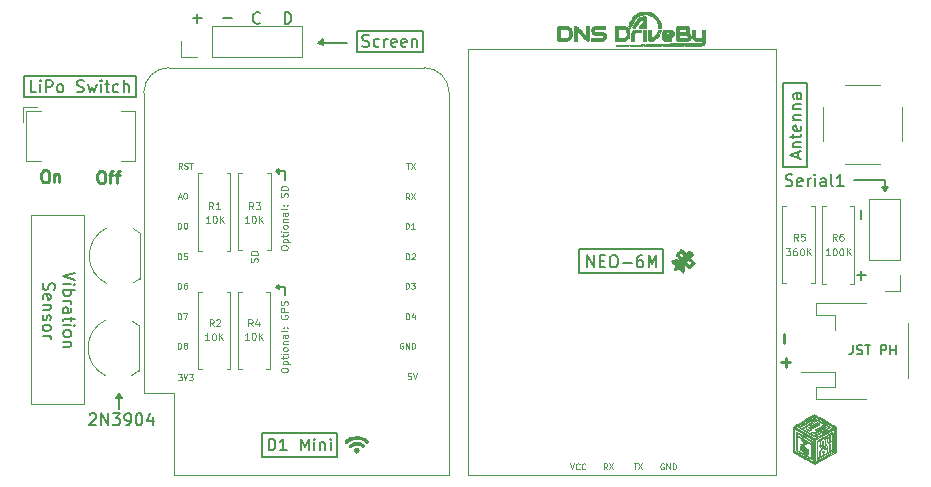
<source format=gto>
G04 #@! TF.GenerationSoftware,KiCad,Pcbnew,6.0.2+dfsg-1*
G04 #@! TF.CreationDate,2023-07-21T16:48:23-07:00*
G04 #@! TF.ProjectId,DNS-DriveBy,444e532d-4472-4697-9665-42792e6b6963,rev?*
G04 #@! TF.SameCoordinates,Original*
G04 #@! TF.FileFunction,Legend,Top*
G04 #@! TF.FilePolarity,Positive*
%FSLAX46Y46*%
G04 Gerber Fmt 4.6, Leading zero omitted, Abs format (unit mm)*
G04 Created by KiCad (PCBNEW 6.0.2+dfsg-1) date 2023-07-21 16:48:23*
%MOMM*%
%LPD*%
G01*
G04 APERTURE LIST*
%ADD10C,0.150000*%
%ADD11C,0.250000*%
%ADD12C,0.100000*%
%ADD13C,0.120000*%
%ADD14C,0.010000*%
G04 APERTURE END LIST*
D10*
X23505200Y-25113200D02*
X23505200Y-24413200D01*
X23505200Y-24413200D02*
X22805200Y-24413200D01*
X48473200Y-23211200D02*
X55585200Y-23211200D01*
X55585200Y-23211200D02*
X55585200Y-21179200D01*
X55585200Y-21179200D02*
X48473200Y-21179200D01*
X48473200Y-21179200D02*
X48473200Y-23211200D01*
X9455002Y-34713200D02*
X9455397Y-33445599D01*
X28772801Y-3713398D02*
X26337599Y-3713003D01*
X23005200Y-24213200D02*
X23005200Y-24613200D01*
X23505200Y-14613200D02*
X22805200Y-14613200D01*
X74630200Y-15938200D02*
X74379805Y-16323402D01*
X74379805Y-16323402D02*
X74080200Y-15938200D01*
X74080200Y-15938200D02*
X74630200Y-15938200D01*
G36*
X74379805Y-16323402D02*
G01*
X74080200Y-15938200D01*
X74630200Y-15938200D01*
X74379805Y-16323402D01*
G37*
X74379805Y-16323402D02*
X74080200Y-15938200D01*
X74630200Y-15938200D01*
X74379805Y-16323402D01*
X74355200Y-15388200D02*
X74355200Y-16138200D01*
X65745200Y-14269200D02*
X67777200Y-14269200D01*
X67777200Y-14269200D02*
X67777200Y-7157200D01*
X67777200Y-7157200D02*
X65745200Y-7157200D01*
X65745200Y-7157200D02*
X65745200Y-14269200D01*
X23005200Y-24613200D02*
X22805200Y-24413200D01*
X23005200Y-14813200D02*
X22805200Y-14613200D01*
X9755002Y-33830801D02*
X9205002Y-33830801D01*
X22805200Y-14613200D02*
X23005200Y-14413200D01*
X21624200Y-38788200D02*
X27974200Y-38788200D01*
X27974200Y-38788200D02*
X27974200Y-36756200D01*
X27974200Y-36756200D02*
X21624200Y-36756200D01*
X21624200Y-36756200D02*
X21624200Y-38788200D01*
X9455397Y-33445599D02*
X9755002Y-33830801D01*
X22805200Y-24413200D02*
X23005200Y-24213200D01*
X26722801Y-3963398D02*
X26337599Y-3713003D01*
X29660001Y-4541598D02*
X35196001Y-4541598D01*
X35196001Y-4541598D02*
X35196001Y-2776598D01*
X35196001Y-2776598D02*
X29660001Y-2776598D01*
X29660001Y-2776598D02*
X29660001Y-4541598D01*
X23505200Y-15313200D02*
X23505200Y-14613200D01*
X26722801Y-3963398D02*
X26337599Y-3713003D01*
X26337599Y-3713003D02*
X26722801Y-3413398D01*
X26722801Y-3413398D02*
X26722801Y-3963398D01*
G36*
X26722801Y-3963398D02*
G01*
X26337599Y-3713003D01*
X26722801Y-3413398D01*
X26722801Y-3963398D01*
G37*
X26722801Y-3963398D02*
X26337599Y-3713003D01*
X26722801Y-3413398D01*
X26722801Y-3963398D01*
X23005200Y-14413200D02*
X23005200Y-14813200D01*
X71725493Y-15387877D02*
X74355200Y-15388200D01*
X9205002Y-33830801D02*
X9455397Y-33445599D01*
X26337599Y-3713003D02*
X26722801Y-3413398D01*
X1405200Y-8313200D02*
X10891200Y-8313200D01*
X10891200Y-8313200D02*
X10891200Y-6548200D01*
X10891200Y-6548200D02*
X1405200Y-6548200D01*
X1405200Y-6548200D02*
X1405200Y-8313200D01*
X26722801Y-3413398D02*
X26722801Y-3963398D01*
X71611152Y-29325104D02*
X71611152Y-29896533D01*
X71573057Y-30010819D01*
X71496866Y-30087009D01*
X71382580Y-30125104D01*
X71306390Y-30125104D01*
X71954009Y-30087009D02*
X72068295Y-30125104D01*
X72258771Y-30125104D01*
X72334961Y-30087009D01*
X72373057Y-30048914D01*
X72411152Y-29972723D01*
X72411152Y-29896533D01*
X72373057Y-29820342D01*
X72334961Y-29782247D01*
X72258771Y-29744152D01*
X72106390Y-29706057D01*
X72030200Y-29667961D01*
X71992104Y-29629866D01*
X71954009Y-29553676D01*
X71954009Y-29477485D01*
X71992104Y-29401295D01*
X72030200Y-29363200D01*
X72106390Y-29325104D01*
X72296866Y-29325104D01*
X72411152Y-29363200D01*
X72639723Y-29325104D02*
X73096866Y-29325104D01*
X72868295Y-30125104D02*
X72868295Y-29325104D01*
X73973057Y-30125104D02*
X73973057Y-29325104D01*
X74277819Y-29325104D01*
X74354009Y-29363200D01*
X74392104Y-29401295D01*
X74430200Y-29477485D01*
X74430200Y-29591771D01*
X74392104Y-29667961D01*
X74354009Y-29706057D01*
X74277819Y-29744152D01*
X73973057Y-29744152D01*
X74773057Y-30125104D02*
X74773057Y-29325104D01*
X74773057Y-29706057D02*
X75230200Y-29706057D01*
X75230200Y-30125104D02*
X75230200Y-29325104D01*
X65927819Y-15817961D02*
X66070676Y-15865580D01*
X66308771Y-15865580D01*
X66404009Y-15817961D01*
X66451628Y-15770342D01*
X66499247Y-15675104D01*
X66499247Y-15579866D01*
X66451628Y-15484628D01*
X66404009Y-15437009D01*
X66308771Y-15389390D01*
X66118295Y-15341771D01*
X66023057Y-15294152D01*
X65975438Y-15246533D01*
X65927819Y-15151295D01*
X65927819Y-15056057D01*
X65975438Y-14960819D01*
X66023057Y-14913200D01*
X66118295Y-14865580D01*
X66356390Y-14865580D01*
X66499247Y-14913200D01*
X67308771Y-15817961D02*
X67213533Y-15865580D01*
X67023057Y-15865580D01*
X66927819Y-15817961D01*
X66880200Y-15722723D01*
X66880200Y-15341771D01*
X66927819Y-15246533D01*
X67023057Y-15198914D01*
X67213533Y-15198914D01*
X67308771Y-15246533D01*
X67356390Y-15341771D01*
X67356390Y-15437009D01*
X66880200Y-15532247D01*
X67784961Y-15865580D02*
X67784961Y-15198914D01*
X67784961Y-15389390D02*
X67832580Y-15294152D01*
X67880200Y-15246533D01*
X67975438Y-15198914D01*
X68070676Y-15198914D01*
X68404009Y-15865580D02*
X68404009Y-15198914D01*
X68404009Y-14865580D02*
X68356390Y-14913200D01*
X68404009Y-14960819D01*
X68451628Y-14913200D01*
X68404009Y-14865580D01*
X68404009Y-14960819D01*
X69308771Y-15865580D02*
X69308771Y-15341771D01*
X69261152Y-15246533D01*
X69165914Y-15198914D01*
X68975438Y-15198914D01*
X68880200Y-15246533D01*
X69308771Y-15817961D02*
X69213533Y-15865580D01*
X68975438Y-15865580D01*
X68880200Y-15817961D01*
X68832580Y-15722723D01*
X68832580Y-15627485D01*
X68880200Y-15532247D01*
X68975438Y-15484628D01*
X69213533Y-15484628D01*
X69308771Y-15437009D01*
X69927819Y-15865580D02*
X69832580Y-15817961D01*
X69784961Y-15722723D01*
X69784961Y-14865580D01*
X70832580Y-15865580D02*
X70261152Y-15865580D01*
X70546866Y-15865580D02*
X70546866Y-14865580D01*
X70451628Y-15008438D01*
X70356390Y-15103676D01*
X70261152Y-15151295D01*
D11*
X65574247Y-30784628D02*
X66336152Y-30784628D01*
X65955200Y-31165580D02*
X65955200Y-30403676D01*
D10*
X21439723Y-2045342D02*
X21392104Y-2092961D01*
X21249247Y-2140580D01*
X21154009Y-2140580D01*
X21011152Y-2092961D01*
X20915914Y-1997723D01*
X20868295Y-1902485D01*
X20820676Y-1712009D01*
X20820676Y-1569152D01*
X20868295Y-1378676D01*
X20915914Y-1283438D01*
X21011152Y-1188200D01*
X21154009Y-1140580D01*
X21249247Y-1140580D01*
X21392104Y-1188200D01*
X21439723Y-1235819D01*
X71945247Y-23396428D02*
X72707152Y-23396428D01*
X72326200Y-23777380D02*
X72326200Y-23015476D01*
D11*
X65826628Y-29144152D02*
X65826628Y-28382247D01*
D10*
X2488533Y-7915580D02*
X2012342Y-7915580D01*
X2012342Y-6915580D01*
X2821866Y-7915580D02*
X2821866Y-7248914D01*
X2821866Y-6915580D02*
X2774247Y-6963200D01*
X2821866Y-7010819D01*
X2869485Y-6963200D01*
X2821866Y-6915580D01*
X2821866Y-7010819D01*
X3298057Y-7915580D02*
X3298057Y-6915580D01*
X3679009Y-6915580D01*
X3774247Y-6963200D01*
X3821866Y-7010819D01*
X3869485Y-7106057D01*
X3869485Y-7248914D01*
X3821866Y-7344152D01*
X3774247Y-7391771D01*
X3679009Y-7439390D01*
X3298057Y-7439390D01*
X4440914Y-7915580D02*
X4345676Y-7867961D01*
X4298057Y-7820342D01*
X4250438Y-7725104D01*
X4250438Y-7439390D01*
X4298057Y-7344152D01*
X4345676Y-7296533D01*
X4440914Y-7248914D01*
X4583771Y-7248914D01*
X4679009Y-7296533D01*
X4726628Y-7344152D01*
X4774247Y-7439390D01*
X4774247Y-7725104D01*
X4726628Y-7820342D01*
X4679009Y-7867961D01*
X4583771Y-7915580D01*
X4440914Y-7915580D01*
X5917104Y-7867961D02*
X6059961Y-7915580D01*
X6298057Y-7915580D01*
X6393295Y-7867961D01*
X6440914Y-7820342D01*
X6488533Y-7725104D01*
X6488533Y-7629866D01*
X6440914Y-7534628D01*
X6393295Y-7487009D01*
X6298057Y-7439390D01*
X6107580Y-7391771D01*
X6012342Y-7344152D01*
X5964723Y-7296533D01*
X5917104Y-7201295D01*
X5917104Y-7106057D01*
X5964723Y-7010819D01*
X6012342Y-6963200D01*
X6107580Y-6915580D01*
X6345676Y-6915580D01*
X6488533Y-6963200D01*
X6821866Y-7248914D02*
X7012342Y-7915580D01*
X7202819Y-7439390D01*
X7393295Y-7915580D01*
X7583771Y-7248914D01*
X7964723Y-7915580D02*
X7964723Y-7248914D01*
X7964723Y-6915580D02*
X7917104Y-6963200D01*
X7964723Y-7010819D01*
X8012342Y-6963200D01*
X7964723Y-6915580D01*
X7964723Y-7010819D01*
X8298057Y-7248914D02*
X8679009Y-7248914D01*
X8440914Y-6915580D02*
X8440914Y-7772723D01*
X8488533Y-7867961D01*
X8583771Y-7915580D01*
X8679009Y-7915580D01*
X9440914Y-7867961D02*
X9345676Y-7915580D01*
X9155200Y-7915580D01*
X9059961Y-7867961D01*
X9012342Y-7820342D01*
X8964723Y-7725104D01*
X8964723Y-7439390D01*
X9012342Y-7344152D01*
X9059961Y-7296533D01*
X9155200Y-7248914D01*
X9345676Y-7248914D01*
X9440914Y-7296533D01*
X9869485Y-7915580D02*
X9869485Y-6915580D01*
X10298057Y-7915580D02*
X10298057Y-7391771D01*
X10250438Y-7296533D01*
X10155200Y-7248914D01*
X10012342Y-7248914D01*
X9917104Y-7296533D01*
X9869485Y-7344152D01*
X23518295Y-2140580D02*
X23518295Y-1140580D01*
X23756390Y-1140580D01*
X23899247Y-1188200D01*
X23994485Y-1283438D01*
X24042104Y-1378676D01*
X24089723Y-1569152D01*
X24089723Y-1712009D01*
X24042104Y-1902485D01*
X23994485Y-1997723D01*
X23899247Y-2092961D01*
X23756390Y-2140580D01*
X23518295Y-2140580D01*
D11*
X3147580Y-14538580D02*
X3338057Y-14538580D01*
X3433295Y-14586200D01*
X3528533Y-14681438D01*
X3576152Y-14871914D01*
X3576152Y-15205247D01*
X3528533Y-15395723D01*
X3433295Y-15490961D01*
X3338057Y-15538580D01*
X3147580Y-15538580D01*
X3052342Y-15490961D01*
X2957104Y-15395723D01*
X2909485Y-15205247D01*
X2909485Y-14871914D01*
X2957104Y-14681438D01*
X3052342Y-14586200D01*
X3147580Y-14538580D01*
X4004723Y-14871914D02*
X4004723Y-15538580D01*
X4004723Y-14967152D02*
X4052342Y-14919533D01*
X4147580Y-14871914D01*
X4290438Y-14871914D01*
X4385676Y-14919533D01*
X4433295Y-15014771D01*
X4433295Y-15538580D01*
D10*
X72297628Y-18655952D02*
X72297628Y-17894047D01*
X30089467Y-4018159D02*
X30232324Y-4065778D01*
X30470420Y-4065778D01*
X30565658Y-4018159D01*
X30613277Y-3970540D01*
X30660896Y-3875302D01*
X30660896Y-3780064D01*
X30613277Y-3684826D01*
X30565658Y-3637207D01*
X30470420Y-3589588D01*
X30279943Y-3541969D01*
X30184705Y-3494350D01*
X30137086Y-3446731D01*
X30089467Y-3351493D01*
X30089467Y-3256255D01*
X30137086Y-3161017D01*
X30184705Y-3113398D01*
X30279943Y-3065778D01*
X30518039Y-3065778D01*
X30660896Y-3113398D01*
X31518039Y-4018159D02*
X31422801Y-4065778D01*
X31232324Y-4065778D01*
X31137086Y-4018159D01*
X31089467Y-3970540D01*
X31041848Y-3875302D01*
X31041848Y-3589588D01*
X31089467Y-3494350D01*
X31137086Y-3446731D01*
X31232324Y-3399112D01*
X31422801Y-3399112D01*
X31518039Y-3446731D01*
X31946610Y-4065778D02*
X31946610Y-3399112D01*
X31946610Y-3589588D02*
X31994229Y-3494350D01*
X32041848Y-3446731D01*
X32137086Y-3399112D01*
X32232324Y-3399112D01*
X32946610Y-4018159D02*
X32851372Y-4065778D01*
X32660896Y-4065778D01*
X32565658Y-4018159D01*
X32518039Y-3922921D01*
X32518039Y-3541969D01*
X32565658Y-3446731D01*
X32660896Y-3399112D01*
X32851372Y-3399112D01*
X32946610Y-3446731D01*
X32994229Y-3541969D01*
X32994229Y-3637207D01*
X32518039Y-3732445D01*
X33803753Y-4018159D02*
X33708515Y-4065778D01*
X33518039Y-4065778D01*
X33422801Y-4018159D01*
X33375181Y-3922921D01*
X33375181Y-3541969D01*
X33422801Y-3446731D01*
X33518039Y-3399112D01*
X33708515Y-3399112D01*
X33803753Y-3446731D01*
X33851372Y-3541969D01*
X33851372Y-3637207D01*
X33375181Y-3732445D01*
X34279943Y-3399112D02*
X34279943Y-4065778D01*
X34279943Y-3494350D02*
X34327562Y-3446731D01*
X34422801Y-3399112D01*
X34565658Y-3399112D01*
X34660896Y-3446731D01*
X34708515Y-3541969D01*
X34708515Y-4065778D01*
X15749247Y-1659628D02*
X16511152Y-1659628D01*
X16130200Y-2040580D02*
X16130200Y-1278676D01*
D11*
X7888533Y-14615580D02*
X8079009Y-14615580D01*
X8174247Y-14663200D01*
X8269485Y-14758438D01*
X8317104Y-14948914D01*
X8317104Y-15282247D01*
X8269485Y-15472723D01*
X8174247Y-15567961D01*
X8079009Y-15615580D01*
X7888533Y-15615580D01*
X7793295Y-15567961D01*
X7698057Y-15472723D01*
X7650438Y-15282247D01*
X7650438Y-14948914D01*
X7698057Y-14758438D01*
X7793295Y-14663200D01*
X7888533Y-14615580D01*
X8602819Y-14948914D02*
X8983771Y-14948914D01*
X8745676Y-15615580D02*
X8745676Y-14758438D01*
X8793295Y-14663200D01*
X8888533Y-14615580D01*
X8983771Y-14615580D01*
X9174247Y-14948914D02*
X9555200Y-14948914D01*
X9317104Y-15615580D02*
X9317104Y-14758438D01*
X9364723Y-14663200D01*
X9459961Y-14615580D01*
X9555200Y-14615580D01*
D10*
X18249247Y-1659628D02*
X19011152Y-1659628D01*
D12*
X17190914Y-18984628D02*
X16848057Y-18984628D01*
X17019485Y-18984628D02*
X17019485Y-18384628D01*
X16962342Y-18470342D01*
X16905200Y-18527485D01*
X16848057Y-18556057D01*
X17562342Y-18384628D02*
X17619485Y-18384628D01*
X17676628Y-18413200D01*
X17705200Y-18441771D01*
X17733771Y-18498914D01*
X17762342Y-18613200D01*
X17762342Y-18756057D01*
X17733771Y-18870342D01*
X17705200Y-18927485D01*
X17676628Y-18956057D01*
X17619485Y-18984628D01*
X17562342Y-18984628D01*
X17505200Y-18956057D01*
X17476628Y-18927485D01*
X17448057Y-18870342D01*
X17419485Y-18756057D01*
X17419485Y-18613200D01*
X17448057Y-18498914D01*
X17476628Y-18441771D01*
X17505200Y-18413200D01*
X17562342Y-18384628D01*
X18019485Y-18984628D02*
X18019485Y-18384628D01*
X18362342Y-18984628D02*
X18105200Y-18641771D01*
X18362342Y-18384628D02*
X18019485Y-18727485D01*
X17455200Y-17834628D02*
X17255200Y-17548914D01*
X17112342Y-17834628D02*
X17112342Y-17234628D01*
X17340914Y-17234628D01*
X17398057Y-17263200D01*
X17426628Y-17291771D01*
X17455200Y-17348914D01*
X17455200Y-17434628D01*
X17426628Y-17491771D01*
X17398057Y-17520342D01*
X17340914Y-17548914D01*
X17112342Y-17548914D01*
X18026628Y-17834628D02*
X17683771Y-17834628D01*
X17855200Y-17834628D02*
X17855200Y-17234628D01*
X17798057Y-17320342D01*
X17740914Y-17377485D01*
X17683771Y-17406057D01*
D10*
X6990914Y-35210819D02*
X7038533Y-35163200D01*
X7133771Y-35115580D01*
X7371866Y-35115580D01*
X7467104Y-35163200D01*
X7514723Y-35210819D01*
X7562342Y-35306057D01*
X7562342Y-35401295D01*
X7514723Y-35544152D01*
X6943295Y-36115580D01*
X7562342Y-36115580D01*
X7990914Y-36115580D02*
X7990914Y-35115580D01*
X8562342Y-36115580D01*
X8562342Y-35115580D01*
X8943295Y-35115580D02*
X9562342Y-35115580D01*
X9229009Y-35496533D01*
X9371866Y-35496533D01*
X9467104Y-35544152D01*
X9514723Y-35591771D01*
X9562342Y-35687009D01*
X9562342Y-35925104D01*
X9514723Y-36020342D01*
X9467104Y-36067961D01*
X9371866Y-36115580D01*
X9086152Y-36115580D01*
X8990914Y-36067961D01*
X8943295Y-36020342D01*
X10038533Y-36115580D02*
X10229009Y-36115580D01*
X10324247Y-36067961D01*
X10371866Y-36020342D01*
X10467104Y-35877485D01*
X10514723Y-35687009D01*
X10514723Y-35306057D01*
X10467104Y-35210819D01*
X10419485Y-35163200D01*
X10324247Y-35115580D01*
X10133771Y-35115580D01*
X10038533Y-35163200D01*
X9990914Y-35210819D01*
X9943295Y-35306057D01*
X9943295Y-35544152D01*
X9990914Y-35639390D01*
X10038533Y-35687009D01*
X10133771Y-35734628D01*
X10324247Y-35734628D01*
X10419485Y-35687009D01*
X10467104Y-35639390D01*
X10514723Y-35544152D01*
X11133771Y-35115580D02*
X11229009Y-35115580D01*
X11324247Y-35163200D01*
X11371866Y-35210819D01*
X11419485Y-35306057D01*
X11467104Y-35496533D01*
X11467104Y-35734628D01*
X11419485Y-35925104D01*
X11371866Y-36020342D01*
X11324247Y-36067961D01*
X11229009Y-36115580D01*
X11133771Y-36115580D01*
X11038533Y-36067961D01*
X10990914Y-36020342D01*
X10943295Y-35925104D01*
X10895676Y-35734628D01*
X10895676Y-35496533D01*
X10943295Y-35306057D01*
X10990914Y-35210819D01*
X11038533Y-35163200D01*
X11133771Y-35115580D01*
X12324247Y-35448914D02*
X12324247Y-36115580D01*
X12086152Y-35067961D02*
X11848057Y-35782247D01*
X12467104Y-35782247D01*
D12*
X70257600Y-20484628D02*
X70057600Y-20198914D01*
X69914742Y-20484628D02*
X69914742Y-19884628D01*
X70143314Y-19884628D01*
X70200457Y-19913200D01*
X70229028Y-19941771D01*
X70257600Y-19998914D01*
X70257600Y-20084628D01*
X70229028Y-20141771D01*
X70200457Y-20170342D01*
X70143314Y-20198914D01*
X69914742Y-20198914D01*
X70771885Y-19884628D02*
X70657600Y-19884628D01*
X70600457Y-19913200D01*
X70571885Y-19941771D01*
X70514742Y-20027485D01*
X70486171Y-20141771D01*
X70486171Y-20370342D01*
X70514742Y-20427485D01*
X70543314Y-20456057D01*
X70600457Y-20484628D01*
X70714742Y-20484628D01*
X70771885Y-20456057D01*
X70800457Y-20427485D01*
X70829028Y-20370342D01*
X70829028Y-20227485D01*
X70800457Y-20170342D01*
X70771885Y-20141771D01*
X70714742Y-20113200D01*
X70600457Y-20113200D01*
X70543314Y-20141771D01*
X70514742Y-20170342D01*
X70486171Y-20227485D01*
X69681400Y-21734628D02*
X69338542Y-21734628D01*
X69509971Y-21734628D02*
X69509971Y-21134628D01*
X69452828Y-21220342D01*
X69395685Y-21277485D01*
X69338542Y-21306057D01*
X70052828Y-21134628D02*
X70109971Y-21134628D01*
X70167114Y-21163200D01*
X70195685Y-21191771D01*
X70224257Y-21248914D01*
X70252828Y-21363200D01*
X70252828Y-21506057D01*
X70224257Y-21620342D01*
X70195685Y-21677485D01*
X70167114Y-21706057D01*
X70109971Y-21734628D01*
X70052828Y-21734628D01*
X69995685Y-21706057D01*
X69967114Y-21677485D01*
X69938542Y-21620342D01*
X69909971Y-21506057D01*
X69909971Y-21363200D01*
X69938542Y-21248914D01*
X69967114Y-21191771D01*
X69995685Y-21163200D01*
X70052828Y-21134628D01*
X70624257Y-21134628D02*
X70681400Y-21134628D01*
X70738542Y-21163200D01*
X70767114Y-21191771D01*
X70795685Y-21248914D01*
X70824257Y-21363200D01*
X70824257Y-21506057D01*
X70795685Y-21620342D01*
X70767114Y-21677485D01*
X70738542Y-21706057D01*
X70681400Y-21734628D01*
X70624257Y-21734628D01*
X70567114Y-21706057D01*
X70538542Y-21677485D01*
X70509971Y-21620342D01*
X70481400Y-21506057D01*
X70481400Y-21363200D01*
X70509971Y-21248914D01*
X70538542Y-21191771D01*
X70567114Y-21163200D01*
X70624257Y-21134628D01*
X71081400Y-21734628D02*
X71081400Y-21134628D01*
X71424257Y-21734628D02*
X71167114Y-21391771D01*
X71424257Y-21134628D02*
X71081400Y-21477485D01*
D10*
X49126628Y-22740580D02*
X49126628Y-21740580D01*
X49698057Y-22740580D01*
X49698057Y-21740580D01*
X50174247Y-22216771D02*
X50507580Y-22216771D01*
X50650438Y-22740580D02*
X50174247Y-22740580D01*
X50174247Y-21740580D01*
X50650438Y-21740580D01*
X51269485Y-21740580D02*
X51459961Y-21740580D01*
X51555200Y-21788200D01*
X51650438Y-21883438D01*
X51698057Y-22073914D01*
X51698057Y-22407247D01*
X51650438Y-22597723D01*
X51555200Y-22692961D01*
X51459961Y-22740580D01*
X51269485Y-22740580D01*
X51174247Y-22692961D01*
X51079009Y-22597723D01*
X51031390Y-22407247D01*
X51031390Y-22073914D01*
X51079009Y-21883438D01*
X51174247Y-21788200D01*
X51269485Y-21740580D01*
X52126628Y-22359628D02*
X52888533Y-22359628D01*
X53793295Y-21740580D02*
X53602819Y-21740580D01*
X53507580Y-21788200D01*
X53459961Y-21835819D01*
X53364723Y-21978676D01*
X53317104Y-22169152D01*
X53317104Y-22550104D01*
X53364723Y-22645342D01*
X53412342Y-22692961D01*
X53507580Y-22740580D01*
X53698057Y-22740580D01*
X53793295Y-22692961D01*
X53840914Y-22645342D01*
X53888533Y-22550104D01*
X53888533Y-22312009D01*
X53840914Y-22216771D01*
X53793295Y-22169152D01*
X53698057Y-22121533D01*
X53507580Y-22121533D01*
X53412342Y-22169152D01*
X53364723Y-22216771D01*
X53317104Y-22312009D01*
X54317104Y-22740580D02*
X54317104Y-21740580D01*
X54650438Y-22454866D01*
X54983771Y-21740580D01*
X54983771Y-22740580D01*
D12*
X47694933Y-39350190D02*
X47861600Y-39850190D01*
X48028266Y-39350190D01*
X48480647Y-39802571D02*
X48456838Y-39826380D01*
X48385409Y-39850190D01*
X48337790Y-39850190D01*
X48266361Y-39826380D01*
X48218742Y-39778761D01*
X48194933Y-39731142D01*
X48171123Y-39635904D01*
X48171123Y-39564476D01*
X48194933Y-39469238D01*
X48218742Y-39421619D01*
X48266361Y-39374000D01*
X48337790Y-39350190D01*
X48385409Y-39350190D01*
X48456838Y-39374000D01*
X48480647Y-39397809D01*
X48980647Y-39802571D02*
X48956838Y-39826380D01*
X48885409Y-39850190D01*
X48837790Y-39850190D01*
X48766361Y-39826380D01*
X48718742Y-39778761D01*
X48694933Y-39731142D01*
X48671123Y-39635904D01*
X48671123Y-39564476D01*
X48694933Y-39469238D01*
X48718742Y-39421619D01*
X48766361Y-39374000D01*
X48837790Y-39350190D01*
X48885409Y-39350190D01*
X48956838Y-39374000D01*
X48980647Y-39397809D01*
X53060647Y-39350190D02*
X53346361Y-39350190D01*
X53203504Y-39850190D02*
X53203504Y-39350190D01*
X53465409Y-39350190D02*
X53798742Y-39850190D01*
X53798742Y-39350190D02*
X53465409Y-39850190D01*
X55600647Y-39374000D02*
X55553028Y-39350190D01*
X55481600Y-39350190D01*
X55410171Y-39374000D01*
X55362552Y-39421619D01*
X55338742Y-39469238D01*
X55314933Y-39564476D01*
X55314933Y-39635904D01*
X55338742Y-39731142D01*
X55362552Y-39778761D01*
X55410171Y-39826380D01*
X55481600Y-39850190D01*
X55529219Y-39850190D01*
X55600647Y-39826380D01*
X55624457Y-39802571D01*
X55624457Y-39635904D01*
X55529219Y-39635904D01*
X55838742Y-39850190D02*
X55838742Y-39350190D01*
X56124457Y-39850190D01*
X56124457Y-39350190D01*
X56362552Y-39850190D02*
X56362552Y-39350190D01*
X56481600Y-39350190D01*
X56553028Y-39374000D01*
X56600647Y-39421619D01*
X56624457Y-39469238D01*
X56648266Y-39564476D01*
X56648266Y-39635904D01*
X56624457Y-39731142D01*
X56600647Y-39778761D01*
X56553028Y-39826380D01*
X56481600Y-39850190D01*
X56362552Y-39850190D01*
X50818266Y-39850190D02*
X50651600Y-39612095D01*
X50532552Y-39850190D02*
X50532552Y-39350190D01*
X50723028Y-39350190D01*
X50770647Y-39374000D01*
X50794457Y-39397809D01*
X50818266Y-39445428D01*
X50818266Y-39516857D01*
X50794457Y-39564476D01*
X50770647Y-39588285D01*
X50723028Y-39612095D01*
X50532552Y-39612095D01*
X50984933Y-39350190D02*
X51318266Y-39850190D01*
X51318266Y-39350190D02*
X50984933Y-39850190D01*
D10*
X66971866Y-13500104D02*
X66971866Y-13023914D01*
X67257580Y-13595342D02*
X66257580Y-13262009D01*
X67257580Y-12928676D01*
X66590914Y-12595342D02*
X67257580Y-12595342D01*
X66686152Y-12595342D02*
X66638533Y-12547723D01*
X66590914Y-12452485D01*
X66590914Y-12309628D01*
X66638533Y-12214390D01*
X66733771Y-12166771D01*
X67257580Y-12166771D01*
X66590914Y-11833438D02*
X66590914Y-11452485D01*
X66257580Y-11690580D02*
X67114723Y-11690580D01*
X67209961Y-11642961D01*
X67257580Y-11547723D01*
X67257580Y-11452485D01*
X67209961Y-10738200D02*
X67257580Y-10833438D01*
X67257580Y-11023914D01*
X67209961Y-11119152D01*
X67114723Y-11166771D01*
X66733771Y-11166771D01*
X66638533Y-11119152D01*
X66590914Y-11023914D01*
X66590914Y-10833438D01*
X66638533Y-10738200D01*
X66733771Y-10690580D01*
X66829009Y-10690580D01*
X66924247Y-11166771D01*
X66590914Y-10262009D02*
X67257580Y-10262009D01*
X66686152Y-10262009D02*
X66638533Y-10214390D01*
X66590914Y-10119152D01*
X66590914Y-9976295D01*
X66638533Y-9881057D01*
X66733771Y-9833438D01*
X67257580Y-9833438D01*
X66590914Y-9357247D02*
X67257580Y-9357247D01*
X66686152Y-9357247D02*
X66638533Y-9309628D01*
X66590914Y-9214390D01*
X66590914Y-9071533D01*
X66638533Y-8976295D01*
X66733771Y-8928676D01*
X67257580Y-8928676D01*
X67257580Y-8023914D02*
X66733771Y-8023914D01*
X66638533Y-8071533D01*
X66590914Y-8166771D01*
X66590914Y-8357247D01*
X66638533Y-8452485D01*
X67209961Y-8023914D02*
X67257580Y-8119152D01*
X67257580Y-8357247D01*
X67209961Y-8452485D01*
X67114723Y-8500104D01*
X67019485Y-8500104D01*
X66924247Y-8452485D01*
X66876628Y-8357247D01*
X66876628Y-8119152D01*
X66829009Y-8023914D01*
X22161152Y-38240580D02*
X22161152Y-37240580D01*
X22399247Y-37240580D01*
X22542104Y-37288200D01*
X22637342Y-37383438D01*
X22684961Y-37478676D01*
X22732580Y-37669152D01*
X22732580Y-37812009D01*
X22684961Y-38002485D01*
X22637342Y-38097723D01*
X22542104Y-38192961D01*
X22399247Y-38240580D01*
X22161152Y-38240580D01*
X23684961Y-38240580D02*
X23113533Y-38240580D01*
X23399247Y-38240580D02*
X23399247Y-37240580D01*
X23304009Y-37383438D01*
X23208771Y-37478676D01*
X23113533Y-37526295D01*
X24875438Y-38240580D02*
X24875438Y-37240580D01*
X25208771Y-37954866D01*
X25542104Y-37240580D01*
X25542104Y-38240580D01*
X26018295Y-38240580D02*
X26018295Y-37573914D01*
X26018295Y-37240580D02*
X25970676Y-37288200D01*
X26018295Y-37335819D01*
X26065914Y-37288200D01*
X26018295Y-37240580D01*
X26018295Y-37335819D01*
X26494485Y-37573914D02*
X26494485Y-38240580D01*
X26494485Y-37669152D02*
X26542104Y-37621533D01*
X26637342Y-37573914D01*
X26780200Y-37573914D01*
X26875438Y-37621533D01*
X26923057Y-37716771D01*
X26923057Y-38240580D01*
X27399247Y-38240580D02*
X27399247Y-37573914D01*
X27399247Y-37240580D02*
X27351628Y-37288200D01*
X27399247Y-37335819D01*
X27446866Y-37288200D01*
X27399247Y-37240580D01*
X27399247Y-37335819D01*
D12*
X14489952Y-22070190D02*
X14489952Y-21570190D01*
X14609000Y-21570190D01*
X14680428Y-21594000D01*
X14728047Y-21641619D01*
X14751857Y-21689238D01*
X14775666Y-21784476D01*
X14775666Y-21855904D01*
X14751857Y-21951142D01*
X14728047Y-21998761D01*
X14680428Y-22046380D01*
X14609000Y-22070190D01*
X14489952Y-22070190D01*
X15228047Y-21570190D02*
X14989952Y-21570190D01*
X14966142Y-21808285D01*
X14989952Y-21784476D01*
X15037571Y-21760666D01*
X15156619Y-21760666D01*
X15204238Y-21784476D01*
X15228047Y-21808285D01*
X15251857Y-21855904D01*
X15251857Y-21974952D01*
X15228047Y-22022571D01*
X15204238Y-22046380D01*
X15156619Y-22070190D01*
X15037571Y-22070190D01*
X14989952Y-22046380D01*
X14966142Y-22022571D01*
X34194761Y-31730190D02*
X33956666Y-31730190D01*
X33932857Y-31968285D01*
X33956666Y-31944476D01*
X34004285Y-31920666D01*
X34123333Y-31920666D01*
X34170952Y-31944476D01*
X34194761Y-31968285D01*
X34218571Y-32015904D01*
X34218571Y-32134952D01*
X34194761Y-32182571D01*
X34170952Y-32206380D01*
X34123333Y-32230190D01*
X34004285Y-32230190D01*
X33956666Y-32206380D01*
X33932857Y-32182571D01*
X34361428Y-31730190D02*
X34528095Y-32230190D01*
X34694761Y-31730190D01*
X14511238Y-16796533D02*
X14749333Y-16796533D01*
X14463619Y-16939390D02*
X14630285Y-16439390D01*
X14796952Y-16939390D01*
X15058857Y-16439390D02*
X15106476Y-16439390D01*
X15154095Y-16463200D01*
X15177904Y-16487009D01*
X15201714Y-16534628D01*
X15225523Y-16629866D01*
X15225523Y-16748914D01*
X15201714Y-16844152D01*
X15177904Y-16891771D01*
X15154095Y-16915580D01*
X15106476Y-16939390D01*
X15058857Y-16939390D01*
X15011238Y-16915580D01*
X14987428Y-16891771D01*
X14963619Y-16844152D01*
X14939809Y-16748914D01*
X14939809Y-16629866D01*
X14963619Y-16534628D01*
X14987428Y-16487009D01*
X15011238Y-16463200D01*
X15058857Y-16439390D01*
X14489952Y-27150190D02*
X14489952Y-26650190D01*
X14609000Y-26650190D01*
X14680428Y-26674000D01*
X14728047Y-26721619D01*
X14751857Y-26769238D01*
X14775666Y-26864476D01*
X14775666Y-26935904D01*
X14751857Y-27031142D01*
X14728047Y-27078761D01*
X14680428Y-27126380D01*
X14609000Y-27150190D01*
X14489952Y-27150190D01*
X14942333Y-26650190D02*
X15275666Y-26650190D01*
X15061380Y-27150190D01*
X33793952Y-27150190D02*
X33793952Y-26650190D01*
X33913000Y-26650190D01*
X33984428Y-26674000D01*
X34032047Y-26721619D01*
X34055857Y-26769238D01*
X34079666Y-26864476D01*
X34079666Y-26935904D01*
X34055857Y-27031142D01*
X34032047Y-27078761D01*
X33984428Y-27126380D01*
X33913000Y-27150190D01*
X33793952Y-27150190D01*
X34508238Y-26816857D02*
X34508238Y-27150190D01*
X34389190Y-26626380D02*
X34270142Y-26983523D01*
X34579666Y-26983523D01*
X14489952Y-24559390D02*
X14489952Y-24059390D01*
X14609000Y-24059390D01*
X14680428Y-24083200D01*
X14728047Y-24130819D01*
X14751857Y-24178438D01*
X14775666Y-24273676D01*
X14775666Y-24345104D01*
X14751857Y-24440342D01*
X14728047Y-24487961D01*
X14680428Y-24535580D01*
X14609000Y-24559390D01*
X14489952Y-24559390D01*
X15204238Y-24059390D02*
X15109000Y-24059390D01*
X15061380Y-24083200D01*
X15037571Y-24107009D01*
X14989952Y-24178438D01*
X14966142Y-24273676D01*
X14966142Y-24464152D01*
X14989952Y-24511771D01*
X15013761Y-24535580D01*
X15061380Y-24559390D01*
X15156619Y-24559390D01*
X15204238Y-24535580D01*
X15228047Y-24511771D01*
X15251857Y-24464152D01*
X15251857Y-24345104D01*
X15228047Y-24297485D01*
X15204238Y-24273676D01*
X15156619Y-24249866D01*
X15061380Y-24249866D01*
X15013761Y-24273676D01*
X14989952Y-24297485D01*
X14966142Y-24345104D01*
X33528047Y-29163200D02*
X33480428Y-29139390D01*
X33409000Y-29139390D01*
X33337571Y-29163200D01*
X33289952Y-29210819D01*
X33266142Y-29258438D01*
X33242333Y-29353676D01*
X33242333Y-29425104D01*
X33266142Y-29520342D01*
X33289952Y-29567961D01*
X33337571Y-29615580D01*
X33409000Y-29639390D01*
X33456619Y-29639390D01*
X33528047Y-29615580D01*
X33551857Y-29591771D01*
X33551857Y-29425104D01*
X33456619Y-29425104D01*
X33766142Y-29639390D02*
X33766142Y-29139390D01*
X34051857Y-29639390D01*
X34051857Y-29139390D01*
X34289952Y-29639390D02*
X34289952Y-29139390D01*
X34409000Y-29139390D01*
X34480428Y-29163200D01*
X34528047Y-29210819D01*
X34551857Y-29258438D01*
X34575666Y-29353676D01*
X34575666Y-29425104D01*
X34551857Y-29520342D01*
X34528047Y-29567961D01*
X34480428Y-29615580D01*
X34409000Y-29639390D01*
X34289952Y-29639390D01*
X14489952Y-19479390D02*
X14489952Y-18979390D01*
X14609000Y-18979390D01*
X14680428Y-19003200D01*
X14728047Y-19050819D01*
X14751857Y-19098438D01*
X14775666Y-19193676D01*
X14775666Y-19265104D01*
X14751857Y-19360342D01*
X14728047Y-19407961D01*
X14680428Y-19455580D01*
X14609000Y-19479390D01*
X14489952Y-19479390D01*
X15085190Y-18979390D02*
X15132809Y-18979390D01*
X15180428Y-19003200D01*
X15204238Y-19027009D01*
X15228047Y-19074628D01*
X15251857Y-19169866D01*
X15251857Y-19288914D01*
X15228047Y-19384152D01*
X15204238Y-19431771D01*
X15180428Y-19455580D01*
X15132809Y-19479390D01*
X15085190Y-19479390D01*
X15037571Y-19455580D01*
X15013761Y-19431771D01*
X14989952Y-19384152D01*
X14966142Y-19288914D01*
X14966142Y-19169866D01*
X14989952Y-19074628D01*
X15013761Y-19027009D01*
X15037571Y-19003200D01*
X15085190Y-18979390D01*
X14820761Y-14399390D02*
X14654095Y-14161295D01*
X14535047Y-14399390D02*
X14535047Y-13899390D01*
X14725523Y-13899390D01*
X14773142Y-13923200D01*
X14796952Y-13947009D01*
X14820761Y-13994628D01*
X14820761Y-14066057D01*
X14796952Y-14113676D01*
X14773142Y-14137485D01*
X14725523Y-14161295D01*
X14535047Y-14161295D01*
X15011238Y-14375580D02*
X15082666Y-14399390D01*
X15201714Y-14399390D01*
X15249333Y-14375580D01*
X15273142Y-14351771D01*
X15296952Y-14304152D01*
X15296952Y-14256533D01*
X15273142Y-14208914D01*
X15249333Y-14185104D01*
X15201714Y-14161295D01*
X15106476Y-14137485D01*
X15058857Y-14113676D01*
X15035047Y-14089866D01*
X15011238Y-14042247D01*
X15011238Y-13994628D01*
X15035047Y-13947009D01*
X15058857Y-13923200D01*
X15106476Y-13899390D01*
X15225523Y-13899390D01*
X15296952Y-13923200D01*
X15439809Y-13899390D02*
X15725523Y-13899390D01*
X15582666Y-14399390D02*
X15582666Y-13899390D01*
X33793952Y-22070190D02*
X33793952Y-21570190D01*
X33913000Y-21570190D01*
X33984428Y-21594000D01*
X34032047Y-21641619D01*
X34055857Y-21689238D01*
X34079666Y-21784476D01*
X34079666Y-21855904D01*
X34055857Y-21951142D01*
X34032047Y-21998761D01*
X33984428Y-22046380D01*
X33913000Y-22070190D01*
X33793952Y-22070190D01*
X34270142Y-21617809D02*
X34293952Y-21594000D01*
X34341571Y-21570190D01*
X34460619Y-21570190D01*
X34508238Y-21594000D01*
X34532047Y-21617809D01*
X34555857Y-21665428D01*
X34555857Y-21713047D01*
X34532047Y-21784476D01*
X34246333Y-22070190D01*
X34555857Y-22070190D01*
X33796476Y-13899390D02*
X34082190Y-13899390D01*
X33939333Y-14399390D02*
X33939333Y-13899390D01*
X34201238Y-13899390D02*
X34534571Y-14399390D01*
X34534571Y-13899390D02*
X34201238Y-14399390D01*
X34079666Y-16990190D02*
X33913000Y-16752095D01*
X33793952Y-16990190D02*
X33793952Y-16490190D01*
X33984428Y-16490190D01*
X34032047Y-16514000D01*
X34055857Y-16537809D01*
X34079666Y-16585428D01*
X34079666Y-16656857D01*
X34055857Y-16704476D01*
X34032047Y-16728285D01*
X33984428Y-16752095D01*
X33793952Y-16752095D01*
X34246333Y-16490190D02*
X34579666Y-16990190D01*
X34579666Y-16490190D02*
X34246333Y-16990190D01*
X33748857Y-24559390D02*
X33748857Y-24059390D01*
X33867904Y-24059390D01*
X33939333Y-24083200D01*
X33986952Y-24130819D01*
X34010761Y-24178438D01*
X34034571Y-24273676D01*
X34034571Y-24345104D01*
X34010761Y-24440342D01*
X33986952Y-24487961D01*
X33939333Y-24535580D01*
X33867904Y-24559390D01*
X33748857Y-24559390D01*
X34201238Y-24059390D02*
X34510761Y-24059390D01*
X34344095Y-24249866D01*
X34415523Y-24249866D01*
X34463142Y-24273676D01*
X34486952Y-24297485D01*
X34510761Y-24345104D01*
X34510761Y-24464152D01*
X34486952Y-24511771D01*
X34463142Y-24535580D01*
X34415523Y-24559390D01*
X34272666Y-24559390D01*
X34225047Y-24535580D01*
X34201238Y-24511771D01*
X14493952Y-31806390D02*
X14803476Y-31806390D01*
X14636809Y-31996866D01*
X14708238Y-31996866D01*
X14755857Y-32020676D01*
X14779666Y-32044485D01*
X14803476Y-32092104D01*
X14803476Y-32211152D01*
X14779666Y-32258771D01*
X14755857Y-32282580D01*
X14708238Y-32306390D01*
X14565380Y-32306390D01*
X14517761Y-32282580D01*
X14493952Y-32258771D01*
X14946333Y-31806390D02*
X15113000Y-32306390D01*
X15279666Y-31806390D01*
X15398714Y-31806390D02*
X15708238Y-31806390D01*
X15541571Y-31996866D01*
X15613000Y-31996866D01*
X15660619Y-32020676D01*
X15684428Y-32044485D01*
X15708238Y-32092104D01*
X15708238Y-32211152D01*
X15684428Y-32258771D01*
X15660619Y-32282580D01*
X15613000Y-32306390D01*
X15470142Y-32306390D01*
X15422523Y-32282580D01*
X15398714Y-32258771D01*
X33748857Y-19479390D02*
X33748857Y-18979390D01*
X33867904Y-18979390D01*
X33939333Y-19003200D01*
X33986952Y-19050819D01*
X34010761Y-19098438D01*
X34034571Y-19193676D01*
X34034571Y-19265104D01*
X34010761Y-19360342D01*
X33986952Y-19407961D01*
X33939333Y-19455580D01*
X33867904Y-19479390D01*
X33748857Y-19479390D01*
X34510761Y-19479390D02*
X34225047Y-19479390D01*
X34367904Y-19479390D02*
X34367904Y-18979390D01*
X34320285Y-19050819D01*
X34272666Y-19098438D01*
X34225047Y-19122247D01*
X14489952Y-29639390D02*
X14489952Y-29139390D01*
X14609000Y-29139390D01*
X14680428Y-29163200D01*
X14728047Y-29210819D01*
X14751857Y-29258438D01*
X14775666Y-29353676D01*
X14775666Y-29425104D01*
X14751857Y-29520342D01*
X14728047Y-29567961D01*
X14680428Y-29615580D01*
X14609000Y-29639390D01*
X14489952Y-29639390D01*
X15061380Y-29353676D02*
X15013761Y-29329866D01*
X14989952Y-29306057D01*
X14966142Y-29258438D01*
X14966142Y-29234628D01*
X14989952Y-29187009D01*
X15013761Y-29163200D01*
X15061380Y-29139390D01*
X15156619Y-29139390D01*
X15204238Y-29163200D01*
X15228047Y-29187009D01*
X15251857Y-29234628D01*
X15251857Y-29258438D01*
X15228047Y-29306057D01*
X15204238Y-29329866D01*
X15156619Y-29353676D01*
X15061380Y-29353676D01*
X15013761Y-29377485D01*
X14989952Y-29401295D01*
X14966142Y-29448914D01*
X14966142Y-29544152D01*
X14989952Y-29591771D01*
X15013761Y-29615580D01*
X15061380Y-29639390D01*
X15156619Y-29639390D01*
X15204238Y-29615580D01*
X15228047Y-29591771D01*
X15251857Y-29544152D01*
X15251857Y-29448914D01*
X15228047Y-29401295D01*
X15204238Y-29377485D01*
X15156619Y-29353676D01*
X20790200Y-27734628D02*
X20590200Y-27448914D01*
X20447342Y-27734628D02*
X20447342Y-27134628D01*
X20675914Y-27134628D01*
X20733057Y-27163200D01*
X20761628Y-27191771D01*
X20790200Y-27248914D01*
X20790200Y-27334628D01*
X20761628Y-27391771D01*
X20733057Y-27420342D01*
X20675914Y-27448914D01*
X20447342Y-27448914D01*
X21304485Y-27334628D02*
X21304485Y-27734628D01*
X21161628Y-27106057D02*
X21018771Y-27534628D01*
X21390200Y-27534628D01*
X20490914Y-28884628D02*
X20148057Y-28884628D01*
X20319485Y-28884628D02*
X20319485Y-28284628D01*
X20262342Y-28370342D01*
X20205200Y-28427485D01*
X20148057Y-28456057D01*
X20862342Y-28284628D02*
X20919485Y-28284628D01*
X20976628Y-28313200D01*
X21005200Y-28341771D01*
X21033771Y-28398914D01*
X21062342Y-28513200D01*
X21062342Y-28656057D01*
X21033771Y-28770342D01*
X21005200Y-28827485D01*
X20976628Y-28856057D01*
X20919485Y-28884628D01*
X20862342Y-28884628D01*
X20805200Y-28856057D01*
X20776628Y-28827485D01*
X20748057Y-28770342D01*
X20719485Y-28656057D01*
X20719485Y-28513200D01*
X20748057Y-28398914D01*
X20776628Y-28341771D01*
X20805200Y-28313200D01*
X20862342Y-28284628D01*
X21319485Y-28884628D02*
X21319485Y-28284628D01*
X21662342Y-28884628D02*
X21405200Y-28541771D01*
X21662342Y-28284628D02*
X21319485Y-28627485D01*
X23171428Y-31484628D02*
X23171428Y-31370342D01*
X23200000Y-31313200D01*
X23257142Y-31256057D01*
X23371428Y-31227485D01*
X23571428Y-31227485D01*
X23685714Y-31256057D01*
X23742857Y-31313200D01*
X23771428Y-31370342D01*
X23771428Y-31484628D01*
X23742857Y-31541771D01*
X23685714Y-31598914D01*
X23571428Y-31627485D01*
X23371428Y-31627485D01*
X23257142Y-31598914D01*
X23200000Y-31541771D01*
X23171428Y-31484628D01*
X23371428Y-30970342D02*
X23971428Y-30970342D01*
X23400000Y-30970342D02*
X23371428Y-30913200D01*
X23371428Y-30798914D01*
X23400000Y-30741771D01*
X23428571Y-30713200D01*
X23485714Y-30684628D01*
X23657142Y-30684628D01*
X23714285Y-30713200D01*
X23742857Y-30741771D01*
X23771428Y-30798914D01*
X23771428Y-30913200D01*
X23742857Y-30970342D01*
X23371428Y-30513200D02*
X23371428Y-30284628D01*
X23171428Y-30427485D02*
X23685714Y-30427485D01*
X23742857Y-30398914D01*
X23771428Y-30341771D01*
X23771428Y-30284628D01*
X23771428Y-30084628D02*
X23371428Y-30084628D01*
X23171428Y-30084628D02*
X23200000Y-30113200D01*
X23228571Y-30084628D01*
X23200000Y-30056057D01*
X23171428Y-30084628D01*
X23228571Y-30084628D01*
X23771428Y-29713200D02*
X23742857Y-29770342D01*
X23714285Y-29798914D01*
X23657142Y-29827485D01*
X23485714Y-29827485D01*
X23428571Y-29798914D01*
X23400000Y-29770342D01*
X23371428Y-29713200D01*
X23371428Y-29627485D01*
X23400000Y-29570342D01*
X23428571Y-29541771D01*
X23485714Y-29513200D01*
X23657142Y-29513200D01*
X23714285Y-29541771D01*
X23742857Y-29570342D01*
X23771428Y-29627485D01*
X23771428Y-29713200D01*
X23371428Y-29256057D02*
X23771428Y-29256057D01*
X23428571Y-29256057D02*
X23400000Y-29227485D01*
X23371428Y-29170342D01*
X23371428Y-29084628D01*
X23400000Y-29027485D01*
X23457142Y-28998914D01*
X23771428Y-28998914D01*
X23771428Y-28456057D02*
X23457142Y-28456057D01*
X23400000Y-28484628D01*
X23371428Y-28541771D01*
X23371428Y-28656057D01*
X23400000Y-28713200D01*
X23742857Y-28456057D02*
X23771428Y-28513200D01*
X23771428Y-28656057D01*
X23742857Y-28713200D01*
X23685714Y-28741771D01*
X23628571Y-28741771D01*
X23571428Y-28713200D01*
X23542857Y-28656057D01*
X23542857Y-28513200D01*
X23514285Y-28456057D01*
X23771428Y-28084628D02*
X23742857Y-28141771D01*
X23685714Y-28170342D01*
X23171428Y-28170342D01*
X23714285Y-27856057D02*
X23742857Y-27827485D01*
X23771428Y-27856057D01*
X23742857Y-27884628D01*
X23714285Y-27856057D01*
X23771428Y-27856057D01*
X23400000Y-27856057D02*
X23428571Y-27827485D01*
X23457142Y-27856057D01*
X23428571Y-27884628D01*
X23400000Y-27856057D01*
X23457142Y-27856057D01*
X23200000Y-26798914D02*
X23171428Y-26856057D01*
X23171428Y-26941771D01*
X23200000Y-27027485D01*
X23257142Y-27084628D01*
X23314285Y-27113200D01*
X23428571Y-27141771D01*
X23514285Y-27141771D01*
X23628571Y-27113200D01*
X23685714Y-27084628D01*
X23742857Y-27027485D01*
X23771428Y-26941771D01*
X23771428Y-26884628D01*
X23742857Y-26798914D01*
X23714285Y-26770342D01*
X23514285Y-26770342D01*
X23514285Y-26884628D01*
X23771428Y-26513200D02*
X23171428Y-26513200D01*
X23171428Y-26284628D01*
X23200000Y-26227485D01*
X23228571Y-26198914D01*
X23285714Y-26170342D01*
X23371428Y-26170342D01*
X23428571Y-26198914D01*
X23457142Y-26227485D01*
X23485714Y-26284628D01*
X23485714Y-26513200D01*
X23742857Y-25941771D02*
X23771428Y-25856057D01*
X23771428Y-25713200D01*
X23742857Y-25656057D01*
X23714285Y-25627485D01*
X23657142Y-25598914D01*
X23600000Y-25598914D01*
X23542857Y-25627485D01*
X23514285Y-25656057D01*
X23485714Y-25713200D01*
X23457142Y-25827485D01*
X23428571Y-25884628D01*
X23400000Y-25913200D01*
X23342857Y-25941771D01*
X23285714Y-25941771D01*
X23228571Y-25913200D01*
X23200000Y-25884628D01*
X23171428Y-25827485D01*
X23171428Y-25684628D01*
X23200000Y-25598914D01*
X20855200Y-17834628D02*
X20655200Y-17548914D01*
X20512342Y-17834628D02*
X20512342Y-17234628D01*
X20740914Y-17234628D01*
X20798057Y-17263200D01*
X20826628Y-17291771D01*
X20855200Y-17348914D01*
X20855200Y-17434628D01*
X20826628Y-17491771D01*
X20798057Y-17520342D01*
X20740914Y-17548914D01*
X20512342Y-17548914D01*
X21055200Y-17234628D02*
X21426628Y-17234628D01*
X21226628Y-17463200D01*
X21312342Y-17463200D01*
X21369485Y-17491771D01*
X21398057Y-17520342D01*
X21426628Y-17577485D01*
X21426628Y-17720342D01*
X21398057Y-17777485D01*
X21369485Y-17806057D01*
X21312342Y-17834628D01*
X21140914Y-17834628D01*
X21083771Y-17806057D01*
X21055200Y-17777485D01*
X20490914Y-18984628D02*
X20148057Y-18984628D01*
X20319485Y-18984628D02*
X20319485Y-18384628D01*
X20262342Y-18470342D01*
X20205200Y-18527485D01*
X20148057Y-18556057D01*
X20862342Y-18384628D02*
X20919485Y-18384628D01*
X20976628Y-18413200D01*
X21005200Y-18441771D01*
X21033771Y-18498914D01*
X21062342Y-18613200D01*
X21062342Y-18756057D01*
X21033771Y-18870342D01*
X21005200Y-18927485D01*
X20976628Y-18956057D01*
X20919485Y-18984628D01*
X20862342Y-18984628D01*
X20805200Y-18956057D01*
X20776628Y-18927485D01*
X20748057Y-18870342D01*
X20719485Y-18756057D01*
X20719485Y-18613200D01*
X20748057Y-18498914D01*
X20776628Y-18441771D01*
X20805200Y-18413200D01*
X20862342Y-18384628D01*
X21319485Y-18984628D02*
X21319485Y-18384628D01*
X21662342Y-18984628D02*
X21405200Y-18641771D01*
X21662342Y-18384628D02*
X21319485Y-18727485D01*
X23171428Y-21134628D02*
X23171428Y-21020342D01*
X23200000Y-20963200D01*
X23257142Y-20906057D01*
X23371428Y-20877485D01*
X23571428Y-20877485D01*
X23685714Y-20906057D01*
X23742857Y-20963200D01*
X23771428Y-21020342D01*
X23771428Y-21134628D01*
X23742857Y-21191771D01*
X23685714Y-21248914D01*
X23571428Y-21277485D01*
X23371428Y-21277485D01*
X23257142Y-21248914D01*
X23200000Y-21191771D01*
X23171428Y-21134628D01*
X23371428Y-20620342D02*
X23971428Y-20620342D01*
X23400000Y-20620342D02*
X23371428Y-20563200D01*
X23371428Y-20448914D01*
X23400000Y-20391771D01*
X23428571Y-20363200D01*
X23485714Y-20334628D01*
X23657142Y-20334628D01*
X23714285Y-20363200D01*
X23742857Y-20391771D01*
X23771428Y-20448914D01*
X23771428Y-20563200D01*
X23742857Y-20620342D01*
X23371428Y-20163200D02*
X23371428Y-19934628D01*
X23171428Y-20077485D02*
X23685714Y-20077485D01*
X23742857Y-20048914D01*
X23771428Y-19991771D01*
X23771428Y-19934628D01*
X23771428Y-19734628D02*
X23371428Y-19734628D01*
X23171428Y-19734628D02*
X23200000Y-19763200D01*
X23228571Y-19734628D01*
X23200000Y-19706057D01*
X23171428Y-19734628D01*
X23228571Y-19734628D01*
X23771428Y-19363200D02*
X23742857Y-19420342D01*
X23714285Y-19448914D01*
X23657142Y-19477485D01*
X23485714Y-19477485D01*
X23428571Y-19448914D01*
X23400000Y-19420342D01*
X23371428Y-19363200D01*
X23371428Y-19277485D01*
X23400000Y-19220342D01*
X23428571Y-19191771D01*
X23485714Y-19163200D01*
X23657142Y-19163200D01*
X23714285Y-19191771D01*
X23742857Y-19220342D01*
X23771428Y-19277485D01*
X23771428Y-19363200D01*
X23371428Y-18906057D02*
X23771428Y-18906057D01*
X23428571Y-18906057D02*
X23400000Y-18877485D01*
X23371428Y-18820342D01*
X23371428Y-18734628D01*
X23400000Y-18677485D01*
X23457142Y-18648914D01*
X23771428Y-18648914D01*
X23771428Y-18106057D02*
X23457142Y-18106057D01*
X23400000Y-18134628D01*
X23371428Y-18191771D01*
X23371428Y-18306057D01*
X23400000Y-18363200D01*
X23742857Y-18106057D02*
X23771428Y-18163200D01*
X23771428Y-18306057D01*
X23742857Y-18363200D01*
X23685714Y-18391771D01*
X23628571Y-18391771D01*
X23571428Y-18363200D01*
X23542857Y-18306057D01*
X23542857Y-18163200D01*
X23514285Y-18106057D01*
X23771428Y-17734628D02*
X23742857Y-17791771D01*
X23685714Y-17820342D01*
X23171428Y-17820342D01*
X23714285Y-17506057D02*
X23742857Y-17477485D01*
X23771428Y-17506057D01*
X23742857Y-17534628D01*
X23714285Y-17506057D01*
X23771428Y-17506057D01*
X23400000Y-17506057D02*
X23428571Y-17477485D01*
X23457142Y-17506057D01*
X23428571Y-17534628D01*
X23400000Y-17506057D01*
X23457142Y-17506057D01*
X23742857Y-16791771D02*
X23771428Y-16706057D01*
X23771428Y-16563200D01*
X23742857Y-16506057D01*
X23714285Y-16477485D01*
X23657142Y-16448914D01*
X23600000Y-16448914D01*
X23542857Y-16477485D01*
X23514285Y-16506057D01*
X23485714Y-16563200D01*
X23457142Y-16677485D01*
X23428571Y-16734628D01*
X23400000Y-16763200D01*
X23342857Y-16791771D01*
X23285714Y-16791771D01*
X23228571Y-16763200D01*
X23200000Y-16734628D01*
X23171428Y-16677485D01*
X23171428Y-16534628D01*
X23200000Y-16448914D01*
X23771428Y-16191771D02*
X23171428Y-16191771D01*
X23171428Y-16048914D01*
X23200000Y-15963200D01*
X23257142Y-15906057D01*
X23314285Y-15877485D01*
X23428571Y-15848914D01*
X23514285Y-15848914D01*
X23628571Y-15877485D01*
X23685714Y-15906057D01*
X23742857Y-15963200D01*
X23771428Y-16048914D01*
X23771428Y-16191771D01*
X21198057Y-22284628D02*
X21226628Y-22198914D01*
X21226628Y-22056057D01*
X21198057Y-21998914D01*
X21169485Y-21970342D01*
X21112342Y-21941771D01*
X21055200Y-21941771D01*
X20998057Y-21970342D01*
X20969485Y-21998914D01*
X20940914Y-22056057D01*
X20912342Y-22170342D01*
X20883771Y-22227485D01*
X20855200Y-22256057D01*
X20798057Y-22284628D01*
X20740914Y-22284628D01*
X20683771Y-22256057D01*
X20655200Y-22227485D01*
X20626628Y-22170342D01*
X20626628Y-22027485D01*
X20655200Y-21941771D01*
X21226628Y-21684628D02*
X20626628Y-21684628D01*
X20626628Y-21541771D01*
X20655200Y-21456057D01*
X20712342Y-21398914D01*
X20769485Y-21370342D01*
X20883771Y-21341771D01*
X20969485Y-21341771D01*
X21083771Y-21370342D01*
X21140914Y-21398914D01*
X21198057Y-21456057D01*
X21226628Y-21541771D01*
X21226628Y-21684628D01*
X66981400Y-20484628D02*
X66781400Y-20198914D01*
X66638542Y-20484628D02*
X66638542Y-19884628D01*
X66867114Y-19884628D01*
X66924257Y-19913200D01*
X66952828Y-19941771D01*
X66981400Y-19998914D01*
X66981400Y-20084628D01*
X66952828Y-20141771D01*
X66924257Y-20170342D01*
X66867114Y-20198914D01*
X66638542Y-20198914D01*
X67524257Y-19884628D02*
X67238542Y-19884628D01*
X67209971Y-20170342D01*
X67238542Y-20141771D01*
X67295685Y-20113200D01*
X67438542Y-20113200D01*
X67495685Y-20141771D01*
X67524257Y-20170342D01*
X67552828Y-20227485D01*
X67552828Y-20370342D01*
X67524257Y-20427485D01*
X67495685Y-20456057D01*
X67438542Y-20484628D01*
X67295685Y-20484628D01*
X67238542Y-20456057D01*
X67209971Y-20427485D01*
X65959971Y-21134628D02*
X66331400Y-21134628D01*
X66131400Y-21363200D01*
X66217114Y-21363200D01*
X66274257Y-21391771D01*
X66302828Y-21420342D01*
X66331400Y-21477485D01*
X66331400Y-21620342D01*
X66302828Y-21677485D01*
X66274257Y-21706057D01*
X66217114Y-21734628D01*
X66045685Y-21734628D01*
X65988542Y-21706057D01*
X65959971Y-21677485D01*
X66845685Y-21134628D02*
X66731400Y-21134628D01*
X66674257Y-21163200D01*
X66645685Y-21191771D01*
X66588542Y-21277485D01*
X66559971Y-21391771D01*
X66559971Y-21620342D01*
X66588542Y-21677485D01*
X66617114Y-21706057D01*
X66674257Y-21734628D01*
X66788542Y-21734628D01*
X66845685Y-21706057D01*
X66874257Y-21677485D01*
X66902828Y-21620342D01*
X66902828Y-21477485D01*
X66874257Y-21420342D01*
X66845685Y-21391771D01*
X66788542Y-21363200D01*
X66674257Y-21363200D01*
X66617114Y-21391771D01*
X66588542Y-21420342D01*
X66559971Y-21477485D01*
X67274257Y-21134628D02*
X67331400Y-21134628D01*
X67388542Y-21163200D01*
X67417114Y-21191771D01*
X67445685Y-21248914D01*
X67474257Y-21363200D01*
X67474257Y-21506057D01*
X67445685Y-21620342D01*
X67417114Y-21677485D01*
X67388542Y-21706057D01*
X67331400Y-21734628D01*
X67274257Y-21734628D01*
X67217114Y-21706057D01*
X67188542Y-21677485D01*
X67159971Y-21620342D01*
X67131400Y-21506057D01*
X67131400Y-21363200D01*
X67159971Y-21248914D01*
X67188542Y-21191771D01*
X67217114Y-21163200D01*
X67274257Y-21134628D01*
X67731400Y-21734628D02*
X67731400Y-21134628D01*
X68074257Y-21734628D02*
X67817114Y-21391771D01*
X68074257Y-21134628D02*
X67731400Y-21477485D01*
X17140914Y-28934628D02*
X16798057Y-28934628D01*
X16969485Y-28934628D02*
X16969485Y-28334628D01*
X16912342Y-28420342D01*
X16855200Y-28477485D01*
X16798057Y-28506057D01*
X17512342Y-28334628D02*
X17569485Y-28334628D01*
X17626628Y-28363200D01*
X17655200Y-28391771D01*
X17683771Y-28448914D01*
X17712342Y-28563200D01*
X17712342Y-28706057D01*
X17683771Y-28820342D01*
X17655200Y-28877485D01*
X17626628Y-28906057D01*
X17569485Y-28934628D01*
X17512342Y-28934628D01*
X17455200Y-28906057D01*
X17426628Y-28877485D01*
X17398057Y-28820342D01*
X17369485Y-28706057D01*
X17369485Y-28563200D01*
X17398057Y-28448914D01*
X17426628Y-28391771D01*
X17455200Y-28363200D01*
X17512342Y-28334628D01*
X17969485Y-28934628D02*
X17969485Y-28334628D01*
X18312342Y-28934628D02*
X18055200Y-28591771D01*
X18312342Y-28334628D02*
X17969485Y-28677485D01*
X17505200Y-27734628D02*
X17305200Y-27448914D01*
X17162342Y-27734628D02*
X17162342Y-27134628D01*
X17390914Y-27134628D01*
X17448057Y-27163200D01*
X17476628Y-27191771D01*
X17505200Y-27248914D01*
X17505200Y-27334628D01*
X17476628Y-27391771D01*
X17448057Y-27420342D01*
X17390914Y-27448914D01*
X17162342Y-27448914D01*
X17733771Y-27191771D02*
X17762342Y-27163200D01*
X17819485Y-27134628D01*
X17962342Y-27134628D01*
X18019485Y-27163200D01*
X18048057Y-27191771D01*
X18076628Y-27248914D01*
X18076628Y-27306057D01*
X18048057Y-27391771D01*
X17705200Y-27734628D01*
X18076628Y-27734628D01*
D10*
X5762019Y-23187714D02*
X4762019Y-23521047D01*
X5762019Y-23854380D01*
X4762019Y-24187714D02*
X5428685Y-24187714D01*
X5762019Y-24187714D02*
X5714400Y-24140095D01*
X5666780Y-24187714D01*
X5714400Y-24235333D01*
X5762019Y-24187714D01*
X5666780Y-24187714D01*
X4762019Y-24663904D02*
X5762019Y-24663904D01*
X5381066Y-24663904D02*
X5428685Y-24759142D01*
X5428685Y-24949619D01*
X5381066Y-25044857D01*
X5333447Y-25092476D01*
X5238209Y-25140095D01*
X4952495Y-25140095D01*
X4857257Y-25092476D01*
X4809638Y-25044857D01*
X4762019Y-24949619D01*
X4762019Y-24759142D01*
X4809638Y-24663904D01*
X4762019Y-25568666D02*
X5428685Y-25568666D01*
X5238209Y-25568666D02*
X5333447Y-25616285D01*
X5381066Y-25663904D01*
X5428685Y-25759142D01*
X5428685Y-25854380D01*
X4762019Y-26616285D02*
X5285828Y-26616285D01*
X5381066Y-26568666D01*
X5428685Y-26473428D01*
X5428685Y-26282952D01*
X5381066Y-26187714D01*
X4809638Y-26616285D02*
X4762019Y-26521047D01*
X4762019Y-26282952D01*
X4809638Y-26187714D01*
X4904876Y-26140095D01*
X5000114Y-26140095D01*
X5095352Y-26187714D01*
X5142971Y-26282952D01*
X5142971Y-26521047D01*
X5190590Y-26616285D01*
X5428685Y-26949619D02*
X5428685Y-27330571D01*
X5762019Y-27092476D02*
X4904876Y-27092476D01*
X4809638Y-27140095D01*
X4762019Y-27235333D01*
X4762019Y-27330571D01*
X4762019Y-27663904D02*
X5428685Y-27663904D01*
X5762019Y-27663904D02*
X5714400Y-27616285D01*
X5666780Y-27663904D01*
X5714400Y-27711523D01*
X5762019Y-27663904D01*
X5666780Y-27663904D01*
X4762019Y-28282952D02*
X4809638Y-28187714D01*
X4857257Y-28140095D01*
X4952495Y-28092476D01*
X5238209Y-28092476D01*
X5333447Y-28140095D01*
X5381066Y-28187714D01*
X5428685Y-28282952D01*
X5428685Y-28425809D01*
X5381066Y-28521047D01*
X5333447Y-28568666D01*
X5238209Y-28616285D01*
X4952495Y-28616285D01*
X4857257Y-28568666D01*
X4809638Y-28521047D01*
X4762019Y-28425809D01*
X4762019Y-28282952D01*
X5428685Y-29044857D02*
X4762019Y-29044857D01*
X5333447Y-29044857D02*
X5381066Y-29092476D01*
X5428685Y-29187714D01*
X5428685Y-29330571D01*
X5381066Y-29425809D01*
X5285828Y-29473428D01*
X4762019Y-29473428D01*
X3082438Y-24068666D02*
X3034819Y-24211523D01*
X3034819Y-24449619D01*
X3082438Y-24544857D01*
X3130057Y-24592476D01*
X3225295Y-24640095D01*
X3320533Y-24640095D01*
X3415771Y-24592476D01*
X3463390Y-24544857D01*
X3511009Y-24449619D01*
X3558628Y-24259142D01*
X3606247Y-24163904D01*
X3653866Y-24116285D01*
X3749104Y-24068666D01*
X3844342Y-24068666D01*
X3939580Y-24116285D01*
X3987200Y-24163904D01*
X4034819Y-24259142D01*
X4034819Y-24497238D01*
X3987200Y-24640095D01*
X3082438Y-25449619D02*
X3034819Y-25354380D01*
X3034819Y-25163904D01*
X3082438Y-25068666D01*
X3177676Y-25021047D01*
X3558628Y-25021047D01*
X3653866Y-25068666D01*
X3701485Y-25163904D01*
X3701485Y-25354380D01*
X3653866Y-25449619D01*
X3558628Y-25497238D01*
X3463390Y-25497238D01*
X3368152Y-25021047D01*
X3701485Y-25925809D02*
X3034819Y-25925809D01*
X3606247Y-25925809D02*
X3653866Y-25973428D01*
X3701485Y-26068666D01*
X3701485Y-26211523D01*
X3653866Y-26306761D01*
X3558628Y-26354380D01*
X3034819Y-26354380D01*
X3082438Y-26782952D02*
X3034819Y-26878190D01*
X3034819Y-27068666D01*
X3082438Y-27163904D01*
X3177676Y-27211523D01*
X3225295Y-27211523D01*
X3320533Y-27163904D01*
X3368152Y-27068666D01*
X3368152Y-26925809D01*
X3415771Y-26830571D01*
X3511009Y-26782952D01*
X3558628Y-26782952D01*
X3653866Y-26830571D01*
X3701485Y-26925809D01*
X3701485Y-27068666D01*
X3653866Y-27163904D01*
X3034819Y-27782952D02*
X3082438Y-27687714D01*
X3130057Y-27640095D01*
X3225295Y-27592476D01*
X3511009Y-27592476D01*
X3606247Y-27640095D01*
X3653866Y-27687714D01*
X3701485Y-27782952D01*
X3701485Y-27925809D01*
X3653866Y-28021047D01*
X3606247Y-28068666D01*
X3511009Y-28116285D01*
X3225295Y-28116285D01*
X3130057Y-28068666D01*
X3082438Y-28021047D01*
X3034819Y-27925809D01*
X3034819Y-27782952D01*
X3034819Y-28544857D02*
X3701485Y-28544857D01*
X3511009Y-28544857D02*
X3606247Y-28592476D01*
X3653866Y-28640095D01*
X3701485Y-28735333D01*
X3701485Y-28830571D01*
D13*
X18925200Y-21333200D02*
X18925200Y-14793200D01*
X16185200Y-14793200D02*
X16515200Y-14793200D01*
X16185200Y-21333200D02*
X16185200Y-14793200D01*
X16515200Y-21333200D02*
X16185200Y-21333200D01*
X18595200Y-21333200D02*
X18925200Y-21333200D01*
X18925200Y-14793200D02*
X18595200Y-14793200D01*
X11155200Y-31513200D02*
X11155200Y-27663200D01*
X11155200Y-27663200D02*
G75*
G03*
X10567464Y-27270817I-1699985J-1909979D01*
G01*
X8356393Y-27216800D02*
G75*
G03*
X6855200Y-29573200I1098804J-2356399D01*
G01*
X6855200Y-29573200D02*
G75*
G03*
X8356393Y-31929600I2600002J2D01*
G01*
X10577245Y-31895831D02*
G75*
G03*
X11155200Y-31513200I-1122056J2322647D01*
G01*
X69315200Y-17593200D02*
X68985200Y-17593200D01*
X68985200Y-24133200D02*
X69315200Y-24133200D01*
X71725200Y-17593200D02*
X71725200Y-24133200D01*
X68985200Y-17593200D02*
X68985200Y-24133200D01*
X71725200Y-24133200D02*
X71395200Y-24133200D01*
X71395200Y-17593200D02*
X71725200Y-17593200D01*
X25005200Y-4943200D02*
X25005200Y-2283200D01*
X17325200Y-2283200D02*
X25005200Y-2283200D01*
X14725200Y-4943200D02*
X14725200Y-3613200D01*
X17325200Y-4943200D02*
X25005200Y-4943200D01*
X16055200Y-4943200D02*
X14725200Y-4943200D01*
X17325200Y-4943200D02*
X17325200Y-2283200D01*
D14*
X68885529Y-36286581D02*
X68904177Y-36318558D01*
X68904177Y-36318558D02*
X68904200Y-36320019D01*
X68904200Y-36320019D02*
X68922359Y-36345261D01*
X68922359Y-36345261D02*
X68952884Y-36351366D01*
X68952884Y-36351366D02*
X69003938Y-36363492D01*
X69003938Y-36363492D02*
X69042249Y-36392322D01*
X69042249Y-36392322D02*
X69052367Y-36417373D01*
X69052367Y-36417373D02*
X69035388Y-36438744D01*
X69035388Y-36438744D02*
X68994301Y-36468106D01*
X68994301Y-36468106D02*
X68943882Y-36496714D01*
X68943882Y-36496714D02*
X68898909Y-36515821D01*
X68898909Y-36515821D02*
X68880535Y-36519079D01*
X68880535Y-36519079D02*
X68847746Y-36507726D01*
X68847746Y-36507726D02*
X68792694Y-36479957D01*
X68792694Y-36479957D02*
X68741470Y-36450288D01*
X68741470Y-36450288D02*
X68694060Y-36420555D01*
X68694060Y-36420555D02*
X68835616Y-36420555D01*
X68835616Y-36420555D02*
X68843378Y-36438050D01*
X68843378Y-36438050D02*
X68845391Y-36439380D01*
X68845391Y-36439380D02*
X68898005Y-36455645D01*
X68898005Y-36455645D02*
X68941989Y-36430806D01*
X68941989Y-36430806D02*
X68944825Y-36427508D01*
X68944825Y-36427508D02*
X68955207Y-36399079D01*
X68955207Y-36399079D02*
X68934084Y-36386063D01*
X68934084Y-36386063D02*
X68890452Y-36391555D01*
X68890452Y-36391555D02*
X68866558Y-36400581D01*
X68866558Y-36400581D02*
X68835616Y-36420555D01*
X68835616Y-36420555D02*
X68694060Y-36420555D01*
X68694060Y-36420555D02*
X68680753Y-36412210D01*
X68680753Y-36412210D02*
X68635121Y-36381864D01*
X68635121Y-36381864D02*
X68617203Y-36368210D01*
X68617203Y-36368210D02*
X68624033Y-36355136D01*
X68624033Y-36355136D02*
X68722728Y-36355136D01*
X68722728Y-36355136D02*
X68730068Y-36374433D01*
X68730068Y-36374433D02*
X68740027Y-36379637D01*
X68740027Y-36379637D02*
X68780263Y-36390527D01*
X68780263Y-36390527D02*
X68807585Y-36375500D01*
X68807585Y-36375500D02*
X68819534Y-36361950D01*
X68819534Y-36361950D02*
X68832466Y-36338800D01*
X68832466Y-36338800D02*
X68812255Y-36330765D01*
X68812255Y-36330765D02*
X68791624Y-36330200D01*
X68791624Y-36330200D02*
X68746000Y-36337753D01*
X68746000Y-36337753D02*
X68722728Y-36355136D01*
X68722728Y-36355136D02*
X68624033Y-36355136D01*
X68624033Y-36355136D02*
X68625912Y-36351540D01*
X68625912Y-36351540D02*
X68663960Y-36325108D01*
X68663960Y-36325108D02*
X68697947Y-36307051D01*
X68697947Y-36307051D02*
X68772898Y-36280230D01*
X68772898Y-36280230D02*
X68838597Y-36273606D01*
X68838597Y-36273606D02*
X68885529Y-36286581D01*
X68885529Y-36286581D02*
X68885529Y-36286581D01*
G36*
X68635121Y-36381864D02*
G01*
X68617203Y-36368210D01*
X68624033Y-36355136D01*
X68722728Y-36355136D01*
X68730068Y-36374433D01*
X68740027Y-36379637D01*
X68780263Y-36390527D01*
X68807585Y-36375500D01*
X68819534Y-36361950D01*
X68832466Y-36338800D01*
X68812255Y-36330765D01*
X68791624Y-36330200D01*
X68746000Y-36337753D01*
X68722728Y-36355136D01*
X68624033Y-36355136D01*
X68625912Y-36351540D01*
X68663960Y-36325108D01*
X68697947Y-36307051D01*
X68772898Y-36280230D01*
X68838597Y-36273606D01*
X68885529Y-36286581D01*
X68904177Y-36318558D01*
X68904200Y-36320019D01*
X68922359Y-36345261D01*
X68952884Y-36351366D01*
X69003938Y-36363492D01*
X69042249Y-36392322D01*
X69052367Y-36417373D01*
X69035388Y-36438744D01*
X68994301Y-36468106D01*
X68943882Y-36496714D01*
X68898909Y-36515821D01*
X68880535Y-36519079D01*
X68847746Y-36507726D01*
X68792694Y-36479957D01*
X68741470Y-36450288D01*
X68694060Y-36420555D01*
X68835616Y-36420555D01*
X68843378Y-36438050D01*
X68845391Y-36439380D01*
X68898005Y-36455645D01*
X68941989Y-36430806D01*
X68944825Y-36427508D01*
X68955207Y-36399079D01*
X68934084Y-36386063D01*
X68890452Y-36391555D01*
X68866558Y-36400581D01*
X68835616Y-36420555D01*
X68694060Y-36420555D01*
X68680753Y-36412210D01*
X68635121Y-36381864D01*
G37*
X68635121Y-36381864D02*
X68617203Y-36368210D01*
X68624033Y-36355136D01*
X68722728Y-36355136D01*
X68730068Y-36374433D01*
X68740027Y-36379637D01*
X68780263Y-36390527D01*
X68807585Y-36375500D01*
X68819534Y-36361950D01*
X68832466Y-36338800D01*
X68812255Y-36330765D01*
X68791624Y-36330200D01*
X68746000Y-36337753D01*
X68722728Y-36355136D01*
X68624033Y-36355136D01*
X68625912Y-36351540D01*
X68663960Y-36325108D01*
X68697947Y-36307051D01*
X68772898Y-36280230D01*
X68838597Y-36273606D01*
X68885529Y-36286581D01*
X68904177Y-36318558D01*
X68904200Y-36320019D01*
X68922359Y-36345261D01*
X68952884Y-36351366D01*
X69003938Y-36363492D01*
X69042249Y-36392322D01*
X69052367Y-36417373D01*
X69035388Y-36438744D01*
X68994301Y-36468106D01*
X68943882Y-36496714D01*
X68898909Y-36515821D01*
X68880535Y-36519079D01*
X68847746Y-36507726D01*
X68792694Y-36479957D01*
X68741470Y-36450288D01*
X68694060Y-36420555D01*
X68835616Y-36420555D01*
X68843378Y-36438050D01*
X68845391Y-36439380D01*
X68898005Y-36455645D01*
X68941989Y-36430806D01*
X68944825Y-36427508D01*
X68955207Y-36399079D01*
X68934084Y-36386063D01*
X68890452Y-36391555D01*
X68866558Y-36400581D01*
X68835616Y-36420555D01*
X68694060Y-36420555D01*
X68680753Y-36412210D01*
X68635121Y-36381864D01*
X69086427Y-36126454D02*
X69094700Y-36139700D01*
X69094700Y-36139700D02*
X69077647Y-36158684D01*
X69077647Y-36158684D02*
X69064199Y-36160866D01*
X69064199Y-36160866D02*
X69031225Y-36172990D01*
X69031225Y-36172990D02*
X69012361Y-36198366D01*
X69012361Y-36198366D02*
X69016437Y-36216658D01*
X69016437Y-36216658D02*
X69041350Y-36217681D01*
X69041350Y-36217681D02*
X69091278Y-36207603D01*
X69091278Y-36207603D02*
X69113869Y-36201297D01*
X69113869Y-36201297D02*
X69189829Y-36188865D01*
X69189829Y-36188865D02*
X69251013Y-36197034D01*
X69251013Y-36197034D02*
X69291341Y-36220910D01*
X69291341Y-36220910D02*
X69304735Y-36255601D01*
X69304735Y-36255601D02*
X69285118Y-36296212D01*
X69285118Y-36296212D02*
X69259324Y-36318416D01*
X69259324Y-36318416D02*
X69213010Y-36339905D01*
X69213010Y-36339905D02*
X69160299Y-36350184D01*
X69160299Y-36350184D02*
X69116010Y-36348194D01*
X69116010Y-36348194D02*
X69094961Y-36332873D01*
X69094961Y-36332873D02*
X69094700Y-36330200D01*
X69094700Y-36330200D02*
X69112309Y-36312643D01*
X69112309Y-36312643D02*
X69134442Y-36309033D01*
X69134442Y-36309033D02*
X69181209Y-36293660D01*
X69181209Y-36293660D02*
X69200534Y-36277283D01*
X69200534Y-36277283D02*
X69214280Y-36252767D01*
X69214280Y-36252767D02*
X69192068Y-36245663D01*
X69192068Y-36245663D02*
X69183337Y-36245533D01*
X69183337Y-36245533D02*
X69129716Y-36253119D01*
X69129716Y-36253119D02*
X69085495Y-36266176D01*
X69085495Y-36266176D02*
X69022552Y-36277013D01*
X69022552Y-36277013D02*
X68970530Y-36264149D01*
X68970530Y-36264149D02*
X68936861Y-36234718D01*
X68936861Y-36234718D02*
X68928973Y-36195853D01*
X68928973Y-36195853D02*
X68954297Y-36154688D01*
X68954297Y-36154688D02*
X68962409Y-36147998D01*
X68962409Y-36147998D02*
X69005257Y-36127266D01*
X69005257Y-36127266D02*
X69051950Y-36119749D01*
X69051950Y-36119749D02*
X69086427Y-36126454D01*
X69086427Y-36126454D02*
X69086427Y-36126454D01*
G36*
X69086427Y-36126454D02*
G01*
X69094700Y-36139700D01*
X69077647Y-36158684D01*
X69064199Y-36160866D01*
X69031225Y-36172990D01*
X69012361Y-36198366D01*
X69016437Y-36216658D01*
X69041350Y-36217681D01*
X69091278Y-36207603D01*
X69113869Y-36201297D01*
X69189829Y-36188865D01*
X69251013Y-36197034D01*
X69291341Y-36220910D01*
X69304735Y-36255601D01*
X69285118Y-36296212D01*
X69259324Y-36318416D01*
X69213010Y-36339905D01*
X69160299Y-36350184D01*
X69116010Y-36348194D01*
X69094961Y-36332873D01*
X69094700Y-36330200D01*
X69112309Y-36312643D01*
X69134442Y-36309033D01*
X69181209Y-36293660D01*
X69200534Y-36277283D01*
X69214280Y-36252767D01*
X69192068Y-36245663D01*
X69183337Y-36245533D01*
X69129716Y-36253119D01*
X69085495Y-36266176D01*
X69022552Y-36277013D01*
X68970530Y-36264149D01*
X68936861Y-36234718D01*
X68928973Y-36195853D01*
X68954297Y-36154688D01*
X68962409Y-36147998D01*
X69005257Y-36127266D01*
X69051950Y-36119749D01*
X69086427Y-36126454D01*
G37*
X69086427Y-36126454D02*
X69094700Y-36139700D01*
X69077647Y-36158684D01*
X69064199Y-36160866D01*
X69031225Y-36172990D01*
X69012361Y-36198366D01*
X69016437Y-36216658D01*
X69041350Y-36217681D01*
X69091278Y-36207603D01*
X69113869Y-36201297D01*
X69189829Y-36188865D01*
X69251013Y-36197034D01*
X69291341Y-36220910D01*
X69304735Y-36255601D01*
X69285118Y-36296212D01*
X69259324Y-36318416D01*
X69213010Y-36339905D01*
X69160299Y-36350184D01*
X69116010Y-36348194D01*
X69094961Y-36332873D01*
X69094700Y-36330200D01*
X69112309Y-36312643D01*
X69134442Y-36309033D01*
X69181209Y-36293660D01*
X69200534Y-36277283D01*
X69214280Y-36252767D01*
X69192068Y-36245663D01*
X69183337Y-36245533D01*
X69129716Y-36253119D01*
X69085495Y-36266176D01*
X69022552Y-36277013D01*
X68970530Y-36264149D01*
X68936861Y-36234718D01*
X68928973Y-36195853D01*
X68954297Y-36154688D01*
X68962409Y-36147998D01*
X69005257Y-36127266D01*
X69051950Y-36119749D01*
X69086427Y-36126454D01*
X57162583Y-2310638D02*
X57327356Y-2314166D01*
X57327356Y-2314166D02*
X57455416Y-2319847D01*
X57455416Y-2319847D02*
X57552379Y-2329202D01*
X57552379Y-2329202D02*
X57623861Y-2343751D01*
X57623861Y-2343751D02*
X57675478Y-2365014D01*
X57675478Y-2365014D02*
X57712844Y-2394512D01*
X57712844Y-2394512D02*
X57741577Y-2433766D01*
X57741577Y-2433766D02*
X57761987Y-2472932D01*
X57761987Y-2472932D02*
X57784744Y-2558693D01*
X57784744Y-2558693D02*
X57786603Y-2662837D01*
X57786603Y-2662837D02*
X57768448Y-2767447D01*
X57768448Y-2767447D02*
X57744306Y-2831356D01*
X57744306Y-2831356D02*
X57723463Y-2877747D01*
X57723463Y-2877747D02*
X57723982Y-2902070D01*
X57723982Y-2902070D02*
X57746964Y-2919427D01*
X57746964Y-2919427D02*
X57750871Y-2921538D01*
X57750871Y-2921538D02*
X57804357Y-2971581D01*
X57804357Y-2971581D02*
X57846061Y-3051036D01*
X57846061Y-3051036D02*
X57873898Y-3148107D01*
X57873898Y-3148107D02*
X57885782Y-3250998D01*
X57885782Y-3250998D02*
X57879625Y-3347912D01*
X57879625Y-3347912D02*
X57853342Y-3427054D01*
X57853342Y-3427054D02*
X57843112Y-3443050D01*
X57843112Y-3443050D02*
X57809927Y-3484319D01*
X57809927Y-3484319D02*
X57774580Y-3516140D01*
X57774580Y-3516140D02*
X57731316Y-3539688D01*
X57731316Y-3539688D02*
X57674381Y-3556134D01*
X57674381Y-3556134D02*
X57598021Y-3566654D01*
X57598021Y-3566654D02*
X57496482Y-3572421D01*
X57496482Y-3572421D02*
X57364010Y-3574608D01*
X57364010Y-3574608D02*
X57199034Y-3574412D01*
X57199034Y-3574412D02*
X57062454Y-3573247D01*
X57062454Y-3573247D02*
X56938650Y-3571364D01*
X56938650Y-3571364D02*
X56834439Y-3568933D01*
X56834439Y-3568933D02*
X56756633Y-3566125D01*
X56756633Y-3566125D02*
X56712050Y-3563110D01*
X56712050Y-3563110D02*
X56705707Y-3562078D01*
X56705707Y-3562078D02*
X56669631Y-3536085D01*
X56669631Y-3536085D02*
X56647498Y-3499655D01*
X56647498Y-3499655D02*
X56641926Y-3464333D01*
X56641926Y-3464333D02*
X56636953Y-3393206D01*
X56636953Y-3393206D02*
X56632807Y-3292801D01*
X56632807Y-3292801D02*
X56629717Y-3169644D01*
X56629717Y-3169644D02*
X56627911Y-3030263D01*
X56627911Y-3030263D02*
X56627534Y-2928976D01*
X56627534Y-2928976D02*
X56627534Y-2560900D01*
X56627534Y-2560900D02*
X56881534Y-2560900D01*
X56881534Y-2560900D02*
X56881534Y-3322900D01*
X56881534Y-3322900D02*
X57643534Y-3322900D01*
X57643534Y-3322900D02*
X57643534Y-3247854D01*
X57643534Y-3247854D02*
X57625624Y-3166848D01*
X57625624Y-3166848D02*
X57591579Y-3120854D01*
X57591579Y-3120854D02*
X57569157Y-3100285D01*
X57569157Y-3100285D02*
X57544945Y-3086011D01*
X57544945Y-3086011D02*
X57511226Y-3076885D01*
X57511226Y-3076885D02*
X57460279Y-3071759D01*
X57460279Y-3071759D02*
X57384387Y-3069484D01*
X57384387Y-3069484D02*
X57275831Y-3068911D01*
X57275831Y-3068911D02*
X57242329Y-3068900D01*
X57242329Y-3068900D02*
X56945034Y-3068900D01*
X56945034Y-3068900D02*
X56945034Y-2814900D01*
X56945034Y-2814900D02*
X57189412Y-2814900D01*
X57189412Y-2814900D02*
X57295296Y-2814367D01*
X57295296Y-2814367D02*
X57367695Y-2811734D01*
X57367695Y-2811734D02*
X57415454Y-2805451D01*
X57415454Y-2805451D02*
X57447417Y-2793966D01*
X57447417Y-2793966D02*
X57472431Y-2775729D01*
X57472431Y-2775729D02*
X57485746Y-2762945D01*
X57485746Y-2762945D02*
X57529428Y-2693393D01*
X57529428Y-2693393D02*
X57537700Y-2635945D01*
X57537700Y-2635945D02*
X57537700Y-2560900D01*
X57537700Y-2560900D02*
X56881534Y-2560900D01*
X56881534Y-2560900D02*
X56627534Y-2560900D01*
X56627534Y-2560900D02*
X56627534Y-2410809D01*
X56627534Y-2410809D02*
X56681041Y-2357301D01*
X56681041Y-2357301D02*
X56734549Y-2303793D01*
X56734549Y-2303793D02*
X57162583Y-2310638D01*
X57162583Y-2310638D02*
X57162583Y-2310638D01*
G36*
X56681041Y-2357301D02*
G01*
X56734549Y-2303793D01*
X57162583Y-2310638D01*
X57327356Y-2314166D01*
X57455416Y-2319847D01*
X57552379Y-2329202D01*
X57623861Y-2343751D01*
X57675478Y-2365014D01*
X57712844Y-2394512D01*
X57741577Y-2433766D01*
X57761987Y-2472932D01*
X57784744Y-2558693D01*
X57786603Y-2662837D01*
X57768448Y-2767447D01*
X57744306Y-2831356D01*
X57723463Y-2877747D01*
X57723982Y-2902070D01*
X57746964Y-2919427D01*
X57750871Y-2921538D01*
X57804357Y-2971581D01*
X57846061Y-3051036D01*
X57873898Y-3148107D01*
X57885782Y-3250998D01*
X57879625Y-3347912D01*
X57853342Y-3427054D01*
X57843112Y-3443050D01*
X57809927Y-3484319D01*
X57774580Y-3516140D01*
X57731316Y-3539688D01*
X57674381Y-3556134D01*
X57598021Y-3566654D01*
X57496482Y-3572421D01*
X57364010Y-3574608D01*
X57199034Y-3574412D01*
X57062454Y-3573247D01*
X56938650Y-3571364D01*
X56834439Y-3568933D01*
X56756633Y-3566125D01*
X56712050Y-3563110D01*
X56705707Y-3562078D01*
X56669631Y-3536085D01*
X56647498Y-3499655D01*
X56641926Y-3464333D01*
X56636953Y-3393206D01*
X56634050Y-3322900D01*
X56881534Y-3322900D01*
X57643534Y-3322900D01*
X57643534Y-3247854D01*
X57625624Y-3166848D01*
X57591579Y-3120854D01*
X57569157Y-3100285D01*
X57544945Y-3086011D01*
X57511226Y-3076885D01*
X57460279Y-3071759D01*
X57384387Y-3069484D01*
X57275831Y-3068911D01*
X57242329Y-3068900D01*
X56945034Y-3068900D01*
X56945034Y-2814900D01*
X57189412Y-2814900D01*
X57295296Y-2814367D01*
X57367695Y-2811734D01*
X57415454Y-2805451D01*
X57447417Y-2793966D01*
X57472431Y-2775729D01*
X57485746Y-2762945D01*
X57529428Y-2693393D01*
X57537700Y-2635945D01*
X57537700Y-2560900D01*
X56881534Y-2560900D01*
X56881534Y-3322900D01*
X56634050Y-3322900D01*
X56632807Y-3292801D01*
X56629717Y-3169644D01*
X56627911Y-3030263D01*
X56627534Y-2928976D01*
X56627534Y-2410809D01*
X56681041Y-2357301D01*
G37*
X56681041Y-2357301D02*
X56734549Y-2303793D01*
X57162583Y-2310638D01*
X57327356Y-2314166D01*
X57455416Y-2319847D01*
X57552379Y-2329202D01*
X57623861Y-2343751D01*
X57675478Y-2365014D01*
X57712844Y-2394512D01*
X57741577Y-2433766D01*
X57761987Y-2472932D01*
X57784744Y-2558693D01*
X57786603Y-2662837D01*
X57768448Y-2767447D01*
X57744306Y-2831356D01*
X57723463Y-2877747D01*
X57723982Y-2902070D01*
X57746964Y-2919427D01*
X57750871Y-2921538D01*
X57804357Y-2971581D01*
X57846061Y-3051036D01*
X57873898Y-3148107D01*
X57885782Y-3250998D01*
X57879625Y-3347912D01*
X57853342Y-3427054D01*
X57843112Y-3443050D01*
X57809927Y-3484319D01*
X57774580Y-3516140D01*
X57731316Y-3539688D01*
X57674381Y-3556134D01*
X57598021Y-3566654D01*
X57496482Y-3572421D01*
X57364010Y-3574608D01*
X57199034Y-3574412D01*
X57062454Y-3573247D01*
X56938650Y-3571364D01*
X56834439Y-3568933D01*
X56756633Y-3566125D01*
X56712050Y-3563110D01*
X56705707Y-3562078D01*
X56669631Y-3536085D01*
X56647498Y-3499655D01*
X56641926Y-3464333D01*
X56636953Y-3393206D01*
X56634050Y-3322900D01*
X56881534Y-3322900D01*
X57643534Y-3322900D01*
X57643534Y-3247854D01*
X57625624Y-3166848D01*
X57591579Y-3120854D01*
X57569157Y-3100285D01*
X57544945Y-3086011D01*
X57511226Y-3076885D01*
X57460279Y-3071759D01*
X57384387Y-3069484D01*
X57275831Y-3068911D01*
X57242329Y-3068900D01*
X56945034Y-3068900D01*
X56945034Y-2814900D01*
X57189412Y-2814900D01*
X57295296Y-2814367D01*
X57367695Y-2811734D01*
X57415454Y-2805451D01*
X57447417Y-2793966D01*
X57472431Y-2775729D01*
X57485746Y-2762945D01*
X57529428Y-2693393D01*
X57537700Y-2635945D01*
X57537700Y-2560900D01*
X56881534Y-2560900D01*
X56881534Y-3322900D01*
X56634050Y-3322900D01*
X56632807Y-3292801D01*
X56629717Y-3169644D01*
X56627911Y-3030263D01*
X56627534Y-2928976D01*
X56627534Y-2410809D01*
X56681041Y-2357301D01*
X46905356Y-2308217D02*
X47040595Y-2310859D01*
X47040595Y-2310859D02*
X47054799Y-2311197D01*
X47054799Y-2311197D02*
X47214214Y-2316323D01*
X47214214Y-2316323D02*
X47338225Y-2324153D01*
X47338225Y-2324153D02*
X47433748Y-2336283D01*
X47433748Y-2336283D02*
X47507699Y-2354307D01*
X47507699Y-2354307D02*
X47566992Y-2379823D01*
X47566992Y-2379823D02*
X47618545Y-2414427D01*
X47618545Y-2414427D02*
X47660097Y-2450898D01*
X47660097Y-2450898D02*
X47719764Y-2514236D01*
X47719764Y-2514236D02*
X47761866Y-2578629D01*
X47761866Y-2578629D02*
X47789223Y-2653216D01*
X47789223Y-2653216D02*
X47804656Y-2747136D01*
X47804656Y-2747136D02*
X47810985Y-2869528D01*
X47810985Y-2869528D02*
X47811617Y-2941900D01*
X47811617Y-2941900D02*
X47808689Y-3081401D01*
X47808689Y-3081401D02*
X47798026Y-3187994D01*
X47798026Y-3187994D02*
X47776807Y-3270820D01*
X47776807Y-3270820D02*
X47742211Y-3339017D01*
X47742211Y-3339017D02*
X47691419Y-3401726D01*
X47691419Y-3401726D02*
X47660097Y-3432902D01*
X47660097Y-3432902D02*
X47609763Y-3476385D01*
X47609763Y-3476385D02*
X47557935Y-3509394D01*
X47557935Y-3509394D02*
X47497716Y-3533500D01*
X47497716Y-3533500D02*
X47422210Y-3550276D01*
X47422210Y-3550276D02*
X47324520Y-3561294D01*
X47324520Y-3561294D02*
X47197750Y-3568125D01*
X47197750Y-3568125D02*
X47049617Y-3572062D01*
X47049617Y-3572062D02*
X46909839Y-3574304D01*
X46909839Y-3574304D02*
X46806011Y-3574494D01*
X46806011Y-3574494D02*
X46731779Y-3572234D01*
X46731779Y-3572234D02*
X46680794Y-3567127D01*
X46680794Y-3567127D02*
X46646702Y-3558776D01*
X46646702Y-3558776D02*
X46623152Y-3546784D01*
X46623152Y-3546784D02*
X46620992Y-3545268D01*
X46620992Y-3545268D02*
X46606794Y-3534148D01*
X46606794Y-3534148D02*
X46595743Y-3520341D01*
X46595743Y-3520341D02*
X46587442Y-3498851D01*
X46587442Y-3498851D02*
X46581500Y-3464681D01*
X46581500Y-3464681D02*
X46577521Y-3412836D01*
X46577521Y-3412836D02*
X46575113Y-3338318D01*
X46575113Y-3338318D02*
X46573880Y-3236132D01*
X46573880Y-3236132D02*
X46573429Y-3101282D01*
X46573429Y-3101282D02*
X46573367Y-2941188D01*
X46573367Y-2941188D02*
X46573367Y-2560900D01*
X46573367Y-2560900D02*
X46806200Y-2560900D01*
X46806200Y-2560900D02*
X46806200Y-3322900D01*
X46806200Y-3322900D02*
X47083460Y-3322900D01*
X47083460Y-3322900D02*
X47216322Y-3321206D01*
X47216322Y-3321206D02*
X47313636Y-3315713D01*
X47313636Y-3315713D02*
X47382063Y-3305799D01*
X47382063Y-3305799D02*
X47428270Y-3290845D01*
X47428270Y-3290845D02*
X47428348Y-3290808D01*
X47428348Y-3290808D02*
X47488212Y-3253347D01*
X47488212Y-3253347D02*
X47529098Y-3202658D01*
X47529098Y-3202658D02*
X47554009Y-3131126D01*
X47554009Y-3131126D02*
X47565949Y-3031136D01*
X47565949Y-3031136D02*
X47568200Y-2936197D01*
X47568200Y-2936197D02*
X47566878Y-2837750D01*
X47566878Y-2837750D02*
X47561708Y-2771109D01*
X47561708Y-2771109D02*
X47550883Y-2725792D01*
X47550883Y-2725792D02*
X47532598Y-2691321D01*
X47532598Y-2691321D02*
X47523998Y-2679748D01*
X47523998Y-2679748D02*
X47482924Y-2634256D01*
X47482924Y-2634256D02*
X47437447Y-2601854D01*
X47437447Y-2601854D02*
X47379726Y-2580432D01*
X47379726Y-2580432D02*
X47301921Y-2567879D01*
X47301921Y-2567879D02*
X47196190Y-2562086D01*
X47196190Y-2562086D02*
X47082418Y-2560900D01*
X47082418Y-2560900D02*
X46806200Y-2560900D01*
X46806200Y-2560900D02*
X46573367Y-2560900D01*
X46573367Y-2560900D02*
X46573367Y-2371376D01*
X46573367Y-2371376D02*
X46626174Y-2336775D01*
X46626174Y-2336775D02*
X46650839Y-2324196D01*
X46650839Y-2324196D02*
X46684561Y-2315441D01*
X46684561Y-2315441D02*
X46733868Y-2310119D01*
X46733868Y-2310119D02*
X46805290Y-2307841D01*
X46805290Y-2307841D02*
X46905356Y-2308217D01*
X46905356Y-2308217D02*
X46905356Y-2308217D01*
G36*
X46626174Y-2336775D02*
G01*
X46650839Y-2324196D01*
X46684561Y-2315441D01*
X46733868Y-2310119D01*
X46805290Y-2307841D01*
X46905356Y-2308217D01*
X47040595Y-2310859D01*
X47054799Y-2311197D01*
X47214214Y-2316323D01*
X47338225Y-2324153D01*
X47433748Y-2336283D01*
X47507699Y-2354307D01*
X47566992Y-2379823D01*
X47618545Y-2414427D01*
X47660097Y-2450898D01*
X47719764Y-2514236D01*
X47761866Y-2578629D01*
X47789223Y-2653216D01*
X47804656Y-2747136D01*
X47810985Y-2869528D01*
X47811617Y-2941900D01*
X47808689Y-3081401D01*
X47798026Y-3187994D01*
X47776807Y-3270820D01*
X47742211Y-3339017D01*
X47691419Y-3401726D01*
X47660097Y-3432902D01*
X47609763Y-3476385D01*
X47557935Y-3509394D01*
X47497716Y-3533500D01*
X47422210Y-3550276D01*
X47324520Y-3561294D01*
X47197750Y-3568125D01*
X47049617Y-3572062D01*
X46909839Y-3574304D01*
X46806011Y-3574494D01*
X46731779Y-3572234D01*
X46680794Y-3567127D01*
X46646702Y-3558776D01*
X46623152Y-3546784D01*
X46620992Y-3545268D01*
X46606794Y-3534148D01*
X46595743Y-3520341D01*
X46587442Y-3498851D01*
X46581500Y-3464681D01*
X46577521Y-3412836D01*
X46575113Y-3338318D01*
X46574927Y-3322900D01*
X46806200Y-3322900D01*
X47083460Y-3322900D01*
X47216322Y-3321206D01*
X47313636Y-3315713D01*
X47382063Y-3305799D01*
X47428270Y-3290845D01*
X47428348Y-3290808D01*
X47488212Y-3253347D01*
X47529098Y-3202658D01*
X47554009Y-3131126D01*
X47565949Y-3031136D01*
X47568200Y-2936197D01*
X47566878Y-2837750D01*
X47561708Y-2771109D01*
X47550883Y-2725792D01*
X47532598Y-2691321D01*
X47523998Y-2679748D01*
X47482924Y-2634256D01*
X47437447Y-2601854D01*
X47379726Y-2580432D01*
X47301921Y-2567879D01*
X47196190Y-2562086D01*
X47082418Y-2560900D01*
X46806200Y-2560900D01*
X46806200Y-3322900D01*
X46574927Y-3322900D01*
X46573880Y-3236132D01*
X46573429Y-3101282D01*
X46573367Y-2941188D01*
X46573367Y-2371376D01*
X46626174Y-2336775D01*
G37*
X46626174Y-2336775D02*
X46650839Y-2324196D01*
X46684561Y-2315441D01*
X46733868Y-2310119D01*
X46805290Y-2307841D01*
X46905356Y-2308217D01*
X47040595Y-2310859D01*
X47054799Y-2311197D01*
X47214214Y-2316323D01*
X47338225Y-2324153D01*
X47433748Y-2336283D01*
X47507699Y-2354307D01*
X47566992Y-2379823D01*
X47618545Y-2414427D01*
X47660097Y-2450898D01*
X47719764Y-2514236D01*
X47761866Y-2578629D01*
X47789223Y-2653216D01*
X47804656Y-2747136D01*
X47810985Y-2869528D01*
X47811617Y-2941900D01*
X47808689Y-3081401D01*
X47798026Y-3187994D01*
X47776807Y-3270820D01*
X47742211Y-3339017D01*
X47691419Y-3401726D01*
X47660097Y-3432902D01*
X47609763Y-3476385D01*
X47557935Y-3509394D01*
X47497716Y-3533500D01*
X47422210Y-3550276D01*
X47324520Y-3561294D01*
X47197750Y-3568125D01*
X47049617Y-3572062D01*
X46909839Y-3574304D01*
X46806011Y-3574494D01*
X46731779Y-3572234D01*
X46680794Y-3567127D01*
X46646702Y-3558776D01*
X46623152Y-3546784D01*
X46620992Y-3545268D01*
X46606794Y-3534148D01*
X46595743Y-3520341D01*
X46587442Y-3498851D01*
X46581500Y-3464681D01*
X46577521Y-3412836D01*
X46575113Y-3338318D01*
X46574927Y-3322900D01*
X46806200Y-3322900D01*
X47083460Y-3322900D01*
X47216322Y-3321206D01*
X47313636Y-3315713D01*
X47382063Y-3305799D01*
X47428270Y-3290845D01*
X47428348Y-3290808D01*
X47488212Y-3253347D01*
X47529098Y-3202658D01*
X47554009Y-3131126D01*
X47565949Y-3031136D01*
X47568200Y-2936197D01*
X47566878Y-2837750D01*
X47561708Y-2771109D01*
X47550883Y-2725792D01*
X47532598Y-2691321D01*
X47523998Y-2679748D01*
X47482924Y-2634256D01*
X47437447Y-2601854D01*
X47379726Y-2580432D01*
X47301921Y-2567879D01*
X47196190Y-2562086D01*
X47082418Y-2560900D01*
X46806200Y-2560900D01*
X46806200Y-3322900D01*
X46574927Y-3322900D01*
X46573880Y-3236132D01*
X46573429Y-3101282D01*
X46573367Y-2941188D01*
X46573367Y-2371376D01*
X46626174Y-2336775D01*
X67692441Y-36382776D02*
X67746753Y-36408585D01*
X67746753Y-36408585D02*
X67792950Y-36433832D01*
X67792950Y-36433832D02*
X67898784Y-36494786D01*
X67898784Y-36494786D02*
X67977007Y-36454984D01*
X67977007Y-36454984D02*
X68037580Y-36431108D01*
X68037580Y-36431108D02*
X68068148Y-36436251D01*
X68068148Y-36436251D02*
X68069084Y-36437599D01*
X68069084Y-36437599D02*
X68077253Y-36462090D01*
X68077253Y-36462090D02*
X68075528Y-36465515D01*
X68075528Y-36465515D02*
X68046328Y-36484430D01*
X68046328Y-36484430D02*
X68000471Y-36511800D01*
X68000471Y-36511800D02*
X67952429Y-36539285D01*
X67952429Y-36539285D02*
X67916671Y-36558547D01*
X67916671Y-36558547D02*
X67906868Y-36562706D01*
X67906868Y-36562706D02*
X67885858Y-36552881D01*
X67885858Y-36552881D02*
X67838049Y-36527300D01*
X67838049Y-36527300D02*
X67773357Y-36491283D01*
X67773357Y-36491283D02*
X67766492Y-36487397D01*
X67766492Y-36487397D02*
X67688264Y-36439135D01*
X67688264Y-36439135D02*
X67643787Y-36402732D01*
X67643787Y-36402732D02*
X67634731Y-36379997D01*
X67634731Y-36379997D02*
X67660659Y-36372706D01*
X67660659Y-36372706D02*
X67692441Y-36382776D01*
X67692441Y-36382776D02*
X67692441Y-36382776D01*
G36*
X67692441Y-36382776D02*
G01*
X67746753Y-36408585D01*
X67792950Y-36433832D01*
X67898784Y-36494786D01*
X67977007Y-36454984D01*
X68037580Y-36431108D01*
X68068148Y-36436251D01*
X68069084Y-36437599D01*
X68077253Y-36462090D01*
X68075528Y-36465515D01*
X68046328Y-36484430D01*
X68000471Y-36511800D01*
X67952429Y-36539285D01*
X67916671Y-36558547D01*
X67906868Y-36562706D01*
X67885858Y-36552881D01*
X67838049Y-36527300D01*
X67773357Y-36491283D01*
X67766492Y-36487397D01*
X67688264Y-36439135D01*
X67643787Y-36402732D01*
X67634731Y-36379997D01*
X67660659Y-36372706D01*
X67692441Y-36382776D01*
G37*
X67692441Y-36382776D02*
X67746753Y-36408585D01*
X67792950Y-36433832D01*
X67898784Y-36494786D01*
X67977007Y-36454984D01*
X68037580Y-36431108D01*
X68068148Y-36436251D01*
X68069084Y-36437599D01*
X68077253Y-36462090D01*
X68075528Y-36465515D01*
X68046328Y-36484430D01*
X68000471Y-36511800D01*
X67952429Y-36539285D01*
X67916671Y-36558547D01*
X67906868Y-36562706D01*
X67885858Y-36552881D01*
X67838049Y-36527300D01*
X67773357Y-36491283D01*
X67766492Y-36487397D01*
X67688264Y-36439135D01*
X67643787Y-36402732D01*
X67634731Y-36379997D01*
X67660659Y-36372706D01*
X67692441Y-36382776D01*
X68457907Y-35550877D02*
X68529619Y-35591568D01*
X68529619Y-35591568D02*
X68622538Y-35644818D01*
X68622538Y-35644818D02*
X68721324Y-35701821D01*
X68721324Y-35701821D02*
X68766617Y-35728101D01*
X68766617Y-35728101D02*
X68984724Y-35854811D01*
X68984724Y-35854811D02*
X69168050Y-35961048D01*
X69168050Y-35961048D02*
X69318306Y-36047800D01*
X69318306Y-36047800D02*
X69437201Y-36116052D01*
X69437201Y-36116052D02*
X69526448Y-36166790D01*
X69526448Y-36166790D02*
X69576220Y-36194643D01*
X69576220Y-36194643D02*
X69635128Y-36229293D01*
X69635128Y-36229293D02*
X69675419Y-36256926D01*
X69675419Y-36256926D02*
X69687345Y-36269558D01*
X69687345Y-36269558D02*
X69669775Y-36283309D01*
X69669775Y-36283309D02*
X69620372Y-36315066D01*
X69620372Y-36315066D02*
X69544117Y-36361930D01*
X69544117Y-36361930D02*
X69445989Y-36421004D01*
X69445989Y-36421004D02*
X69330968Y-36489389D01*
X69330968Y-36489389D02*
X69204034Y-36564188D01*
X69204034Y-36564188D02*
X69070168Y-36642504D01*
X69070168Y-36642504D02*
X68934349Y-36721437D01*
X68934349Y-36721437D02*
X68801557Y-36798091D01*
X68801557Y-36798091D02*
X68676772Y-36869567D01*
X68676772Y-36869567D02*
X68564973Y-36932967D01*
X68564973Y-36932967D02*
X68471142Y-36985394D01*
X68471142Y-36985394D02*
X68400258Y-37023950D01*
X68400258Y-37023950D02*
X68357301Y-37045736D01*
X68357301Y-37045736D02*
X68346943Y-37049553D01*
X68346943Y-37049553D02*
X68320407Y-37039172D01*
X68320407Y-37039172D02*
X68265098Y-37010952D01*
X68265098Y-37010952D02*
X68188496Y-36968911D01*
X68188496Y-36968911D02*
X68098083Y-36917065D01*
X68098083Y-36917065D02*
X68074923Y-36903469D01*
X68074923Y-36903469D02*
X67978961Y-36847198D01*
X67978961Y-36847198D02*
X67856461Y-36775847D01*
X67856461Y-36775847D02*
X67717643Y-36695339D01*
X67717643Y-36695339D02*
X67572725Y-36611600D01*
X67572725Y-36611600D02*
X67431924Y-36530554D01*
X67431924Y-36530554D02*
X67412570Y-36519444D01*
X67412570Y-36519444D02*
X67294463Y-36450480D01*
X67294463Y-36450480D02*
X67197554Y-36391762D01*
X67197554Y-36391762D02*
X67370814Y-36391762D01*
X67370814Y-36391762D02*
X67384903Y-36407044D01*
X67384903Y-36407044D02*
X67430287Y-36439270D01*
X67430287Y-36439270D02*
X67501283Y-36484779D01*
X67501283Y-36484779D02*
X67592206Y-36539910D01*
X67592206Y-36539910D02*
X67682622Y-36592581D01*
X67682622Y-36592581D02*
X67802255Y-36661202D01*
X67802255Y-36661202D02*
X67922619Y-36730474D01*
X67922619Y-36730474D02*
X68033267Y-36794370D01*
X68033267Y-36794370D02*
X68123749Y-36846860D01*
X68123749Y-36846860D02*
X68163367Y-36869992D01*
X68163367Y-36869992D02*
X68238005Y-36912259D01*
X68238005Y-36912259D02*
X68300247Y-36944768D01*
X68300247Y-36944768D02*
X68340091Y-36962399D01*
X68340091Y-36962399D02*
X68347274Y-36964133D01*
X68347274Y-36964133D02*
X68371631Y-36954125D01*
X68371631Y-36954125D02*
X68427356Y-36925381D01*
X68427356Y-36925381D02*
X68509377Y-36880705D01*
X68509377Y-36880705D02*
X68612619Y-36822901D01*
X68612619Y-36822901D02*
X68732008Y-36754773D01*
X68732008Y-36754773D02*
X68855274Y-36683331D01*
X68855274Y-36683331D02*
X68991441Y-36603904D01*
X68991441Y-36603904D02*
X69121697Y-36528041D01*
X69121697Y-36528041D02*
X69239680Y-36459440D01*
X69239680Y-36459440D02*
X69339027Y-36401795D01*
X69339027Y-36401795D02*
X69413377Y-36358805D01*
X69413377Y-36358805D02*
X69451075Y-36337167D01*
X69451075Y-36337167D02*
X69564033Y-36272872D01*
X69564033Y-36272872D02*
X69398158Y-36176934D01*
X69398158Y-36176934D02*
X69323081Y-36133548D01*
X69323081Y-36133548D02*
X69221563Y-36074933D01*
X69221563Y-36074933D02*
X69103840Y-36006997D01*
X69103840Y-36006997D02*
X68980151Y-35935648D01*
X68980151Y-35935648D02*
X68897501Y-35887990D01*
X68897501Y-35887990D02*
X68562718Y-35694984D01*
X68562718Y-35694984D02*
X68082584Y-35974256D01*
X68082584Y-35974256D02*
X67946884Y-36053051D01*
X67946884Y-36053051D02*
X67817222Y-36128089D01*
X67817222Y-36128089D02*
X67699957Y-36195709D01*
X67699957Y-36195709D02*
X67601451Y-36252248D01*
X67601451Y-36252248D02*
X67528064Y-36294046D01*
X67528064Y-36294046D02*
X67491726Y-36314403D01*
X67491726Y-36314403D02*
X67430822Y-36349592D01*
X67430822Y-36349592D02*
X67386505Y-36378374D01*
X67386505Y-36378374D02*
X67370814Y-36391762D01*
X67370814Y-36391762D02*
X67197554Y-36391762D01*
X67197554Y-36391762D02*
X67190987Y-36387783D01*
X67190987Y-36387783D02*
X67107068Y-36334525D01*
X67107068Y-36334525D02*
X67047626Y-36293880D01*
X67047626Y-36293880D02*
X67021857Y-36272555D01*
X67021857Y-36272555D02*
X67162543Y-36272555D01*
X67162543Y-36272555D02*
X67165250Y-36290450D01*
X67165250Y-36290450D02*
X67185834Y-36307013D01*
X67185834Y-36307013D02*
X67203042Y-36316766D01*
X67203042Y-36316766D02*
X67251324Y-36341028D01*
X67251324Y-36341028D02*
X67285835Y-36346906D01*
X67285835Y-36346906D02*
X67323501Y-36332859D01*
X67323501Y-36332859D02*
X67375362Y-36301098D01*
X67375362Y-36301098D02*
X67421992Y-36272584D01*
X67421992Y-36272584D02*
X67499038Y-36226828D01*
X67499038Y-36226828D02*
X67600126Y-36167525D01*
X67600126Y-36167525D02*
X67718881Y-36098374D01*
X67718881Y-36098374D02*
X67848928Y-36023070D01*
X67848928Y-36023070D02*
X67983891Y-35945310D01*
X67983891Y-35945310D02*
X68117397Y-35868792D01*
X68117397Y-35868792D02*
X68243069Y-35797212D01*
X68243069Y-35797212D02*
X68295066Y-35767768D01*
X68295066Y-35767768D02*
X68372794Y-35722762D01*
X68372794Y-35722762D02*
X68434498Y-35684971D01*
X68434498Y-35684971D02*
X68472279Y-35659354D01*
X68472279Y-35659354D02*
X68480274Y-35651495D01*
X68480274Y-35651495D02*
X68463562Y-35635591D01*
X68463562Y-35635591D02*
X68421475Y-35611387D01*
X68421475Y-35611387D02*
X68409687Y-35605597D01*
X68409687Y-35605597D02*
X68389023Y-35594992D01*
X68389023Y-35594992D02*
X68371772Y-35587269D01*
X68371772Y-35587269D02*
X68353476Y-35584439D01*
X68353476Y-35584439D02*
X68329680Y-35588511D01*
X68329680Y-35588511D02*
X68295927Y-35601495D01*
X68295927Y-35601495D02*
X68247760Y-35625402D01*
X68247760Y-35625402D02*
X68180723Y-35662242D01*
X68180723Y-35662242D02*
X68090359Y-35714025D01*
X68090359Y-35714025D02*
X67972212Y-35782762D01*
X67972212Y-35782762D02*
X67821826Y-35870461D01*
X67821826Y-35870461D02*
X67819525Y-35871802D01*
X67819525Y-35871802D02*
X67705901Y-35937786D01*
X67705901Y-35937786D02*
X67576921Y-36012388D01*
X67576921Y-36012388D02*
X67453832Y-36083326D01*
X67453832Y-36083326D02*
X67406775Y-36110351D01*
X67406775Y-36110351D02*
X67299828Y-36172226D01*
X67299828Y-36172226D02*
X67226017Y-36217308D01*
X67226017Y-36217308D02*
X67181527Y-36249463D01*
X67181527Y-36249463D02*
X67162543Y-36272555D01*
X67162543Y-36272555D02*
X67021857Y-36272555D01*
X67021857Y-36272555D02*
X67017586Y-36269021D01*
X67017586Y-36269021D02*
X67015289Y-36263311D01*
X67015289Y-36263311D02*
X67037153Y-36248850D01*
X67037153Y-36248850D02*
X67091384Y-36215679D01*
X67091384Y-36215679D02*
X67173725Y-36166322D01*
X67173725Y-36166322D02*
X67279922Y-36103305D01*
X67279922Y-36103305D02*
X67405718Y-36029156D01*
X67405718Y-36029156D02*
X67546860Y-35946399D01*
X67546860Y-35946399D02*
X67686432Y-35864932D01*
X67686432Y-35864932D02*
X68339698Y-35484430D01*
X68339698Y-35484430D02*
X68457907Y-35550877D01*
X68457907Y-35550877D02*
X68457907Y-35550877D01*
G36*
X67107068Y-36334525D02*
G01*
X67047626Y-36293880D01*
X67021857Y-36272555D01*
X67162543Y-36272555D01*
X67165250Y-36290450D01*
X67185834Y-36307013D01*
X67203042Y-36316766D01*
X67251324Y-36341028D01*
X67285835Y-36346906D01*
X67323501Y-36332859D01*
X67375362Y-36301098D01*
X67421992Y-36272584D01*
X67499038Y-36226828D01*
X67600126Y-36167525D01*
X67718881Y-36098374D01*
X67848928Y-36023070D01*
X67983891Y-35945310D01*
X68117397Y-35868792D01*
X68243069Y-35797212D01*
X68295066Y-35767768D01*
X68372794Y-35722762D01*
X68434498Y-35684971D01*
X68472279Y-35659354D01*
X68480274Y-35651495D01*
X68463562Y-35635591D01*
X68421475Y-35611387D01*
X68409687Y-35605597D01*
X68389023Y-35594992D01*
X68371772Y-35587269D01*
X68353476Y-35584439D01*
X68329680Y-35588511D01*
X68295927Y-35601495D01*
X68247760Y-35625402D01*
X68180723Y-35662242D01*
X68090359Y-35714025D01*
X67972212Y-35782762D01*
X67821826Y-35870461D01*
X67819525Y-35871802D01*
X67705901Y-35937786D01*
X67576921Y-36012388D01*
X67453832Y-36083326D01*
X67406775Y-36110351D01*
X67299828Y-36172226D01*
X67226017Y-36217308D01*
X67181527Y-36249463D01*
X67162543Y-36272555D01*
X67021857Y-36272555D01*
X67017586Y-36269021D01*
X67015289Y-36263311D01*
X67037153Y-36248850D01*
X67091384Y-36215679D01*
X67173725Y-36166322D01*
X67279922Y-36103305D01*
X67405718Y-36029156D01*
X67546860Y-35946399D01*
X67686432Y-35864932D01*
X68339698Y-35484430D01*
X68457907Y-35550877D01*
X68529619Y-35591568D01*
X68622538Y-35644818D01*
X68721324Y-35701821D01*
X68766617Y-35728101D01*
X68984724Y-35854811D01*
X69168050Y-35961048D01*
X69318306Y-36047800D01*
X69437201Y-36116052D01*
X69526448Y-36166790D01*
X69576220Y-36194643D01*
X69635128Y-36229293D01*
X69675419Y-36256926D01*
X69687345Y-36269558D01*
X69669775Y-36283309D01*
X69620372Y-36315066D01*
X69544117Y-36361930D01*
X69445989Y-36421004D01*
X69330968Y-36489389D01*
X69204034Y-36564188D01*
X69070168Y-36642504D01*
X68934349Y-36721437D01*
X68801557Y-36798091D01*
X68676772Y-36869567D01*
X68564973Y-36932967D01*
X68471142Y-36985394D01*
X68400258Y-37023950D01*
X68357301Y-37045736D01*
X68346943Y-37049553D01*
X68320407Y-37039172D01*
X68265098Y-37010952D01*
X68188496Y-36968911D01*
X68098083Y-36917065D01*
X68074923Y-36903469D01*
X67978961Y-36847198D01*
X67856461Y-36775847D01*
X67717643Y-36695339D01*
X67572725Y-36611600D01*
X67431924Y-36530554D01*
X67412570Y-36519444D01*
X67294463Y-36450480D01*
X67197554Y-36391762D01*
X67370814Y-36391762D01*
X67384903Y-36407044D01*
X67430287Y-36439270D01*
X67501283Y-36484779D01*
X67592206Y-36539910D01*
X67682622Y-36592581D01*
X67802255Y-36661202D01*
X67922619Y-36730474D01*
X68033267Y-36794370D01*
X68123749Y-36846860D01*
X68163367Y-36869992D01*
X68238005Y-36912259D01*
X68300247Y-36944768D01*
X68340091Y-36962399D01*
X68347274Y-36964133D01*
X68371631Y-36954125D01*
X68427356Y-36925381D01*
X68509377Y-36880705D01*
X68612619Y-36822901D01*
X68732008Y-36754773D01*
X68855274Y-36683331D01*
X68991441Y-36603904D01*
X69121697Y-36528041D01*
X69239680Y-36459440D01*
X69339027Y-36401795D01*
X69413377Y-36358805D01*
X69451075Y-36337167D01*
X69564033Y-36272872D01*
X69398158Y-36176934D01*
X69323081Y-36133548D01*
X69221563Y-36074933D01*
X69103840Y-36006997D01*
X68980151Y-35935648D01*
X68897501Y-35887990D01*
X68562718Y-35694984D01*
X68082584Y-35974256D01*
X67946884Y-36053051D01*
X67817222Y-36128089D01*
X67699957Y-36195709D01*
X67601451Y-36252248D01*
X67528064Y-36294046D01*
X67491726Y-36314403D01*
X67430822Y-36349592D01*
X67386505Y-36378374D01*
X67370814Y-36391762D01*
X67197554Y-36391762D01*
X67190987Y-36387783D01*
X67107068Y-36334525D01*
G37*
X67107068Y-36334525D02*
X67047626Y-36293880D01*
X67021857Y-36272555D01*
X67162543Y-36272555D01*
X67165250Y-36290450D01*
X67185834Y-36307013D01*
X67203042Y-36316766D01*
X67251324Y-36341028D01*
X67285835Y-36346906D01*
X67323501Y-36332859D01*
X67375362Y-36301098D01*
X67421992Y-36272584D01*
X67499038Y-36226828D01*
X67600126Y-36167525D01*
X67718881Y-36098374D01*
X67848928Y-36023070D01*
X67983891Y-35945310D01*
X68117397Y-35868792D01*
X68243069Y-35797212D01*
X68295066Y-35767768D01*
X68372794Y-35722762D01*
X68434498Y-35684971D01*
X68472279Y-35659354D01*
X68480274Y-35651495D01*
X68463562Y-35635591D01*
X68421475Y-35611387D01*
X68409687Y-35605597D01*
X68389023Y-35594992D01*
X68371772Y-35587269D01*
X68353476Y-35584439D01*
X68329680Y-35588511D01*
X68295927Y-35601495D01*
X68247760Y-35625402D01*
X68180723Y-35662242D01*
X68090359Y-35714025D01*
X67972212Y-35782762D01*
X67821826Y-35870461D01*
X67819525Y-35871802D01*
X67705901Y-35937786D01*
X67576921Y-36012388D01*
X67453832Y-36083326D01*
X67406775Y-36110351D01*
X67299828Y-36172226D01*
X67226017Y-36217308D01*
X67181527Y-36249463D01*
X67162543Y-36272555D01*
X67021857Y-36272555D01*
X67017586Y-36269021D01*
X67015289Y-36263311D01*
X67037153Y-36248850D01*
X67091384Y-36215679D01*
X67173725Y-36166322D01*
X67279922Y-36103305D01*
X67405718Y-36029156D01*
X67546860Y-35946399D01*
X67686432Y-35864932D01*
X68339698Y-35484430D01*
X68457907Y-35550877D01*
X68529619Y-35591568D01*
X68622538Y-35644818D01*
X68721324Y-35701821D01*
X68766617Y-35728101D01*
X68984724Y-35854811D01*
X69168050Y-35961048D01*
X69318306Y-36047800D01*
X69437201Y-36116052D01*
X69526448Y-36166790D01*
X69576220Y-36194643D01*
X69635128Y-36229293D01*
X69675419Y-36256926D01*
X69687345Y-36269558D01*
X69669775Y-36283309D01*
X69620372Y-36315066D01*
X69544117Y-36361930D01*
X69445989Y-36421004D01*
X69330968Y-36489389D01*
X69204034Y-36564188D01*
X69070168Y-36642504D01*
X68934349Y-36721437D01*
X68801557Y-36798091D01*
X68676772Y-36869567D01*
X68564973Y-36932967D01*
X68471142Y-36985394D01*
X68400258Y-37023950D01*
X68357301Y-37045736D01*
X68346943Y-37049553D01*
X68320407Y-37039172D01*
X68265098Y-37010952D01*
X68188496Y-36968911D01*
X68098083Y-36917065D01*
X68074923Y-36903469D01*
X67978961Y-36847198D01*
X67856461Y-36775847D01*
X67717643Y-36695339D01*
X67572725Y-36611600D01*
X67431924Y-36530554D01*
X67412570Y-36519444D01*
X67294463Y-36450480D01*
X67197554Y-36391762D01*
X67370814Y-36391762D01*
X67384903Y-36407044D01*
X67430287Y-36439270D01*
X67501283Y-36484779D01*
X67592206Y-36539910D01*
X67682622Y-36592581D01*
X67802255Y-36661202D01*
X67922619Y-36730474D01*
X68033267Y-36794370D01*
X68123749Y-36846860D01*
X68163367Y-36869992D01*
X68238005Y-36912259D01*
X68300247Y-36944768D01*
X68340091Y-36962399D01*
X68347274Y-36964133D01*
X68371631Y-36954125D01*
X68427356Y-36925381D01*
X68509377Y-36880705D01*
X68612619Y-36822901D01*
X68732008Y-36754773D01*
X68855274Y-36683331D01*
X68991441Y-36603904D01*
X69121697Y-36528041D01*
X69239680Y-36459440D01*
X69339027Y-36401795D01*
X69413377Y-36358805D01*
X69451075Y-36337167D01*
X69564033Y-36272872D01*
X69398158Y-36176934D01*
X69323081Y-36133548D01*
X69221563Y-36074933D01*
X69103840Y-36006997D01*
X68980151Y-35935648D01*
X68897501Y-35887990D01*
X68562718Y-35694984D01*
X68082584Y-35974256D01*
X67946884Y-36053051D01*
X67817222Y-36128089D01*
X67699957Y-36195709D01*
X67601451Y-36252248D01*
X67528064Y-36294046D01*
X67491726Y-36314403D01*
X67430822Y-36349592D01*
X67386505Y-36378374D01*
X67370814Y-36391762D01*
X67197554Y-36391762D01*
X67190987Y-36387783D01*
X67107068Y-36334525D01*
X50616200Y-2560900D02*
X50203450Y-2560900D01*
X50203450Y-2560900D02*
X50060603Y-2561168D01*
X50060603Y-2561168D02*
X49953967Y-2562353D01*
X49953967Y-2562353D02*
X49877418Y-2565023D01*
X49877418Y-2565023D02*
X49824835Y-2569748D01*
X49824835Y-2569748D02*
X49790095Y-2577098D01*
X49790095Y-2577098D02*
X49767078Y-2587642D01*
X49767078Y-2587642D02*
X49749660Y-2601950D01*
X49749660Y-2601950D02*
X49748367Y-2603233D01*
X49748367Y-2603233D02*
X49711149Y-2661711D01*
X49711149Y-2661711D02*
X49715182Y-2724197D01*
X49715182Y-2724197D02*
X49738984Y-2767857D01*
X49738984Y-2767857D02*
X49754161Y-2786410D01*
X49754161Y-2786410D02*
X49774096Y-2799320D01*
X49774096Y-2799320D02*
X49806020Y-2807611D01*
X49806020Y-2807611D02*
X49857165Y-2812306D01*
X49857165Y-2812306D02*
X49934764Y-2814428D01*
X49934764Y-2814428D02*
X50046049Y-2815000D01*
X50046049Y-2815000D02*
X50072359Y-2815018D01*
X50072359Y-2815018D02*
X50225301Y-2816951D01*
X50225301Y-2816951D02*
X50343300Y-2823716D01*
X50343300Y-2823716D02*
X50433627Y-2836963D01*
X50433627Y-2836963D02*
X50503553Y-2858343D01*
X50503553Y-2858343D02*
X50560348Y-2889509D01*
X50560348Y-2889509D02*
X50611284Y-2932110D01*
X50611284Y-2932110D02*
X50618270Y-2938989D01*
X50618270Y-2938989D02*
X50684802Y-3032552D01*
X50684802Y-3032552D02*
X50716631Y-3138422D01*
X50716631Y-3138422D02*
X50715958Y-3248223D01*
X50715958Y-3248223D02*
X50684980Y-3353580D01*
X50684980Y-3353580D02*
X50625897Y-3446114D01*
X50625897Y-3446114D02*
X50540909Y-3517451D01*
X50540909Y-3517451D02*
X50456973Y-3553291D01*
X50456973Y-3553291D02*
X50407077Y-3561046D01*
X50407077Y-3561046D02*
X50321386Y-3567559D01*
X50321386Y-3567559D02*
X50206428Y-3572544D01*
X50206428Y-3572544D02*
X50068732Y-3575714D01*
X50068732Y-3575714D02*
X49922992Y-3576782D01*
X49922992Y-3576782D02*
X49473200Y-3576900D01*
X49473200Y-3576900D02*
X49473200Y-3322900D01*
X49473200Y-3322900D02*
X49937355Y-3322900D01*
X49937355Y-3322900D02*
X50100735Y-3322484D01*
X50100735Y-3322484D02*
X50226652Y-3320472D01*
X50226652Y-3320472D02*
X50319970Y-3315714D01*
X50319970Y-3315714D02*
X50385557Y-3307062D01*
X50385557Y-3307062D02*
X50428278Y-3293368D01*
X50428278Y-3293368D02*
X50453002Y-3273484D01*
X50453002Y-3273484D02*
X50464593Y-3246260D01*
X50464593Y-3246260D02*
X50467920Y-3210549D01*
X50467920Y-3210549D02*
X50468034Y-3197668D01*
X50468034Y-3197668D02*
X50464497Y-3154891D01*
X50464497Y-3154891D02*
X50450279Y-3122935D01*
X50450279Y-3122935D02*
X50419964Y-3100062D01*
X50419964Y-3100062D02*
X50368138Y-3084533D01*
X50368138Y-3084533D02*
X50289386Y-3074612D01*
X50289386Y-3074612D02*
X50178293Y-3068559D01*
X50178293Y-3068559D02*
X50055284Y-3065177D01*
X50055284Y-3065177D02*
X49907581Y-3060688D01*
X49907581Y-3060688D02*
X49795271Y-3053145D01*
X49795271Y-3053145D02*
X49711429Y-3040565D01*
X49711429Y-3040565D02*
X49649128Y-3020967D01*
X49649128Y-3020967D02*
X49601442Y-2992369D01*
X49601442Y-2992369D02*
X49561445Y-2952790D01*
X49561445Y-2952790D02*
X49533077Y-2915761D01*
X49533077Y-2915761D02*
X49506285Y-2870680D01*
X49506285Y-2870680D02*
X49491176Y-2820485D01*
X49491176Y-2820485D02*
X49484741Y-2751267D01*
X49484741Y-2751267D02*
X49483784Y-2687900D01*
X49483784Y-2687900D02*
X49486238Y-2597503D01*
X49486238Y-2597503D02*
X49495507Y-2535645D01*
X49495507Y-2535645D02*
X49514446Y-2488716D01*
X49514446Y-2488716D02*
X49530992Y-2462968D01*
X49530992Y-2462968D02*
X49566292Y-2418456D01*
X49566292Y-2418456D02*
X49604789Y-2383929D01*
X49604789Y-2383929D02*
X49652290Y-2358016D01*
X49652290Y-2358016D02*
X49714604Y-2339346D01*
X49714604Y-2339346D02*
X49797537Y-2326547D01*
X49797537Y-2326547D02*
X49906898Y-2318250D01*
X49906898Y-2318250D02*
X50048494Y-2313082D01*
X50048494Y-2313082D02*
X50176992Y-2310474D01*
X50176992Y-2310474D02*
X50616200Y-2303200D01*
X50616200Y-2303200D02*
X50616200Y-2560900D01*
X50616200Y-2560900D02*
X50616200Y-2560900D01*
G36*
X50616200Y-2560900D02*
G01*
X50203450Y-2560900D01*
X50060603Y-2561168D01*
X49953967Y-2562353D01*
X49877418Y-2565023D01*
X49824835Y-2569748D01*
X49790095Y-2577098D01*
X49767078Y-2587642D01*
X49749660Y-2601950D01*
X49748367Y-2603233D01*
X49711149Y-2661711D01*
X49715182Y-2724197D01*
X49738984Y-2767857D01*
X49754161Y-2786410D01*
X49774096Y-2799320D01*
X49806020Y-2807611D01*
X49857165Y-2812306D01*
X49934764Y-2814428D01*
X50046049Y-2815000D01*
X50072359Y-2815018D01*
X50225301Y-2816951D01*
X50343300Y-2823716D01*
X50433627Y-2836963D01*
X50503553Y-2858343D01*
X50560348Y-2889509D01*
X50611284Y-2932110D01*
X50618270Y-2938989D01*
X50684802Y-3032552D01*
X50716631Y-3138422D01*
X50715958Y-3248223D01*
X50684980Y-3353580D01*
X50625897Y-3446114D01*
X50540909Y-3517451D01*
X50456973Y-3553291D01*
X50407077Y-3561046D01*
X50321386Y-3567559D01*
X50206428Y-3572544D01*
X50068732Y-3575714D01*
X49922992Y-3576782D01*
X49473200Y-3576900D01*
X49473200Y-3322900D01*
X49937355Y-3322900D01*
X50100735Y-3322484D01*
X50226652Y-3320472D01*
X50319970Y-3315714D01*
X50385557Y-3307062D01*
X50428278Y-3293368D01*
X50453002Y-3273484D01*
X50464593Y-3246260D01*
X50467920Y-3210549D01*
X50468034Y-3197668D01*
X50464497Y-3154891D01*
X50450279Y-3122935D01*
X50419964Y-3100062D01*
X50368138Y-3084533D01*
X50289386Y-3074612D01*
X50178293Y-3068559D01*
X50055284Y-3065177D01*
X49907581Y-3060688D01*
X49795271Y-3053145D01*
X49711429Y-3040565D01*
X49649128Y-3020967D01*
X49601442Y-2992369D01*
X49561445Y-2952790D01*
X49533077Y-2915761D01*
X49506285Y-2870680D01*
X49491176Y-2820485D01*
X49484741Y-2751267D01*
X49483784Y-2687900D01*
X49486238Y-2597503D01*
X49495507Y-2535645D01*
X49514446Y-2488716D01*
X49530992Y-2462968D01*
X49566292Y-2418456D01*
X49604789Y-2383929D01*
X49652290Y-2358016D01*
X49714604Y-2339346D01*
X49797537Y-2326547D01*
X49906898Y-2318250D01*
X50048494Y-2313082D01*
X50176992Y-2310474D01*
X50616200Y-2303200D01*
X50616200Y-2560900D01*
G37*
X50616200Y-2560900D02*
X50203450Y-2560900D01*
X50060603Y-2561168D01*
X49953967Y-2562353D01*
X49877418Y-2565023D01*
X49824835Y-2569748D01*
X49790095Y-2577098D01*
X49767078Y-2587642D01*
X49749660Y-2601950D01*
X49748367Y-2603233D01*
X49711149Y-2661711D01*
X49715182Y-2724197D01*
X49738984Y-2767857D01*
X49754161Y-2786410D01*
X49774096Y-2799320D01*
X49806020Y-2807611D01*
X49857165Y-2812306D01*
X49934764Y-2814428D01*
X50046049Y-2815000D01*
X50072359Y-2815018D01*
X50225301Y-2816951D01*
X50343300Y-2823716D01*
X50433627Y-2836963D01*
X50503553Y-2858343D01*
X50560348Y-2889509D01*
X50611284Y-2932110D01*
X50618270Y-2938989D01*
X50684802Y-3032552D01*
X50716631Y-3138422D01*
X50715958Y-3248223D01*
X50684980Y-3353580D01*
X50625897Y-3446114D01*
X50540909Y-3517451D01*
X50456973Y-3553291D01*
X50407077Y-3561046D01*
X50321386Y-3567559D01*
X50206428Y-3572544D01*
X50068732Y-3575714D01*
X49922992Y-3576782D01*
X49473200Y-3576900D01*
X49473200Y-3322900D01*
X49937355Y-3322900D01*
X50100735Y-3322484D01*
X50226652Y-3320472D01*
X50319970Y-3315714D01*
X50385557Y-3307062D01*
X50428278Y-3293368D01*
X50453002Y-3273484D01*
X50464593Y-3246260D01*
X50467920Y-3210549D01*
X50468034Y-3197668D01*
X50464497Y-3154891D01*
X50450279Y-3122935D01*
X50419964Y-3100062D01*
X50368138Y-3084533D01*
X50289386Y-3074612D01*
X50178293Y-3068559D01*
X50055284Y-3065177D01*
X49907581Y-3060688D01*
X49795271Y-3053145D01*
X49711429Y-3040565D01*
X49649128Y-3020967D01*
X49601442Y-2992369D01*
X49561445Y-2952790D01*
X49533077Y-2915761D01*
X49506285Y-2870680D01*
X49491176Y-2820485D01*
X49484741Y-2751267D01*
X49483784Y-2687900D01*
X49486238Y-2597503D01*
X49495507Y-2535645D01*
X49514446Y-2488716D01*
X49530992Y-2462968D01*
X49566292Y-2418456D01*
X49604789Y-2383929D01*
X49652290Y-2358016D01*
X49714604Y-2339346D01*
X49797537Y-2326547D01*
X49906898Y-2318250D01*
X50048494Y-2313082D01*
X50176992Y-2310474D01*
X50616200Y-2303200D01*
X50616200Y-2560900D01*
X68531330Y-36471241D02*
X68636778Y-36498438D01*
X68636778Y-36498438D02*
X68652946Y-36502854D01*
X68652946Y-36502854D02*
X68745853Y-36531136D01*
X68745853Y-36531136D02*
X68800366Y-36554173D01*
X68800366Y-36554173D02*
X68815666Y-36571191D01*
X68815666Y-36571191D02*
X68790936Y-36581420D01*
X68790936Y-36581420D02*
X68739100Y-36584200D01*
X68739100Y-36584200D02*
X68667206Y-36593488D01*
X68667206Y-36593488D02*
X68626312Y-36619187D01*
X68626312Y-36619187D02*
X68621363Y-36658049D01*
X68621363Y-36658049D02*
X68622369Y-36660862D01*
X68622369Y-36660862D02*
X68625111Y-36689228D01*
X68625111Y-36689228D02*
X68605288Y-36691297D01*
X68605288Y-36691297D02*
X68570083Y-36670889D01*
X68570083Y-36670889D02*
X68526678Y-36631824D01*
X68526678Y-36631824D02*
X68492420Y-36591739D01*
X68492420Y-36591739D02*
X68459445Y-36546494D01*
X68459445Y-36546494D02*
X68539943Y-36546494D01*
X68539943Y-36546494D02*
X68545729Y-36554091D01*
X68545729Y-36554091D02*
X68574239Y-36568400D01*
X68574239Y-36568400D02*
X68609308Y-36568571D01*
X68609308Y-36568571D02*
X68628792Y-36554985D01*
X68628792Y-36554985D02*
X68629034Y-36552652D01*
X68629034Y-36552652D02*
X68611076Y-36544843D01*
X68611076Y-36544843D02*
X68575932Y-36536650D01*
X68575932Y-36536650D02*
X68540548Y-36533373D01*
X68540548Y-36533373D02*
X68539943Y-36546494D01*
X68539943Y-36546494D02*
X68459445Y-36546494D01*
X68459445Y-36546494D02*
X68445664Y-36527587D01*
X68445664Y-36527587D02*
X68423006Y-36485218D01*
X68423006Y-36485218D02*
X68427616Y-36462875D01*
X68427616Y-36462875D02*
X68462667Y-36458801D01*
X68462667Y-36458801D02*
X68531330Y-36471241D01*
X68531330Y-36471241D02*
X68531330Y-36471241D01*
G36*
X68423006Y-36485218D02*
G01*
X68427616Y-36462875D01*
X68462667Y-36458801D01*
X68531330Y-36471241D01*
X68636778Y-36498438D01*
X68652946Y-36502854D01*
X68745853Y-36531136D01*
X68800366Y-36554173D01*
X68815666Y-36571191D01*
X68790936Y-36581420D01*
X68739100Y-36584200D01*
X68667206Y-36593488D01*
X68626312Y-36619187D01*
X68621363Y-36658049D01*
X68622369Y-36660862D01*
X68625111Y-36689228D01*
X68605288Y-36691297D01*
X68570083Y-36670889D01*
X68526678Y-36631824D01*
X68492420Y-36591739D01*
X68459445Y-36546494D01*
X68539943Y-36546494D01*
X68545729Y-36554091D01*
X68574239Y-36568400D01*
X68609308Y-36568571D01*
X68628792Y-36554985D01*
X68629034Y-36552652D01*
X68611076Y-36544843D01*
X68575932Y-36536650D01*
X68540548Y-36533373D01*
X68539943Y-36546494D01*
X68459445Y-36546494D01*
X68445664Y-36527587D01*
X68423006Y-36485218D01*
G37*
X68423006Y-36485218D02*
X68427616Y-36462875D01*
X68462667Y-36458801D01*
X68531330Y-36471241D01*
X68636778Y-36498438D01*
X68652946Y-36502854D01*
X68745853Y-36531136D01*
X68800366Y-36554173D01*
X68815666Y-36571191D01*
X68790936Y-36581420D01*
X68739100Y-36584200D01*
X68667206Y-36593488D01*
X68626312Y-36619187D01*
X68621363Y-36658049D01*
X68622369Y-36660862D01*
X68625111Y-36689228D01*
X68605288Y-36691297D01*
X68570083Y-36670889D01*
X68526678Y-36631824D01*
X68492420Y-36591739D01*
X68459445Y-36546494D01*
X68539943Y-36546494D01*
X68545729Y-36554091D01*
X68574239Y-36568400D01*
X68609308Y-36568571D01*
X68628792Y-36554985D01*
X68629034Y-36552652D01*
X68611076Y-36544843D01*
X68575932Y-36536650D01*
X68540548Y-36533373D01*
X68539943Y-36546494D01*
X68459445Y-36546494D01*
X68445664Y-36527587D01*
X68423006Y-36485218D01*
X68278783Y-36022453D02*
X68327327Y-36040335D01*
X68327327Y-36040335D02*
X68388502Y-36069262D01*
X68388502Y-36069262D02*
X68451148Y-36103310D01*
X68451148Y-36103310D02*
X68504108Y-36136560D01*
X68504108Y-36136560D02*
X68536225Y-36163089D01*
X68536225Y-36163089D02*
X68540731Y-36173694D01*
X68540731Y-36173694D02*
X68517642Y-36182881D01*
X68517642Y-36182881D02*
X68464719Y-36187570D01*
X68464719Y-36187570D02*
X68406784Y-36187148D01*
X68406784Y-36187148D02*
X68279784Y-36181680D01*
X68279784Y-36181680D02*
X68337992Y-36218509D01*
X68337992Y-36218509D02*
X68378024Y-36247977D01*
X68378024Y-36247977D02*
X68396112Y-36269469D01*
X68396112Y-36269469D02*
X68396200Y-36270353D01*
X68396200Y-36270353D02*
X68384065Y-36293004D01*
X68384065Y-36293004D02*
X68346047Y-36289263D01*
X68346047Y-36289263D02*
X68279727Y-36258569D01*
X68279727Y-36258569D02*
X68235179Y-36232926D01*
X68235179Y-36232926D02*
X68151270Y-36181351D01*
X68151270Y-36181351D02*
X68137473Y-36171450D01*
X68137473Y-36171450D02*
X68248034Y-36171450D01*
X68248034Y-36171450D02*
X68258617Y-36182033D01*
X68258617Y-36182033D02*
X68269200Y-36171450D01*
X68269200Y-36171450D02*
X68258617Y-36160866D01*
X68258617Y-36160866D02*
X68248034Y-36171450D01*
X68248034Y-36171450D02*
X68137473Y-36171450D01*
X68137473Y-36171450D02*
X68104018Y-36147444D01*
X68104018Y-36147444D02*
X68093158Y-36128159D01*
X68093158Y-36128159D02*
X68118427Y-36120451D01*
X68118427Y-36120451D02*
X68179561Y-36121278D01*
X68179561Y-36121278D02*
X68225743Y-36124089D01*
X68225743Y-36124089D02*
X68306642Y-36128605D01*
X68306642Y-36128605D02*
X68347818Y-36126562D01*
X68347818Y-36126562D02*
X68351732Y-36114980D01*
X68351732Y-36114980D02*
X68320842Y-36090881D01*
X68320842Y-36090881D02*
X68276325Y-36062807D01*
X68276325Y-36062807D02*
X68252145Y-36037374D01*
X68252145Y-36037374D02*
X68254025Y-36021537D01*
X68254025Y-36021537D02*
X68278783Y-36022453D01*
X68278783Y-36022453D02*
X68278783Y-36022453D01*
G36*
X68093158Y-36128159D02*
G01*
X68118427Y-36120451D01*
X68179561Y-36121278D01*
X68225743Y-36124089D01*
X68306642Y-36128605D01*
X68347818Y-36126562D01*
X68351732Y-36114980D01*
X68320842Y-36090881D01*
X68276325Y-36062807D01*
X68252145Y-36037374D01*
X68254025Y-36021537D01*
X68278783Y-36022453D01*
X68327327Y-36040335D01*
X68388502Y-36069262D01*
X68451148Y-36103310D01*
X68504108Y-36136560D01*
X68536225Y-36163089D01*
X68540731Y-36173694D01*
X68517642Y-36182881D01*
X68464719Y-36187570D01*
X68406784Y-36187148D01*
X68279784Y-36181680D01*
X68337992Y-36218509D01*
X68378024Y-36247977D01*
X68396112Y-36269469D01*
X68396200Y-36270353D01*
X68384065Y-36293004D01*
X68346047Y-36289263D01*
X68279727Y-36258569D01*
X68235179Y-36232926D01*
X68151270Y-36181351D01*
X68137473Y-36171450D01*
X68248034Y-36171450D01*
X68258617Y-36182033D01*
X68269200Y-36171450D01*
X68258617Y-36160866D01*
X68248034Y-36171450D01*
X68137473Y-36171450D01*
X68104018Y-36147444D01*
X68093158Y-36128159D01*
G37*
X68093158Y-36128159D02*
X68118427Y-36120451D01*
X68179561Y-36121278D01*
X68225743Y-36124089D01*
X68306642Y-36128605D01*
X68347818Y-36126562D01*
X68351732Y-36114980D01*
X68320842Y-36090881D01*
X68276325Y-36062807D01*
X68252145Y-36037374D01*
X68254025Y-36021537D01*
X68278783Y-36022453D01*
X68327327Y-36040335D01*
X68388502Y-36069262D01*
X68451148Y-36103310D01*
X68504108Y-36136560D01*
X68536225Y-36163089D01*
X68540731Y-36173694D01*
X68517642Y-36182881D01*
X68464719Y-36187570D01*
X68406784Y-36187148D01*
X68279784Y-36181680D01*
X68337992Y-36218509D01*
X68378024Y-36247977D01*
X68396112Y-36269469D01*
X68396200Y-36270353D01*
X68384065Y-36293004D01*
X68346047Y-36289263D01*
X68279727Y-36258569D01*
X68235179Y-36232926D01*
X68151270Y-36181351D01*
X68137473Y-36171450D01*
X68248034Y-36171450D01*
X68258617Y-36182033D01*
X68269200Y-36171450D01*
X68258617Y-36160866D01*
X68248034Y-36171450D01*
X68137473Y-36171450D01*
X68104018Y-36147444D01*
X68093158Y-36128159D01*
X53987159Y-1505408D02*
X54025774Y-1517699D01*
X54025774Y-1517699D02*
X54052947Y-1545107D01*
X54052947Y-1545107D02*
X54070688Y-1592373D01*
X54070688Y-1592373D02*
X54081008Y-1664236D01*
X54081008Y-1664236D02*
X54085916Y-1765437D01*
X54085916Y-1765437D02*
X54087425Y-1900716D01*
X54087425Y-1900716D02*
X54087534Y-2025860D01*
X54087534Y-2025860D02*
X54087534Y-2455067D01*
X54087534Y-2455067D02*
X53780617Y-2455067D01*
X53780617Y-2455067D02*
X53672103Y-2454311D01*
X53672103Y-2454311D02*
X53580437Y-2452233D01*
X53580437Y-2452233D02*
X53513062Y-2449115D01*
X53513062Y-2449115D02*
X53477418Y-2445238D01*
X53477418Y-2445238D02*
X53473700Y-2443432D01*
X53473700Y-2443432D02*
X53487070Y-2402392D01*
X53487070Y-2402392D02*
X53522537Y-2339824D01*
X53522537Y-2339824D02*
X53573139Y-2264984D01*
X53573139Y-2264984D02*
X53631913Y-2187129D01*
X53631913Y-2187129D02*
X53691899Y-2115514D01*
X53691899Y-2115514D02*
X53746132Y-2059395D01*
X53746132Y-2059395D02*
X53785243Y-2029257D01*
X53785243Y-2029257D02*
X53813027Y-2008652D01*
X53813027Y-2008652D02*
X53827626Y-1976830D01*
X53827626Y-1976830D02*
X53833031Y-1921449D01*
X53833031Y-1921449D02*
X53833534Y-1879990D01*
X53833534Y-1879990D02*
X53830278Y-1806152D01*
X53830278Y-1806152D02*
X53815920Y-1766306D01*
X53815920Y-1766306D02*
X53783576Y-1757098D01*
X53783576Y-1757098D02*
X53726361Y-1775176D01*
X53726361Y-1775176D02*
X53670901Y-1800779D01*
X53670901Y-1800779D02*
X53580924Y-1861300D01*
X53580924Y-1861300D02*
X53486654Y-1954139D01*
X53486654Y-1954139D02*
X53394507Y-2070657D01*
X53394507Y-2070657D02*
X53310900Y-2202216D01*
X53310900Y-2202216D02*
X53242251Y-2340178D01*
X53242251Y-2340178D02*
X53212390Y-2418025D01*
X53212390Y-2418025D02*
X53196794Y-2439343D01*
X53196794Y-2439343D02*
X53161774Y-2450766D01*
X53161774Y-2450766D02*
X53097459Y-2454874D01*
X53097459Y-2454874D02*
X53070771Y-2455067D01*
X53070771Y-2455067D02*
X53000059Y-2454106D01*
X53000059Y-2454106D02*
X52962874Y-2448816D01*
X52962874Y-2448816D02*
X52950414Y-2435582D01*
X52950414Y-2435582D02*
X52953879Y-2410790D01*
X52953879Y-2410790D02*
X52954788Y-2407442D01*
X52954788Y-2407442D02*
X52969051Y-2369859D01*
X52969051Y-2369859D02*
X52997800Y-2304048D01*
X52997800Y-2304048D02*
X53036688Y-2219690D01*
X53036688Y-2219690D02*
X53075958Y-2137567D01*
X53075958Y-2137567D02*
X53190447Y-1937706D01*
X53190447Y-1937706D02*
X53321234Y-1774525D01*
X53321234Y-1774525D02*
X53467119Y-1648982D01*
X53467119Y-1648982D02*
X53626899Y-1562032D01*
X53626899Y-1562032D02*
X53799375Y-1514633D01*
X53799375Y-1514633D02*
X53867561Y-1507219D01*
X53867561Y-1507219D02*
X53935091Y-1503495D01*
X53935091Y-1503495D02*
X53987159Y-1505408D01*
X53987159Y-1505408D02*
X53987159Y-1505408D01*
G36*
X53987159Y-1505408D02*
G01*
X54025774Y-1517699D01*
X54052947Y-1545107D01*
X54070688Y-1592373D01*
X54081008Y-1664236D01*
X54085916Y-1765437D01*
X54087425Y-1900716D01*
X54087534Y-2025860D01*
X54087534Y-2455067D01*
X53780617Y-2455067D01*
X53672103Y-2454311D01*
X53580437Y-2452233D01*
X53513062Y-2449115D01*
X53477418Y-2445238D01*
X53473700Y-2443432D01*
X53487070Y-2402392D01*
X53522537Y-2339824D01*
X53573139Y-2264984D01*
X53631913Y-2187129D01*
X53691899Y-2115514D01*
X53746132Y-2059395D01*
X53785243Y-2029257D01*
X53813027Y-2008652D01*
X53827626Y-1976830D01*
X53833031Y-1921449D01*
X53833534Y-1879990D01*
X53830278Y-1806152D01*
X53815920Y-1766306D01*
X53783576Y-1757098D01*
X53726361Y-1775176D01*
X53670901Y-1800779D01*
X53580924Y-1861300D01*
X53486654Y-1954139D01*
X53394507Y-2070657D01*
X53310900Y-2202216D01*
X53242251Y-2340178D01*
X53212390Y-2418025D01*
X53196794Y-2439343D01*
X53161774Y-2450766D01*
X53097459Y-2454874D01*
X53070771Y-2455067D01*
X53000059Y-2454106D01*
X52962874Y-2448816D01*
X52950414Y-2435582D01*
X52953879Y-2410790D01*
X52954788Y-2407442D01*
X52969051Y-2369859D01*
X52997800Y-2304048D01*
X53036688Y-2219690D01*
X53075958Y-2137567D01*
X53190447Y-1937706D01*
X53321234Y-1774525D01*
X53467119Y-1648982D01*
X53626899Y-1562032D01*
X53799375Y-1514633D01*
X53867561Y-1507219D01*
X53935091Y-1503495D01*
X53987159Y-1505408D01*
G37*
X53987159Y-1505408D02*
X54025774Y-1517699D01*
X54052947Y-1545107D01*
X54070688Y-1592373D01*
X54081008Y-1664236D01*
X54085916Y-1765437D01*
X54087425Y-1900716D01*
X54087534Y-2025860D01*
X54087534Y-2455067D01*
X53780617Y-2455067D01*
X53672103Y-2454311D01*
X53580437Y-2452233D01*
X53513062Y-2449115D01*
X53477418Y-2445238D01*
X53473700Y-2443432D01*
X53487070Y-2402392D01*
X53522537Y-2339824D01*
X53573139Y-2264984D01*
X53631913Y-2187129D01*
X53691899Y-2115514D01*
X53746132Y-2059395D01*
X53785243Y-2029257D01*
X53813027Y-2008652D01*
X53827626Y-1976830D01*
X53833031Y-1921449D01*
X53833534Y-1879990D01*
X53830278Y-1806152D01*
X53815920Y-1766306D01*
X53783576Y-1757098D01*
X53726361Y-1775176D01*
X53670901Y-1800779D01*
X53580924Y-1861300D01*
X53486654Y-1954139D01*
X53394507Y-2070657D01*
X53310900Y-2202216D01*
X53242251Y-2340178D01*
X53212390Y-2418025D01*
X53196794Y-2439343D01*
X53161774Y-2450766D01*
X53097459Y-2454874D01*
X53070771Y-2455067D01*
X53000059Y-2454106D01*
X52962874Y-2448816D01*
X52950414Y-2435582D01*
X52953879Y-2410790D01*
X52954788Y-2407442D01*
X52969051Y-2369859D01*
X52997800Y-2304048D01*
X53036688Y-2219690D01*
X53075958Y-2137567D01*
X53190447Y-1937706D01*
X53321234Y-1774525D01*
X53467119Y-1648982D01*
X53626899Y-1562032D01*
X53799375Y-1514633D01*
X53867561Y-1507219D01*
X53935091Y-1503495D01*
X53987159Y-1505408D01*
X29656628Y-38041348D02*
X29713620Y-38081035D01*
X29713620Y-38081035D02*
X29759251Y-38153089D01*
X29759251Y-38153089D02*
X29772825Y-38236740D01*
X29772825Y-38236740D02*
X29754352Y-38318209D01*
X29754352Y-38318209D02*
X29713415Y-38375493D01*
X29713415Y-38375493D02*
X29636798Y-38420555D01*
X29636798Y-38420555D02*
X29552103Y-38427936D01*
X29552103Y-38427936D02*
X29469810Y-38398004D01*
X29469810Y-38398004D02*
X29429128Y-38365527D01*
X29429128Y-38365527D02*
X29382519Y-38303493D01*
X29382519Y-38303493D02*
X29367378Y-38234750D01*
X29367378Y-38234750D02*
X29367256Y-38226315D01*
X29367256Y-38226315D02*
X29385357Y-38143498D01*
X29385357Y-38143498D02*
X29433133Y-38079486D01*
X29433133Y-38079486D02*
X29500796Y-38038387D01*
X29500796Y-38038387D02*
X29578558Y-38024306D01*
X29578558Y-38024306D02*
X29656628Y-38041348D01*
X29656628Y-38041348D02*
X29656628Y-38041348D01*
G36*
X29656628Y-38041348D02*
G01*
X29713620Y-38081035D01*
X29759251Y-38153089D01*
X29772825Y-38236740D01*
X29754352Y-38318209D01*
X29713415Y-38375493D01*
X29636798Y-38420555D01*
X29552103Y-38427936D01*
X29469810Y-38398004D01*
X29429128Y-38365527D01*
X29382519Y-38303493D01*
X29367378Y-38234750D01*
X29367256Y-38226315D01*
X29385357Y-38143498D01*
X29433133Y-38079486D01*
X29500796Y-38038387D01*
X29578558Y-38024306D01*
X29656628Y-38041348D01*
G37*
X29656628Y-38041348D02*
X29713620Y-38081035D01*
X29759251Y-38153089D01*
X29772825Y-38236740D01*
X29754352Y-38318209D01*
X29713415Y-38375493D01*
X29636798Y-38420555D01*
X29552103Y-38427936D01*
X29469810Y-38398004D01*
X29429128Y-38365527D01*
X29382519Y-38303493D01*
X29367378Y-38234750D01*
X29367256Y-38226315D01*
X29385357Y-38143498D01*
X29433133Y-38079486D01*
X29500796Y-38038387D01*
X29578558Y-38024306D01*
X29656628Y-38041348D01*
X54087534Y-3576900D02*
X53833534Y-3576900D01*
X53833534Y-3576900D02*
X53833534Y-2624400D01*
X53833534Y-2624400D02*
X54087534Y-2624400D01*
X54087534Y-2624400D02*
X54087534Y-3576900D01*
X54087534Y-3576900D02*
X54087534Y-3576900D01*
G36*
X54087534Y-3576900D02*
G01*
X53833534Y-3576900D01*
X53833534Y-2624400D01*
X54087534Y-2624400D01*
X54087534Y-3576900D01*
G37*
X54087534Y-3576900D02*
X53833534Y-3576900D01*
X53833534Y-2624400D01*
X54087534Y-2624400D01*
X54087534Y-3576900D01*
X68145710Y-35749977D02*
X68174762Y-35768618D01*
X68174762Y-35768618D02*
X68178749Y-35786954D01*
X68178749Y-35786954D02*
X68152427Y-35810746D01*
X68152427Y-35810746D02*
X68109412Y-35818235D01*
X68109412Y-35818235D02*
X68073030Y-35806595D01*
X68073030Y-35806595D02*
X68067725Y-35800399D01*
X68067725Y-35800399D02*
X68066603Y-35765940D01*
X68066603Y-35765940D02*
X68074180Y-35754753D01*
X68074180Y-35754753D02*
X68106109Y-35743484D01*
X68106109Y-35743484D02*
X68145710Y-35749977D01*
X68145710Y-35749977D02*
X68145710Y-35749977D01*
G36*
X68145710Y-35749977D02*
G01*
X68174762Y-35768618D01*
X68178749Y-35786954D01*
X68152427Y-35810746D01*
X68109412Y-35818235D01*
X68073030Y-35806595D01*
X68067725Y-35800399D01*
X68066603Y-35765940D01*
X68074180Y-35754753D01*
X68106109Y-35743484D01*
X68145710Y-35749977D01*
G37*
X68145710Y-35749977D02*
X68174762Y-35768618D01*
X68178749Y-35786954D01*
X68152427Y-35810746D01*
X68109412Y-35818235D01*
X68073030Y-35806595D01*
X68067725Y-35800399D01*
X68066603Y-35765940D01*
X68074180Y-35754753D01*
X68106109Y-35743484D01*
X68145710Y-35749977D01*
X49282700Y-2894857D02*
X49282401Y-3082694D01*
X49282401Y-3082694D02*
X49280942Y-3232492D01*
X49280942Y-3232492D02*
X49277483Y-3348540D01*
X49277483Y-3348540D02*
X49271185Y-3435131D01*
X49271185Y-3435131D02*
X49261206Y-3496556D01*
X49261206Y-3496556D02*
X49246706Y-3537108D01*
X49246706Y-3537108D02*
X49226846Y-3561077D01*
X49226846Y-3561077D02*
X49200784Y-3572756D01*
X49200784Y-3572756D02*
X49167681Y-3576436D01*
X49167681Y-3576436D02*
X49149208Y-3576622D01*
X49149208Y-3576622D02*
X49126430Y-3573820D01*
X49126430Y-3573820D02*
X49100795Y-3563373D01*
X49100795Y-3563373D02*
X49068597Y-3541941D01*
X49068597Y-3541941D02*
X49026131Y-3506181D01*
X49026131Y-3506181D02*
X48969692Y-3452753D01*
X48969692Y-3452753D02*
X48895576Y-3378317D01*
X48895576Y-3378317D02*
X48800078Y-3279530D01*
X48800078Y-3279530D02*
X48679492Y-3153053D01*
X48679492Y-3153053D02*
X48679450Y-3153009D01*
X48679450Y-3153009D02*
X48277284Y-2729675D01*
X48277284Y-2729675D02*
X48271554Y-3153287D01*
X48271554Y-3153287D02*
X48265824Y-3576900D01*
X48265824Y-3576900D02*
X48012700Y-3576900D01*
X48012700Y-3576900D02*
X48012700Y-2988943D01*
X48012700Y-2988943D02*
X48013020Y-2801084D01*
X48013020Y-2801084D02*
X48014522Y-2651265D01*
X48014522Y-2651265D02*
X48018017Y-2535194D01*
X48018017Y-2535194D02*
X48024317Y-2448578D01*
X48024317Y-2448578D02*
X48034233Y-2387126D01*
X48034233Y-2387126D02*
X48048577Y-2346545D01*
X48048577Y-2346545D02*
X48068162Y-2322544D01*
X48068162Y-2322544D02*
X48093798Y-2310829D01*
X48093798Y-2310829D02*
X48126298Y-2307110D01*
X48126298Y-2307110D02*
X48141686Y-2306900D01*
X48141686Y-2306900D02*
X48161401Y-2309891D01*
X48161401Y-2309891D02*
X48185573Y-2320532D01*
X48185573Y-2320532D02*
X48216827Y-2341327D01*
X48216827Y-2341327D02*
X48257788Y-2374780D01*
X48257788Y-2374780D02*
X48311080Y-2423393D01*
X48311080Y-2423393D02*
X48379327Y-2489671D01*
X48379327Y-2489671D02*
X48465154Y-2576116D01*
X48465154Y-2576116D02*
X48571185Y-2685231D01*
X48571185Y-2685231D02*
X48700045Y-2819522D01*
X48700045Y-2819522D02*
X48854359Y-2981489D01*
X48854359Y-2981489D02*
X48907242Y-3037150D01*
X48907242Y-3037150D02*
X49027847Y-3164150D01*
X49027847Y-3164150D02*
X49028274Y-2735525D01*
X49028274Y-2735525D02*
X49028700Y-2306900D01*
X49028700Y-2306900D02*
X49282700Y-2306900D01*
X49282700Y-2306900D02*
X49282700Y-2894857D01*
X49282700Y-2894857D02*
X49282700Y-2894857D01*
G36*
X49282700Y-2894857D02*
G01*
X49282401Y-3082694D01*
X49280942Y-3232492D01*
X49277483Y-3348540D01*
X49271185Y-3435131D01*
X49261206Y-3496556D01*
X49246706Y-3537108D01*
X49226846Y-3561077D01*
X49200784Y-3572756D01*
X49167681Y-3576436D01*
X49149208Y-3576622D01*
X49126430Y-3573820D01*
X49100795Y-3563373D01*
X49068597Y-3541941D01*
X49026131Y-3506181D01*
X48969692Y-3452753D01*
X48895576Y-3378317D01*
X48800078Y-3279530D01*
X48679492Y-3153053D01*
X48679450Y-3153009D01*
X48277284Y-2729675D01*
X48271554Y-3153287D01*
X48265824Y-3576900D01*
X48012700Y-3576900D01*
X48012700Y-2988943D01*
X48013020Y-2801084D01*
X48014522Y-2651265D01*
X48018017Y-2535194D01*
X48024317Y-2448578D01*
X48034233Y-2387126D01*
X48048577Y-2346545D01*
X48068162Y-2322544D01*
X48093798Y-2310829D01*
X48126298Y-2307110D01*
X48141686Y-2306900D01*
X48161401Y-2309891D01*
X48185573Y-2320532D01*
X48216827Y-2341327D01*
X48257788Y-2374780D01*
X48311080Y-2423393D01*
X48379327Y-2489671D01*
X48465154Y-2576116D01*
X48571185Y-2685231D01*
X48700045Y-2819522D01*
X48854359Y-2981489D01*
X48907242Y-3037150D01*
X49027847Y-3164150D01*
X49028274Y-2735525D01*
X49028700Y-2306900D01*
X49282700Y-2306900D01*
X49282700Y-2894857D01*
G37*
X49282700Y-2894857D02*
X49282401Y-3082694D01*
X49280942Y-3232492D01*
X49277483Y-3348540D01*
X49271185Y-3435131D01*
X49261206Y-3496556D01*
X49246706Y-3537108D01*
X49226846Y-3561077D01*
X49200784Y-3572756D01*
X49167681Y-3576436D01*
X49149208Y-3576622D01*
X49126430Y-3573820D01*
X49100795Y-3563373D01*
X49068597Y-3541941D01*
X49026131Y-3506181D01*
X48969692Y-3452753D01*
X48895576Y-3378317D01*
X48800078Y-3279530D01*
X48679492Y-3153053D01*
X48679450Y-3153009D01*
X48277284Y-2729675D01*
X48271554Y-3153287D01*
X48265824Y-3576900D01*
X48012700Y-3576900D01*
X48012700Y-2988943D01*
X48013020Y-2801084D01*
X48014522Y-2651265D01*
X48018017Y-2535194D01*
X48024317Y-2448578D01*
X48034233Y-2387126D01*
X48048577Y-2346545D01*
X48068162Y-2322544D01*
X48093798Y-2310829D01*
X48126298Y-2307110D01*
X48141686Y-2306900D01*
X48161401Y-2309891D01*
X48185573Y-2320532D01*
X48216827Y-2341327D01*
X48257788Y-2374780D01*
X48311080Y-2423393D01*
X48379327Y-2489671D01*
X48465154Y-2576116D01*
X48571185Y-2685231D01*
X48700045Y-2819522D01*
X48854359Y-2981489D01*
X48907242Y-3037150D01*
X49027847Y-3164150D01*
X49028274Y-2735525D01*
X49028700Y-2306900D01*
X49282700Y-2306900D01*
X49282700Y-2894857D01*
X68193140Y-36666856D02*
X68248072Y-36695222D01*
X68248072Y-36695222D02*
X68372485Y-36764116D01*
X68372485Y-36764116D02*
X68439168Y-36724750D01*
X68439168Y-36724750D02*
X68489488Y-36703604D01*
X68489488Y-36703604D02*
X68523815Y-36703063D01*
X68523815Y-36703063D02*
X68534394Y-36718772D01*
X68534394Y-36718772D02*
X68513466Y-36746376D01*
X68513466Y-36746376D02*
X68497829Y-36757676D01*
X68497829Y-36757676D02*
X68432062Y-36798493D01*
X68432062Y-36798493D02*
X68384930Y-36817096D01*
X68384930Y-36817096D02*
X68341377Y-36813614D01*
X68341377Y-36813614D02*
X68286351Y-36788173D01*
X68286351Y-36788173D02*
X68237253Y-36759895D01*
X68237253Y-36759895D02*
X68165355Y-36717668D01*
X68165355Y-36717668D02*
X68123139Y-36691442D01*
X68123139Y-36691442D02*
X68103976Y-36675456D01*
X68103976Y-36675456D02*
X68101236Y-36663949D01*
X68101236Y-36663949D02*
X68108291Y-36651161D01*
X68108291Y-36651161D02*
X68109643Y-36649005D01*
X68109643Y-36649005D02*
X68136041Y-36645430D01*
X68136041Y-36645430D02*
X68193140Y-36666856D01*
X68193140Y-36666856D02*
X68193140Y-36666856D01*
G36*
X68193140Y-36666856D02*
G01*
X68248072Y-36695222D01*
X68372485Y-36764116D01*
X68439168Y-36724750D01*
X68489488Y-36703604D01*
X68523815Y-36703063D01*
X68534394Y-36718772D01*
X68513466Y-36746376D01*
X68497829Y-36757676D01*
X68432062Y-36798493D01*
X68384930Y-36817096D01*
X68341377Y-36813614D01*
X68286351Y-36788173D01*
X68237253Y-36759895D01*
X68165355Y-36717668D01*
X68123139Y-36691442D01*
X68103976Y-36675456D01*
X68101236Y-36663949D01*
X68108291Y-36651161D01*
X68109643Y-36649005D01*
X68136041Y-36645430D01*
X68193140Y-36666856D01*
G37*
X68193140Y-36666856D02*
X68248072Y-36695222D01*
X68372485Y-36764116D01*
X68439168Y-36724750D01*
X68489488Y-36703604D01*
X68523815Y-36703063D01*
X68534394Y-36718772D01*
X68513466Y-36746376D01*
X68497829Y-36757676D01*
X68432062Y-36798493D01*
X68384930Y-36817096D01*
X68341377Y-36813614D01*
X68286351Y-36788173D01*
X68237253Y-36759895D01*
X68165355Y-36717668D01*
X68123139Y-36691442D01*
X68103976Y-36675456D01*
X68101236Y-36663949D01*
X68108291Y-36651161D01*
X68109643Y-36649005D01*
X68136041Y-36645430D01*
X68193140Y-36666856D01*
X68669392Y-35908035D02*
X68747183Y-35948499D01*
X68747183Y-35948499D02*
X68784452Y-35987258D01*
X68784452Y-35987258D02*
X68782718Y-36027558D01*
X68782718Y-36027558D02*
X68745612Y-36070846D01*
X68745612Y-36070846D02*
X68698092Y-36104339D01*
X68698092Y-36104339D02*
X68652665Y-36114121D01*
X68652665Y-36114121D02*
X68597726Y-36099459D01*
X68597726Y-36099459D02*
X68521667Y-36059617D01*
X68521667Y-36059617D02*
X68516035Y-36056326D01*
X68516035Y-36056326D02*
X68439457Y-36009915D01*
X68439457Y-36009915D02*
X68397962Y-35977864D01*
X68397962Y-35977864D02*
X68390291Y-35956256D01*
X68390291Y-35956256D02*
X68493016Y-35956256D01*
X68493016Y-35956256D02*
X68493082Y-35970493D01*
X68493082Y-35970493D02*
X68524312Y-35993653D01*
X68524312Y-35993653D02*
X68546200Y-36007403D01*
X68546200Y-36007403D02*
X68614778Y-36039651D01*
X68614778Y-36039651D02*
X68670514Y-36046303D01*
X68670514Y-36046303D02*
X68704530Y-36026757D01*
X68704530Y-36026757D02*
X68708371Y-36018421D01*
X68708371Y-36018421D02*
X68698296Y-35990712D01*
X68698296Y-35990712D02*
X68659947Y-35963951D01*
X68659947Y-35963951D02*
X68607125Y-35943778D01*
X68607125Y-35943778D02*
X68553629Y-35935830D01*
X68553629Y-35935830D02*
X68520485Y-35941665D01*
X68520485Y-35941665D02*
X68493016Y-35956256D01*
X68493016Y-35956256D02*
X68390291Y-35956256D01*
X68390291Y-35956256D02*
X68389539Y-35954139D01*
X68389539Y-35954139D02*
X68412174Y-35932705D01*
X68412174Y-35932705D02*
X68463854Y-35907531D01*
X68463854Y-35907531D02*
X68466062Y-35906553D01*
X68466062Y-35906553D02*
X68564612Y-35862960D01*
X68564612Y-35862960D02*
X68669392Y-35908035D01*
X68669392Y-35908035D02*
X68669392Y-35908035D01*
G36*
X68412174Y-35932705D02*
G01*
X68463854Y-35907531D01*
X68466062Y-35906553D01*
X68564612Y-35862960D01*
X68669392Y-35908035D01*
X68747183Y-35948499D01*
X68784452Y-35987258D01*
X68782718Y-36027558D01*
X68745612Y-36070846D01*
X68698092Y-36104339D01*
X68652665Y-36114121D01*
X68597726Y-36099459D01*
X68521667Y-36059617D01*
X68516035Y-36056326D01*
X68439457Y-36009915D01*
X68397962Y-35977864D01*
X68390291Y-35956256D01*
X68493016Y-35956256D01*
X68493082Y-35970493D01*
X68524312Y-35993653D01*
X68546200Y-36007403D01*
X68614778Y-36039651D01*
X68670514Y-36046303D01*
X68704530Y-36026757D01*
X68708371Y-36018421D01*
X68698296Y-35990712D01*
X68659947Y-35963951D01*
X68607125Y-35943778D01*
X68553629Y-35935830D01*
X68520485Y-35941665D01*
X68493016Y-35956256D01*
X68390291Y-35956256D01*
X68389539Y-35954139D01*
X68412174Y-35932705D01*
G37*
X68412174Y-35932705D02*
X68463854Y-35907531D01*
X68466062Y-35906553D01*
X68564612Y-35862960D01*
X68669392Y-35908035D01*
X68747183Y-35948499D01*
X68784452Y-35987258D01*
X68782718Y-36027558D01*
X68745612Y-36070846D01*
X68698092Y-36104339D01*
X68652665Y-36114121D01*
X68597726Y-36099459D01*
X68521667Y-36059617D01*
X68516035Y-36056326D01*
X68439457Y-36009915D01*
X68397962Y-35977864D01*
X68390291Y-35956256D01*
X68493016Y-35956256D01*
X68493082Y-35970493D01*
X68524312Y-35993653D01*
X68546200Y-36007403D01*
X68614778Y-36039651D01*
X68670514Y-36046303D01*
X68704530Y-36026757D01*
X68708371Y-36018421D01*
X68698296Y-35990712D01*
X68659947Y-35963951D01*
X68607125Y-35943778D01*
X68553629Y-35935830D01*
X68520485Y-35941665D01*
X68493016Y-35956256D01*
X68390291Y-35956256D01*
X68389539Y-35954139D01*
X68412174Y-35932705D01*
X68030848Y-36179083D02*
X68066106Y-36216651D01*
X68066106Y-36216651D02*
X68085208Y-36243171D01*
X68085208Y-36243171D02*
X68127420Y-36296451D01*
X68127420Y-36296451D02*
X68169328Y-36333275D01*
X68169328Y-36333275D02*
X68183719Y-36340524D01*
X68183719Y-36340524D02*
X68218355Y-36359521D01*
X68218355Y-36359521D02*
X68226867Y-36373959D01*
X68226867Y-36373959D02*
X68210460Y-36391222D01*
X68210460Y-36391222D02*
X68171212Y-36390624D01*
X68171212Y-36390624D02*
X68124082Y-36373363D01*
X68124082Y-36373363D02*
X68109868Y-36364579D01*
X68109868Y-36364579D02*
X68065010Y-36344884D01*
X68065010Y-36344884D02*
X67997263Y-36327167D01*
X67997263Y-36327167D02*
X67957015Y-36320263D01*
X67957015Y-36320263D02*
X67892553Y-36308611D01*
X67892553Y-36308611D02*
X67847348Y-36295160D01*
X67847348Y-36295160D02*
X67834962Y-36287346D01*
X67834962Y-36287346D02*
X67835095Y-36263487D01*
X67835095Y-36263487D02*
X67867594Y-36253751D01*
X67867594Y-36253751D02*
X67924349Y-36259865D01*
X67924349Y-36259865D02*
X67942633Y-36264417D01*
X67942633Y-36264417D02*
X67991453Y-36275925D01*
X67991453Y-36275925D02*
X68009206Y-36271803D01*
X68009206Y-36271803D02*
X68004958Y-36249895D01*
X68004958Y-36249895D02*
X68004849Y-36249615D01*
X68004849Y-36249615D02*
X67988969Y-36200572D01*
X67988969Y-36200572D02*
X67992729Y-36176572D01*
X67992729Y-36176572D02*
X68006648Y-36168127D01*
X68006648Y-36168127D02*
X68030848Y-36179083D01*
X68030848Y-36179083D02*
X68030848Y-36179083D01*
G36*
X68030848Y-36179083D02*
G01*
X68066106Y-36216651D01*
X68085208Y-36243171D01*
X68127420Y-36296451D01*
X68169328Y-36333275D01*
X68183719Y-36340524D01*
X68218355Y-36359521D01*
X68226867Y-36373959D01*
X68210460Y-36391222D01*
X68171212Y-36390624D01*
X68124082Y-36373363D01*
X68109868Y-36364579D01*
X68065010Y-36344884D01*
X67997263Y-36327167D01*
X67957015Y-36320263D01*
X67892553Y-36308611D01*
X67847348Y-36295160D01*
X67834962Y-36287346D01*
X67835095Y-36263487D01*
X67867594Y-36253751D01*
X67924349Y-36259865D01*
X67942633Y-36264417D01*
X67991453Y-36275925D01*
X68009206Y-36271803D01*
X68004958Y-36249895D01*
X68004849Y-36249615D01*
X67988969Y-36200572D01*
X67992729Y-36176572D01*
X68006648Y-36168127D01*
X68030848Y-36179083D01*
G37*
X68030848Y-36179083D02*
X68066106Y-36216651D01*
X68085208Y-36243171D01*
X68127420Y-36296451D01*
X68169328Y-36333275D01*
X68183719Y-36340524D01*
X68218355Y-36359521D01*
X68226867Y-36373959D01*
X68210460Y-36391222D01*
X68171212Y-36390624D01*
X68124082Y-36373363D01*
X68109868Y-36364579D01*
X68065010Y-36344884D01*
X67997263Y-36327167D01*
X67957015Y-36320263D01*
X67892553Y-36308611D01*
X67847348Y-36295160D01*
X67834962Y-36287346D01*
X67835095Y-36263487D01*
X67867594Y-36253751D01*
X67924349Y-36259865D01*
X67942633Y-36264417D01*
X67991453Y-36275925D01*
X68009206Y-36271803D01*
X68004958Y-36249895D01*
X68004849Y-36249615D01*
X67988969Y-36200572D01*
X67992729Y-36176572D01*
X68006648Y-36168127D01*
X68030848Y-36179083D01*
X68248034Y-35679641D02*
X68276280Y-35701720D01*
X68276280Y-35701720D02*
X68279784Y-35716656D01*
X68279784Y-35716656D02*
X68262699Y-35743169D01*
X68262699Y-35743169D02*
X68224952Y-35755089D01*
X68224952Y-35755089D02*
X68186799Y-35748668D01*
X68186799Y-35748668D02*
X68173236Y-35736377D01*
X68173236Y-35736377D02*
X68174244Y-35707380D01*
X68174244Y-35707380D02*
X68203238Y-35684791D01*
X68203238Y-35684791D02*
X68246090Y-35679327D01*
X68246090Y-35679327D02*
X68248034Y-35679641D01*
X68248034Y-35679641D02*
X68248034Y-35679641D01*
G36*
X68248034Y-35679641D02*
G01*
X68276280Y-35701720D01*
X68279784Y-35716656D01*
X68262699Y-35743169D01*
X68224952Y-35755089D01*
X68186799Y-35748668D01*
X68173236Y-35736377D01*
X68174244Y-35707380D01*
X68203238Y-35684791D01*
X68246090Y-35679327D01*
X68248034Y-35679641D01*
G37*
X68248034Y-35679641D02*
X68276280Y-35701720D01*
X68279784Y-35716656D01*
X68262699Y-35743169D01*
X68224952Y-35755089D01*
X68186799Y-35748668D01*
X68173236Y-35736377D01*
X68174244Y-35707380D01*
X68203238Y-35684791D01*
X68246090Y-35679327D01*
X68248034Y-35679641D01*
X56101682Y-2636096D02*
X56210460Y-2640835D01*
X56210460Y-2640835D02*
X56290133Y-2651296D01*
X56290133Y-2651296D02*
X56347300Y-2669579D01*
X56347300Y-2669579D02*
X56388562Y-2697781D01*
X56388562Y-2697781D02*
X56420517Y-2737999D01*
X56420517Y-2737999D02*
X56449323Y-2791421D01*
X56449323Y-2791421D02*
X56472649Y-2877307D01*
X56472649Y-2877307D02*
X56473002Y-2977043D01*
X56473002Y-2977043D02*
X56451869Y-3071844D01*
X56451869Y-3071844D02*
X56422609Y-3128685D01*
X56422609Y-3128685D02*
X56374649Y-3182005D01*
X56374649Y-3182005D02*
X56316589Y-3219310D01*
X56316589Y-3219310D02*
X56240552Y-3243022D01*
X56240552Y-3243022D02*
X56138661Y-3255566D01*
X56138661Y-3255566D02*
X56003040Y-3259363D01*
X56003040Y-3259363D02*
X55997825Y-3259367D01*
X55997825Y-3259367D02*
X55759700Y-3259400D01*
X55759700Y-3259400D02*
X55759700Y-3027999D01*
X55759700Y-3027999D02*
X55984988Y-3021991D01*
X55984988Y-3021991D02*
X56088896Y-3018137D01*
X56088896Y-3018137D02*
X56158359Y-3012264D01*
X56158359Y-3012264D02*
X56201257Y-3003008D01*
X56201257Y-3003008D02*
X56225474Y-2989005D01*
X56225474Y-2989005D02*
X56233588Y-2978942D01*
X56233588Y-2978942D02*
X56245570Y-2933321D01*
X56245570Y-2933321D02*
X56233584Y-2904858D01*
X56233584Y-2904858D02*
X56216836Y-2888163D01*
X56216836Y-2888163D02*
X56186308Y-2876687D01*
X56186308Y-2876687D02*
X56134334Y-2869166D01*
X56134334Y-2869166D02*
X56053242Y-2864338D01*
X56053242Y-2864338D02*
X55972139Y-2861810D01*
X55972139Y-2861810D02*
X55843985Y-2861081D01*
X55843985Y-2861081D02*
X55755935Y-2866317D01*
X55755935Y-2866317D02*
X55708820Y-2877461D01*
X55708820Y-2877461D02*
X55704521Y-2880277D01*
X55704521Y-2880277D02*
X55688488Y-2909495D01*
X55688488Y-2909495D02*
X55678963Y-2968390D01*
X55678963Y-2968390D02*
X55675175Y-3062486D01*
X55675175Y-3062486D02*
X55675034Y-3091146D01*
X55675034Y-3091146D02*
X55676433Y-3192405D01*
X55676433Y-3192405D02*
X55685054Y-3262233D01*
X55685054Y-3262233D02*
X55707526Y-3306469D01*
X55707526Y-3306469D02*
X55750484Y-3330953D01*
X55750484Y-3330953D02*
X55820557Y-3341524D01*
X55820557Y-3341524D02*
X55924379Y-3344019D01*
X55924379Y-3344019D02*
X55962295Y-3344067D01*
X55962295Y-3344067D02*
X56183034Y-3344067D01*
X56183034Y-3344067D02*
X56183034Y-3576900D01*
X56183034Y-3576900D02*
X55955492Y-3575971D01*
X55955492Y-3575971D02*
X55839309Y-3572589D01*
X55839309Y-3572589D02*
X55738884Y-3564143D01*
X55738884Y-3564143D02*
X55665502Y-3551711D01*
X55665502Y-3551711D02*
X55648375Y-3546646D01*
X55648375Y-3546646D02*
X55570798Y-3511838D01*
X55570798Y-3511838D02*
X55514684Y-3466699D01*
X55514684Y-3466699D02*
X55476915Y-3404513D01*
X55476915Y-3404513D02*
X55454378Y-3318561D01*
X55454378Y-3318561D02*
X55443956Y-3202125D01*
X55443956Y-3202125D02*
X55442200Y-3102063D01*
X55442200Y-3102063D02*
X55445481Y-2969271D01*
X55445481Y-2969271D02*
X55456964Y-2869594D01*
X55456964Y-2869594D02*
X55479108Y-2794207D01*
X55479108Y-2794207D02*
X55514372Y-2734283D01*
X55514372Y-2734283D02*
X55557594Y-2687900D01*
X55557594Y-2687900D02*
X55580398Y-2668190D01*
X55580398Y-2668190D02*
X55604062Y-2654104D01*
X55604062Y-2654104D02*
X55635716Y-2644697D01*
X55635716Y-2644697D02*
X55682488Y-2639026D01*
X55682488Y-2639026D02*
X55751505Y-2636146D01*
X55751505Y-2636146D02*
X55849897Y-2635113D01*
X55849897Y-2635113D02*
X55957197Y-2634983D01*
X55957197Y-2634983D02*
X56101682Y-2636096D01*
X56101682Y-2636096D02*
X56101682Y-2636096D01*
G36*
X56101682Y-2636096D02*
G01*
X56210460Y-2640835D01*
X56290133Y-2651296D01*
X56347300Y-2669579D01*
X56388562Y-2697781D01*
X56420517Y-2737999D01*
X56449323Y-2791421D01*
X56472649Y-2877307D01*
X56473002Y-2977043D01*
X56451869Y-3071844D01*
X56422609Y-3128685D01*
X56374649Y-3182005D01*
X56316589Y-3219310D01*
X56240552Y-3243022D01*
X56138661Y-3255566D01*
X56003040Y-3259363D01*
X55997825Y-3259367D01*
X55759700Y-3259400D01*
X55759700Y-3027999D01*
X55984988Y-3021991D01*
X56088896Y-3018137D01*
X56158359Y-3012264D01*
X56201257Y-3003008D01*
X56225474Y-2989005D01*
X56233588Y-2978942D01*
X56245570Y-2933321D01*
X56233584Y-2904858D01*
X56216836Y-2888163D01*
X56186308Y-2876687D01*
X56134334Y-2869166D01*
X56053242Y-2864338D01*
X55972139Y-2861810D01*
X55843985Y-2861081D01*
X55755935Y-2866317D01*
X55708820Y-2877461D01*
X55704521Y-2880277D01*
X55688488Y-2909495D01*
X55678963Y-2968390D01*
X55675175Y-3062486D01*
X55675034Y-3091146D01*
X55676433Y-3192405D01*
X55685054Y-3262233D01*
X55707526Y-3306469D01*
X55750484Y-3330953D01*
X55820557Y-3341524D01*
X55924379Y-3344019D01*
X55962295Y-3344067D01*
X56183034Y-3344067D01*
X56183034Y-3576900D01*
X55955492Y-3575971D01*
X55839309Y-3572589D01*
X55738884Y-3564143D01*
X55665502Y-3551711D01*
X55648375Y-3546646D01*
X55570798Y-3511838D01*
X55514684Y-3466699D01*
X55476915Y-3404513D01*
X55454378Y-3318561D01*
X55443956Y-3202125D01*
X55442200Y-3102063D01*
X55445481Y-2969271D01*
X55456964Y-2869594D01*
X55479108Y-2794207D01*
X55514372Y-2734283D01*
X55557594Y-2687900D01*
X55580398Y-2668190D01*
X55604062Y-2654104D01*
X55635716Y-2644697D01*
X55682488Y-2639026D01*
X55751505Y-2636146D01*
X55849897Y-2635113D01*
X55957197Y-2634983D01*
X56101682Y-2636096D01*
G37*
X56101682Y-2636096D02*
X56210460Y-2640835D01*
X56290133Y-2651296D01*
X56347300Y-2669579D01*
X56388562Y-2697781D01*
X56420517Y-2737999D01*
X56449323Y-2791421D01*
X56472649Y-2877307D01*
X56473002Y-2977043D01*
X56451869Y-3071844D01*
X56422609Y-3128685D01*
X56374649Y-3182005D01*
X56316589Y-3219310D01*
X56240552Y-3243022D01*
X56138661Y-3255566D01*
X56003040Y-3259363D01*
X55997825Y-3259367D01*
X55759700Y-3259400D01*
X55759700Y-3027999D01*
X55984988Y-3021991D01*
X56088896Y-3018137D01*
X56158359Y-3012264D01*
X56201257Y-3003008D01*
X56225474Y-2989005D01*
X56233588Y-2978942D01*
X56245570Y-2933321D01*
X56233584Y-2904858D01*
X56216836Y-2888163D01*
X56186308Y-2876687D01*
X56134334Y-2869166D01*
X56053242Y-2864338D01*
X55972139Y-2861810D01*
X55843985Y-2861081D01*
X55755935Y-2866317D01*
X55708820Y-2877461D01*
X55704521Y-2880277D01*
X55688488Y-2909495D01*
X55678963Y-2968390D01*
X55675175Y-3062486D01*
X55675034Y-3091146D01*
X55676433Y-3192405D01*
X55685054Y-3262233D01*
X55707526Y-3306469D01*
X55750484Y-3330953D01*
X55820557Y-3341524D01*
X55924379Y-3344019D01*
X55962295Y-3344067D01*
X56183034Y-3344067D01*
X56183034Y-3576900D01*
X55955492Y-3575971D01*
X55839309Y-3572589D01*
X55738884Y-3564143D01*
X55665502Y-3551711D01*
X55648375Y-3546646D01*
X55570798Y-3511838D01*
X55514684Y-3466699D01*
X55476915Y-3404513D01*
X55454378Y-3318561D01*
X55443956Y-3202125D01*
X55442200Y-3102063D01*
X55445481Y-2969271D01*
X55456964Y-2869594D01*
X55479108Y-2794207D01*
X55514372Y-2734283D01*
X55557594Y-2687900D01*
X55580398Y-2668190D01*
X55604062Y-2654104D01*
X55635716Y-2644697D01*
X55682488Y-2639026D01*
X55751505Y-2636146D01*
X55849897Y-2635113D01*
X55957197Y-2634983D01*
X56101682Y-2636096D01*
X52599354Y-3921193D02*
X52633466Y-3924612D01*
X52633466Y-3924612D02*
X52647289Y-3930403D01*
X52647289Y-3930403D02*
X52645226Y-3938731D01*
X52645226Y-3938731D02*
X52637617Y-3945459D01*
X52637617Y-3945459D02*
X52618790Y-3955395D01*
X52618790Y-3955395D02*
X52588325Y-3963067D01*
X52588325Y-3963067D02*
X52541353Y-3968720D01*
X52541353Y-3968720D02*
X52473004Y-3972600D01*
X52473004Y-3972600D02*
X52378408Y-3974953D01*
X52378408Y-3974953D02*
X52252695Y-3976024D01*
X52252695Y-3976024D02*
X52090996Y-3976060D01*
X52090996Y-3976060D02*
X52034367Y-3975904D01*
X52034367Y-3975904D02*
X51883543Y-3974865D01*
X51883543Y-3974865D02*
X51757282Y-3972887D01*
X51757282Y-3972887D02*
X51659151Y-3970104D01*
X51659151Y-3970104D02*
X51592717Y-3966651D01*
X51592717Y-3966651D02*
X51561546Y-3962661D01*
X51561546Y-3962661D02*
X51568700Y-3958353D01*
X51568700Y-3958353D02*
X51616842Y-3953269D01*
X51616842Y-3953269D02*
X51699987Y-3947579D01*
X51699987Y-3947579D02*
X51810816Y-3941653D01*
X51810816Y-3941653D02*
X51942011Y-3935860D01*
X51942011Y-3935860D02*
X52086251Y-3930570D01*
X52086251Y-3930570D02*
X52171950Y-3927908D01*
X52171950Y-3927908D02*
X52331251Y-3923502D01*
X52331251Y-3923502D02*
X52452649Y-3920803D01*
X52452649Y-3920803D02*
X52540549Y-3919978D01*
X52540549Y-3919978D02*
X52599354Y-3921193D01*
X52599354Y-3921193D02*
X52599354Y-3921193D01*
G36*
X52599354Y-3921193D02*
G01*
X52633466Y-3924612D01*
X52647289Y-3930403D01*
X52645226Y-3938731D01*
X52637617Y-3945459D01*
X52618790Y-3955395D01*
X52588325Y-3963067D01*
X52541353Y-3968720D01*
X52473004Y-3972600D01*
X52378408Y-3974953D01*
X52252695Y-3976024D01*
X52090996Y-3976060D01*
X52034367Y-3975904D01*
X51883543Y-3974865D01*
X51757282Y-3972887D01*
X51659151Y-3970104D01*
X51592717Y-3966651D01*
X51561546Y-3962661D01*
X51568700Y-3958353D01*
X51616842Y-3953269D01*
X51699987Y-3947579D01*
X51810816Y-3941653D01*
X51942011Y-3935860D01*
X52086251Y-3930570D01*
X52171950Y-3927908D01*
X52331251Y-3923502D01*
X52452649Y-3920803D01*
X52540549Y-3919978D01*
X52599354Y-3921193D01*
G37*
X52599354Y-3921193D02*
X52633466Y-3924612D01*
X52647289Y-3930403D01*
X52645226Y-3938731D01*
X52637617Y-3945459D01*
X52618790Y-3955395D01*
X52588325Y-3963067D01*
X52541353Y-3968720D01*
X52473004Y-3972600D01*
X52378408Y-3974953D01*
X52252695Y-3976024D01*
X52090996Y-3976060D01*
X52034367Y-3975904D01*
X51883543Y-3974865D01*
X51757282Y-3972887D01*
X51659151Y-3970104D01*
X51592717Y-3966651D01*
X51561546Y-3962661D01*
X51568700Y-3958353D01*
X51616842Y-3953269D01*
X51699987Y-3947579D01*
X51810816Y-3941653D01*
X51942011Y-3935860D01*
X52086251Y-3930570D01*
X52171950Y-3927908D01*
X52331251Y-3923502D01*
X52452649Y-3920803D01*
X52540549Y-3919978D01*
X52599354Y-3921193D01*
X54510867Y-3327489D02*
X54569075Y-3313163D01*
X54569075Y-3313163D02*
X54674683Y-3270357D01*
X54674683Y-3270357D02*
X54783221Y-3196948D01*
X54783221Y-3196948D02*
X54881994Y-3101678D01*
X54881994Y-3101678D02*
X54890368Y-3091857D01*
X54890368Y-3091857D02*
X54947717Y-3015134D01*
X54947717Y-3015134D02*
X55007742Y-2921497D01*
X55007742Y-2921497D02*
X55063123Y-2823795D01*
X55063123Y-2823795D02*
X55106540Y-2734873D01*
X55106540Y-2734873D02*
X55129583Y-2672025D01*
X55129583Y-2672025D02*
X55140691Y-2645626D01*
X55140691Y-2645626D02*
X55163768Y-2631278D01*
X55163768Y-2631278D02*
X55209532Y-2625403D01*
X55209532Y-2625403D02*
X55272312Y-2624400D01*
X55272312Y-2624400D02*
X55333317Y-2624467D01*
X55333317Y-2624467D02*
X55371633Y-2629192D01*
X55371633Y-2629192D02*
X55388748Y-2645361D01*
X55388748Y-2645361D02*
X55386148Y-2679761D01*
X55386148Y-2679761D02*
X55365319Y-2739177D01*
X55365319Y-2739177D02*
X55327750Y-2830396D01*
X55327750Y-2830396D02*
X55321007Y-2846650D01*
X55321007Y-2846650D02*
X55218436Y-3051381D01*
X55218436Y-3051381D02*
X55093971Y-3225666D01*
X55093971Y-3225666D02*
X54950249Y-3367068D01*
X54950249Y-3367068D02*
X54789909Y-3473146D01*
X54789909Y-3473146D02*
X54615589Y-3541464D01*
X54615589Y-3541464D02*
X54554054Y-3555571D01*
X54554054Y-3555571D02*
X54467676Y-3570517D01*
X54467676Y-3570517D02*
X54410460Y-3575132D01*
X54410460Y-3575132D02*
X54370363Y-3568804D01*
X54370363Y-3568804D02*
X54335346Y-3550924D01*
X54335346Y-3550924D02*
X54325077Y-3543950D01*
X54325077Y-3543950D02*
X54309409Y-3531625D01*
X54309409Y-3531625D02*
X54297673Y-3515786D01*
X54297673Y-3515786D02*
X54289301Y-3490685D01*
X54289301Y-3490685D02*
X54283726Y-3450575D01*
X54283726Y-3450575D02*
X54280380Y-3389709D01*
X54280380Y-3389709D02*
X54278694Y-3302338D01*
X54278694Y-3302338D02*
X54278102Y-3182715D01*
X54278102Y-3182715D02*
X54278034Y-3067700D01*
X54278034Y-3067700D02*
X54278034Y-2624400D01*
X54278034Y-2624400D02*
X54510867Y-2624400D01*
X54510867Y-2624400D02*
X54510867Y-3327489D01*
X54510867Y-3327489D02*
X54510867Y-3327489D01*
G36*
X54510867Y-3327489D02*
G01*
X54569075Y-3313163D01*
X54674683Y-3270357D01*
X54783221Y-3196948D01*
X54881994Y-3101678D01*
X54890368Y-3091857D01*
X54947717Y-3015134D01*
X55007742Y-2921497D01*
X55063123Y-2823795D01*
X55106540Y-2734873D01*
X55129583Y-2672025D01*
X55140691Y-2645626D01*
X55163768Y-2631278D01*
X55209532Y-2625403D01*
X55272312Y-2624400D01*
X55333317Y-2624467D01*
X55371633Y-2629192D01*
X55388748Y-2645361D01*
X55386148Y-2679761D01*
X55365319Y-2739177D01*
X55327750Y-2830396D01*
X55321007Y-2846650D01*
X55218436Y-3051381D01*
X55093971Y-3225666D01*
X54950249Y-3367068D01*
X54789909Y-3473146D01*
X54615589Y-3541464D01*
X54554054Y-3555571D01*
X54467676Y-3570517D01*
X54410460Y-3575132D01*
X54370363Y-3568804D01*
X54335346Y-3550924D01*
X54325077Y-3543950D01*
X54309409Y-3531625D01*
X54297673Y-3515786D01*
X54289301Y-3490685D01*
X54283726Y-3450575D01*
X54280380Y-3389709D01*
X54278694Y-3302338D01*
X54278102Y-3182715D01*
X54278034Y-3067700D01*
X54278034Y-2624400D01*
X54510867Y-2624400D01*
X54510867Y-3327489D01*
G37*
X54510867Y-3327489D02*
X54569075Y-3313163D01*
X54674683Y-3270357D01*
X54783221Y-3196948D01*
X54881994Y-3101678D01*
X54890368Y-3091857D01*
X54947717Y-3015134D01*
X55007742Y-2921497D01*
X55063123Y-2823795D01*
X55106540Y-2734873D01*
X55129583Y-2672025D01*
X55140691Y-2645626D01*
X55163768Y-2631278D01*
X55209532Y-2625403D01*
X55272312Y-2624400D01*
X55333317Y-2624467D01*
X55371633Y-2629192D01*
X55388748Y-2645361D01*
X55386148Y-2679761D01*
X55365319Y-2739177D01*
X55327750Y-2830396D01*
X55321007Y-2846650D01*
X55218436Y-3051381D01*
X55093971Y-3225666D01*
X54950249Y-3367068D01*
X54789909Y-3473146D01*
X54615589Y-3541464D01*
X54554054Y-3555571D01*
X54467676Y-3570517D01*
X54410460Y-3575132D01*
X54370363Y-3568804D01*
X54335346Y-3550924D01*
X54325077Y-3543950D01*
X54309409Y-3531625D01*
X54297673Y-3515786D01*
X54289301Y-3490685D01*
X54283726Y-3450575D01*
X54280380Y-3389709D01*
X54278694Y-3302338D01*
X54278102Y-3182715D01*
X54278034Y-3067700D01*
X54278034Y-2624400D01*
X54510867Y-2624400D01*
X54510867Y-3327489D01*
X68377446Y-35631972D02*
X68385617Y-35652866D01*
X68385617Y-35652866D02*
X68367538Y-35679911D01*
X68367538Y-35679911D02*
X68336109Y-35691627D01*
X68336109Y-35691627D02*
X68299618Y-35689816D01*
X68299618Y-35689816D02*
X68293258Y-35664579D01*
X68293258Y-35664579D02*
X68294065Y-35659877D01*
X68294065Y-35659877D02*
X68314213Y-35631272D01*
X68314213Y-35631272D02*
X68348068Y-35621506D01*
X68348068Y-35621506D02*
X68377446Y-35631972D01*
X68377446Y-35631972D02*
X68377446Y-35631972D01*
G36*
X68377446Y-35631972D02*
G01*
X68385617Y-35652866D01*
X68367538Y-35679911D01*
X68336109Y-35691627D01*
X68299618Y-35689816D01*
X68293258Y-35664579D01*
X68294065Y-35659877D01*
X68314213Y-35631272D01*
X68348068Y-35621506D01*
X68377446Y-35631972D01*
G37*
X68377446Y-35631972D02*
X68385617Y-35652866D01*
X68367538Y-35679911D01*
X68336109Y-35691627D01*
X68299618Y-35689816D01*
X68293258Y-35664579D01*
X68294065Y-35659877D01*
X68314213Y-35631272D01*
X68348068Y-35621506D01*
X68377446Y-35631972D01*
X54169355Y-1091606D02*
X54262190Y-1094988D01*
X54262190Y-1094988D02*
X54334681Y-1102586D01*
X54334681Y-1102586D02*
X54397803Y-1115622D01*
X54397803Y-1115622D02*
X54462532Y-1135315D01*
X54462532Y-1135315D02*
X54472565Y-1138748D01*
X54472565Y-1138748D02*
X54674190Y-1230361D01*
X54674190Y-1230361D02*
X54856268Y-1357711D01*
X54856268Y-1357711D02*
X55016728Y-1517976D01*
X55016728Y-1517976D02*
X55153500Y-1708335D01*
X55153500Y-1708335D02*
X55264513Y-1925966D01*
X55264513Y-1925966D02*
X55347698Y-2168049D01*
X55347698Y-2168049D02*
X55395896Y-2396858D01*
X55395896Y-2396858D02*
X55414625Y-2518567D01*
X55414625Y-2518567D02*
X55290165Y-2518567D01*
X55290165Y-2518567D02*
X55207913Y-2513976D01*
X55207913Y-2513976D02*
X55164796Y-2500425D01*
X55164796Y-2500425D02*
X55158744Y-2492108D01*
X55158744Y-2492108D02*
X55151898Y-2460520D01*
X55151898Y-2460520D02*
X55139452Y-2398309D01*
X55139452Y-2398309D02*
X55123583Y-2316464D01*
X55123583Y-2316464D02*
X55115716Y-2275150D01*
X55115716Y-2275150D02*
X55084952Y-2147784D01*
X55084952Y-2147784D02*
X55042660Y-2018627D01*
X55042660Y-2018627D02*
X55005691Y-1930281D01*
X55005691Y-1930281D02*
X54935588Y-1809485D01*
X54935588Y-1809485D02*
X54843366Y-1687117D01*
X54843366Y-1687117D02*
X54738947Y-1574194D01*
X54738947Y-1574194D02*
X54632253Y-1481731D01*
X54632253Y-1481731D02*
X54557911Y-1433090D01*
X54557911Y-1433090D02*
X54382034Y-1360512D01*
X54382034Y-1360512D02*
X54189916Y-1322065D01*
X54189916Y-1322065D02*
X53989193Y-1316926D01*
X53989193Y-1316926D02*
X53787503Y-1344268D01*
X53787503Y-1344268D02*
X53592482Y-1403267D01*
X53592482Y-1403267D02*
X53411765Y-1493097D01*
X53411765Y-1493097D02*
X53304463Y-1568531D01*
X53304463Y-1568531D02*
X53195628Y-1674646D01*
X53195628Y-1674646D02*
X53087138Y-1815274D01*
X53087138Y-1815274D02*
X52983725Y-1982823D01*
X52983725Y-1982823D02*
X52890122Y-2169700D01*
X52890122Y-2169700D02*
X52817787Y-2349233D01*
X52817787Y-2349233D02*
X52790973Y-2420856D01*
X52790973Y-2420856D02*
X52767890Y-2476498D01*
X52767890Y-2476498D02*
X52753524Y-2504143D01*
X52753524Y-2504143D02*
X52753502Y-2504167D01*
X52753502Y-2504167D02*
X52732844Y-2499534D01*
X52732844Y-2499534D02*
X52696701Y-2468603D01*
X52696701Y-2468603D02*
X52672124Y-2441136D01*
X52672124Y-2441136D02*
X52633970Y-2391610D01*
X52633970Y-2391610D02*
X52613766Y-2350084D01*
X52613766Y-2350084D02*
X52610573Y-2304469D01*
X52610573Y-2304469D02*
X52623455Y-2242676D01*
X52623455Y-2242676D02*
X52650065Y-2156937D01*
X52650065Y-2156937D02*
X52750960Y-1904624D01*
X52750960Y-1904624D02*
X52878822Y-1683874D01*
X52878822Y-1683874D02*
X53032959Y-1495429D01*
X53032959Y-1495429D02*
X53212680Y-1340031D01*
X53212680Y-1340031D02*
X53417295Y-1218420D01*
X53417295Y-1218420D02*
X53590117Y-1148686D01*
X53590117Y-1148686D02*
X53667030Y-1124902D01*
X53667030Y-1124902D02*
X53735847Y-1108787D01*
X53735847Y-1108787D02*
X53808471Y-1098837D01*
X53808471Y-1098837D02*
X53896810Y-1093550D01*
X53896810Y-1093550D02*
X54012768Y-1091422D01*
X54012768Y-1091422D02*
X54045200Y-1091219D01*
X54045200Y-1091219D02*
X54169355Y-1091606D01*
X54169355Y-1091606D02*
X54169355Y-1091606D01*
G36*
X54169355Y-1091606D02*
G01*
X54262190Y-1094988D01*
X54334681Y-1102586D01*
X54397803Y-1115622D01*
X54462532Y-1135315D01*
X54472565Y-1138748D01*
X54674190Y-1230361D01*
X54856268Y-1357711D01*
X55016728Y-1517976D01*
X55153500Y-1708335D01*
X55264513Y-1925966D01*
X55347698Y-2168049D01*
X55395896Y-2396858D01*
X55414625Y-2518567D01*
X55290165Y-2518567D01*
X55207913Y-2513976D01*
X55164796Y-2500425D01*
X55158744Y-2492108D01*
X55151898Y-2460520D01*
X55139452Y-2398309D01*
X55123583Y-2316464D01*
X55115716Y-2275150D01*
X55084952Y-2147784D01*
X55042660Y-2018627D01*
X55005691Y-1930281D01*
X54935588Y-1809485D01*
X54843366Y-1687117D01*
X54738947Y-1574194D01*
X54632253Y-1481731D01*
X54557911Y-1433090D01*
X54382034Y-1360512D01*
X54189916Y-1322065D01*
X53989193Y-1316926D01*
X53787503Y-1344268D01*
X53592482Y-1403267D01*
X53411765Y-1493097D01*
X53304463Y-1568531D01*
X53195628Y-1674646D01*
X53087138Y-1815274D01*
X52983725Y-1982823D01*
X52890122Y-2169700D01*
X52817787Y-2349233D01*
X52790973Y-2420856D01*
X52767890Y-2476498D01*
X52753524Y-2504143D01*
X52753502Y-2504167D01*
X52732844Y-2499534D01*
X52696701Y-2468603D01*
X52672124Y-2441136D01*
X52633970Y-2391610D01*
X52613766Y-2350084D01*
X52610573Y-2304469D01*
X52623455Y-2242676D01*
X52650065Y-2156937D01*
X52750960Y-1904624D01*
X52878822Y-1683874D01*
X53032959Y-1495429D01*
X53212680Y-1340031D01*
X53417295Y-1218420D01*
X53590117Y-1148686D01*
X53667030Y-1124902D01*
X53735847Y-1108787D01*
X53808471Y-1098837D01*
X53896810Y-1093550D01*
X54012768Y-1091422D01*
X54045200Y-1091219D01*
X54169355Y-1091606D01*
G37*
X54169355Y-1091606D02*
X54262190Y-1094988D01*
X54334681Y-1102586D01*
X54397803Y-1115622D01*
X54462532Y-1135315D01*
X54472565Y-1138748D01*
X54674190Y-1230361D01*
X54856268Y-1357711D01*
X55016728Y-1517976D01*
X55153500Y-1708335D01*
X55264513Y-1925966D01*
X55347698Y-2168049D01*
X55395896Y-2396858D01*
X55414625Y-2518567D01*
X55290165Y-2518567D01*
X55207913Y-2513976D01*
X55164796Y-2500425D01*
X55158744Y-2492108D01*
X55151898Y-2460520D01*
X55139452Y-2398309D01*
X55123583Y-2316464D01*
X55115716Y-2275150D01*
X55084952Y-2147784D01*
X55042660Y-2018627D01*
X55005691Y-1930281D01*
X54935588Y-1809485D01*
X54843366Y-1687117D01*
X54738947Y-1574194D01*
X54632253Y-1481731D01*
X54557911Y-1433090D01*
X54382034Y-1360512D01*
X54189916Y-1322065D01*
X53989193Y-1316926D01*
X53787503Y-1344268D01*
X53592482Y-1403267D01*
X53411765Y-1493097D01*
X53304463Y-1568531D01*
X53195628Y-1674646D01*
X53087138Y-1815274D01*
X52983725Y-1982823D01*
X52890122Y-2169700D01*
X52817787Y-2349233D01*
X52790973Y-2420856D01*
X52767890Y-2476498D01*
X52753524Y-2504143D01*
X52753502Y-2504167D01*
X52732844Y-2499534D01*
X52696701Y-2468603D01*
X52672124Y-2441136D01*
X52633970Y-2391610D01*
X52613766Y-2350084D01*
X52610573Y-2304469D01*
X52623455Y-2242676D01*
X52650065Y-2156937D01*
X52750960Y-1904624D01*
X52878822Y-1683874D01*
X53032959Y-1495429D01*
X53212680Y-1340031D01*
X53417295Y-1218420D01*
X53590117Y-1148686D01*
X53667030Y-1124902D01*
X53735847Y-1108787D01*
X53808471Y-1098837D01*
X53896810Y-1093550D01*
X54012768Y-1091422D01*
X54045200Y-1091219D01*
X54169355Y-1091606D01*
X59082834Y-3180025D02*
X59082368Y-3365444D01*
X59082368Y-3365444D02*
X59080336Y-3513517D01*
X59080336Y-3513517D02*
X59075746Y-3629227D01*
X59075746Y-3629227D02*
X59067609Y-3717555D01*
X59067609Y-3717555D02*
X59054935Y-3783486D01*
X59054935Y-3783486D02*
X59036733Y-3832001D01*
X59036733Y-3832001D02*
X59012012Y-3868085D01*
X59012012Y-3868085D02*
X58979783Y-3896719D01*
X58979783Y-3896719D02*
X58939056Y-3922886D01*
X58939056Y-3922886D02*
X58934700Y-3925430D01*
X58934700Y-3925430D02*
X58912916Y-3936939D01*
X58912916Y-3936939D02*
X58888204Y-3946261D01*
X58888204Y-3946261D02*
X58855989Y-3953676D01*
X58855989Y-3953676D02*
X58811697Y-3959462D01*
X58811697Y-3959462D02*
X58750754Y-3963896D01*
X58750754Y-3963896D02*
X58668586Y-3967258D01*
X58668586Y-3967258D02*
X58560618Y-3969825D01*
X58560618Y-3969825D02*
X58422277Y-3971875D01*
X58422277Y-3971875D02*
X58248987Y-3973688D01*
X58248987Y-3973688D02*
X58123190Y-3974804D01*
X58123190Y-3974804D02*
X57922582Y-3975975D01*
X57922582Y-3975975D02*
X57750563Y-3975851D01*
X57750563Y-3975851D02*
X57609689Y-3974479D01*
X57609689Y-3974479D02*
X57502522Y-3971908D01*
X57502522Y-3971908D02*
X57431617Y-3968184D01*
X57431617Y-3968184D02*
X57399536Y-3963355D01*
X57399536Y-3963355D02*
X57398007Y-3961313D01*
X57398007Y-3961313D02*
X57420834Y-3942730D01*
X57420834Y-3942730D02*
X57471782Y-3909477D01*
X57471782Y-3909477D02*
X57541871Y-3867272D01*
X57541871Y-3867272D02*
X57581237Y-3844627D01*
X57581237Y-3844627D02*
X57752222Y-3747753D01*
X57752222Y-3747753D02*
X58281763Y-3733050D01*
X58281763Y-3733050D02*
X58811303Y-3718347D01*
X58811303Y-3718347D02*
X58830668Y-3667412D01*
X58830668Y-3667412D02*
X58836187Y-3632245D01*
X58836187Y-3632245D02*
X58841094Y-3561428D01*
X58841094Y-3561428D02*
X58845152Y-3461644D01*
X58845152Y-3461644D02*
X58848125Y-3339573D01*
X58848125Y-3339573D02*
X58849775Y-3201899D01*
X58849775Y-3201899D02*
X58850034Y-3120439D01*
X58850034Y-3120439D02*
X58850034Y-2624400D01*
X58850034Y-2624400D02*
X59082867Y-2624400D01*
X59082867Y-2624400D02*
X59082834Y-3180025D01*
X59082834Y-3180025D02*
X59082834Y-3180025D01*
G36*
X59082834Y-3180025D02*
G01*
X59082368Y-3365444D01*
X59080336Y-3513517D01*
X59075746Y-3629227D01*
X59067609Y-3717555D01*
X59054935Y-3783486D01*
X59036733Y-3832001D01*
X59012012Y-3868085D01*
X58979783Y-3896719D01*
X58939056Y-3922886D01*
X58934700Y-3925430D01*
X58912916Y-3936939D01*
X58888204Y-3946261D01*
X58855989Y-3953676D01*
X58811697Y-3959462D01*
X58750754Y-3963896D01*
X58668586Y-3967258D01*
X58560618Y-3969825D01*
X58422277Y-3971875D01*
X58248987Y-3973688D01*
X58123190Y-3974804D01*
X57922582Y-3975975D01*
X57750563Y-3975851D01*
X57609689Y-3974479D01*
X57502522Y-3971908D01*
X57431617Y-3968184D01*
X57399536Y-3963355D01*
X57398007Y-3961313D01*
X57420834Y-3942730D01*
X57471782Y-3909477D01*
X57541871Y-3867272D01*
X57581237Y-3844627D01*
X57752222Y-3747753D01*
X58281763Y-3733050D01*
X58811303Y-3718347D01*
X58830668Y-3667412D01*
X58836187Y-3632245D01*
X58841094Y-3561428D01*
X58845152Y-3461644D01*
X58848125Y-3339573D01*
X58849775Y-3201899D01*
X58850034Y-3120439D01*
X58850034Y-2624400D01*
X59082867Y-2624400D01*
X59082834Y-3180025D01*
G37*
X59082834Y-3180025D02*
X59082368Y-3365444D01*
X59080336Y-3513517D01*
X59075746Y-3629227D01*
X59067609Y-3717555D01*
X59054935Y-3783486D01*
X59036733Y-3832001D01*
X59012012Y-3868085D01*
X58979783Y-3896719D01*
X58939056Y-3922886D01*
X58934700Y-3925430D01*
X58912916Y-3936939D01*
X58888204Y-3946261D01*
X58855989Y-3953676D01*
X58811697Y-3959462D01*
X58750754Y-3963896D01*
X58668586Y-3967258D01*
X58560618Y-3969825D01*
X58422277Y-3971875D01*
X58248987Y-3973688D01*
X58123190Y-3974804D01*
X57922582Y-3975975D01*
X57750563Y-3975851D01*
X57609689Y-3974479D01*
X57502522Y-3971908D01*
X57431617Y-3968184D01*
X57399536Y-3963355D01*
X57398007Y-3961313D01*
X57420834Y-3942730D01*
X57471782Y-3909477D01*
X57541871Y-3867272D01*
X57581237Y-3844627D01*
X57752222Y-3747753D01*
X58281763Y-3733050D01*
X58811303Y-3718347D01*
X58830668Y-3667412D01*
X58836187Y-3632245D01*
X58841094Y-3561428D01*
X58845152Y-3461644D01*
X58848125Y-3339573D01*
X58849775Y-3201899D01*
X58850034Y-3120439D01*
X58850034Y-2624400D01*
X59082867Y-2624400D01*
X59082834Y-3180025D01*
X68367172Y-35199079D02*
X68393515Y-35210939D01*
X68393515Y-35210939D02*
X68396114Y-35212427D01*
X68396114Y-35212427D02*
X68428032Y-35230842D01*
X68428032Y-35230842D02*
X68491289Y-35267324D01*
X68491289Y-35267324D02*
X68580551Y-35318795D01*
X68580551Y-35318795D02*
X68690481Y-35382180D01*
X68690481Y-35382180D02*
X68815744Y-35454401D01*
X68815744Y-35454401D02*
X68951004Y-35532382D01*
X68951004Y-35532382D02*
X68957117Y-35535906D01*
X68957117Y-35535906D02*
X69101364Y-35619103D01*
X69101364Y-35619103D02*
X69243720Y-35701275D01*
X69243720Y-35701275D02*
X69377039Y-35778293D01*
X69377039Y-35778293D02*
X69494177Y-35846027D01*
X69494177Y-35846027D02*
X69587989Y-35900350D01*
X69587989Y-35900350D02*
X69645034Y-35933466D01*
X69645034Y-35933466D02*
X69750653Y-35994547D01*
X69750653Y-35994547D02*
X69869011Y-36062415D01*
X69869011Y-36062415D02*
X69978028Y-36124422D01*
X69978028Y-36124422D02*
X69999510Y-36136553D01*
X69999510Y-36136553D02*
X70174069Y-36234950D01*
X70174069Y-36234950D02*
X70174135Y-37294273D01*
X70174135Y-37294273D02*
X70174200Y-38353597D01*
X70174200Y-38353597D02*
X69284593Y-38868039D01*
X69284593Y-38868039D02*
X69106545Y-38970744D01*
X69106545Y-38970744D02*
X68938899Y-39066957D01*
X68938899Y-39066957D02*
X68785364Y-39154583D01*
X68785364Y-39154583D02*
X68649646Y-39231529D01*
X68649646Y-39231529D02*
X68535454Y-39295703D01*
X68535454Y-39295703D02*
X68446495Y-39345011D01*
X68446495Y-39345011D02*
X68386477Y-39377360D01*
X68386477Y-39377360D02*
X68359108Y-39390657D01*
X68359108Y-39390657D02*
X68358551Y-39390812D01*
X68358551Y-39390812D02*
X68333245Y-39382142D01*
X68333245Y-39382142D02*
X68274892Y-39353901D01*
X68274892Y-39353901D02*
X68186940Y-39307974D01*
X68186940Y-39307974D02*
X68072833Y-39246248D01*
X68072833Y-39246248D02*
X68001057Y-39206567D01*
X68001057Y-39206567D02*
X68417367Y-39206567D01*
X68417367Y-39206567D02*
X68539075Y-39136641D01*
X68539075Y-39136641D02*
X68604574Y-39098934D01*
X68604574Y-39098934D02*
X68695175Y-39046673D01*
X68695175Y-39046673D02*
X68799344Y-38986516D01*
X68799344Y-38986516D02*
X68905546Y-38925122D01*
X68905546Y-38925122D02*
X68914784Y-38919778D01*
X68914784Y-38919778D02*
X69010484Y-38864463D01*
X69010484Y-38864463D02*
X69133130Y-38793645D01*
X69133130Y-38793645D02*
X69272982Y-38712944D01*
X69272982Y-38712944D02*
X69420299Y-38627979D01*
X69420299Y-38627979D02*
X69565339Y-38544373D01*
X69565339Y-38544373D02*
X69607820Y-38519895D01*
X69607820Y-38519895D02*
X70046856Y-38266950D01*
X70046856Y-38266950D02*
X70047200Y-36395380D01*
X70047200Y-36395380D02*
X69586825Y-36661667D01*
X69586825Y-36661667D02*
X69433398Y-36750356D01*
X69433398Y-36750356D02*
X69267235Y-36846313D01*
X69267235Y-36846313D02*
X69099808Y-36942920D01*
X69099808Y-36942920D02*
X68942590Y-37033557D01*
X68942590Y-37033557D02*
X68807054Y-37111605D01*
X68807054Y-37111605D02*
X68771972Y-37131785D01*
X68771972Y-37131785D02*
X68417494Y-37335616D01*
X68417494Y-37335616D02*
X68417430Y-38271092D01*
X68417430Y-38271092D02*
X68417367Y-39206567D01*
X68417367Y-39206567D02*
X68001057Y-39206567D01*
X68001057Y-39206567D02*
X67936017Y-39170610D01*
X67936017Y-39170610D02*
X67779937Y-39082947D01*
X67779937Y-39082947D02*
X67608040Y-38985147D01*
X67608040Y-38985147D02*
X67423770Y-38879095D01*
X67423770Y-38879095D02*
X67417350Y-38875380D01*
X67417350Y-38875380D02*
X66512583Y-38351616D01*
X66512583Y-38351616D02*
X66512760Y-37344464D01*
X66512760Y-37344464D02*
X66660534Y-37344464D01*
X66660534Y-37344464D02*
X66660534Y-38274062D01*
X66660534Y-38274062D02*
X67110325Y-38534017D01*
X67110325Y-38534017D02*
X67261402Y-38621348D01*
X67261402Y-38621348D02*
X67424414Y-38715609D01*
X67424414Y-38715609D02*
X67587936Y-38810190D01*
X67587936Y-38810190D02*
X67740539Y-38898481D01*
X67740539Y-38898481D02*
X67870798Y-38973873D01*
X67870798Y-38973873D02*
X67898784Y-38990077D01*
X67898784Y-38990077D02*
X68006839Y-39052211D01*
X68006839Y-39052211D02*
X68102375Y-39106319D01*
X68102375Y-39106319D02*
X68179350Y-39149048D01*
X68179350Y-39149048D02*
X68231720Y-39177040D01*
X68231720Y-39177040D02*
X68253325Y-39186941D01*
X68253325Y-39186941D02*
X68256639Y-39166650D01*
X68256639Y-39166650D02*
X68259718Y-39108303D01*
X68259718Y-39108303D02*
X68262489Y-39016178D01*
X68262489Y-39016178D02*
X68264879Y-38894552D01*
X68264879Y-38894552D02*
X68266815Y-38747702D01*
X68266815Y-38747702D02*
X68268224Y-38579905D01*
X68268224Y-38579905D02*
X68269032Y-38395439D01*
X68269032Y-38395439D02*
X68269200Y-38260655D01*
X68269200Y-38260655D02*
X68269200Y-37333610D01*
X68269200Y-37333610D02*
X67988742Y-37172438D01*
X67988742Y-37172438D02*
X67866414Y-37101988D01*
X67866414Y-37101988D02*
X67722875Y-37019082D01*
X67722875Y-37019082D02*
X67573475Y-36932601D01*
X67573475Y-36932601D02*
X67433567Y-36851425D01*
X67433567Y-36851425D02*
X67390784Y-36826550D01*
X67390784Y-36826550D02*
X67200003Y-36715778D01*
X67200003Y-36715778D02*
X67035422Y-36620675D01*
X67035422Y-36620675D02*
X66898893Y-36542296D01*
X66898893Y-36542296D02*
X66792262Y-36481695D01*
X66792262Y-36481695D02*
X66717382Y-36439926D01*
X66717382Y-36439926D02*
X66676100Y-36418044D01*
X66676100Y-36418044D02*
X66668403Y-36414866D01*
X66668403Y-36414866D02*
X66666763Y-36435320D01*
X66666763Y-36435320D02*
X66665238Y-36493831D01*
X66665238Y-36493831D02*
X66663865Y-36586123D01*
X66663865Y-36586123D02*
X66662681Y-36707920D01*
X66662681Y-36707920D02*
X66661721Y-36854946D01*
X66661721Y-36854946D02*
X66661022Y-37022925D01*
X66661022Y-37022925D02*
X66660619Y-37207580D01*
X66660619Y-37207580D02*
X66660534Y-37344464D01*
X66660534Y-37344464D02*
X66512760Y-37344464D01*
X66512760Y-37344464D02*
X66512948Y-36280997D01*
X66512948Y-36280997D02*
X66725171Y-36280997D01*
X66725171Y-36280997D02*
X67382536Y-36660140D01*
X67382536Y-36660140D02*
X67541859Y-36752038D01*
X67541859Y-36752038D02*
X67696051Y-36840987D01*
X67696051Y-36840987D02*
X67839652Y-36923837D01*
X67839652Y-36923837D02*
X67967201Y-36997438D01*
X67967201Y-36997438D02*
X68073237Y-37058638D01*
X68073237Y-37058638D02*
X68152301Y-37104285D01*
X68152301Y-37104285D02*
X68191592Y-37126986D01*
X68191592Y-37126986D02*
X68262410Y-37166624D01*
X68262410Y-37166624D02*
X68318363Y-37195493D01*
X68318363Y-37195493D02*
X68350219Y-37208919D01*
X68350219Y-37208919D02*
X68353867Y-37209165D01*
X68353867Y-37209165D02*
X68373993Y-37197693D01*
X68373993Y-37197693D02*
X68426667Y-37167447D01*
X68426667Y-37167447D02*
X68507767Y-37120799D01*
X68507767Y-37120799D02*
X68613168Y-37060124D01*
X68613168Y-37060124D02*
X68738746Y-36987796D01*
X68738746Y-36987796D02*
X68880379Y-36906189D01*
X68880379Y-36906189D02*
X69033942Y-36817676D01*
X69033942Y-36817676D02*
X69041784Y-36813155D01*
X69041784Y-36813155D02*
X69201722Y-36720983D01*
X69201722Y-36720983D02*
X69355045Y-36632686D01*
X69355045Y-36632686D02*
X69496674Y-36551184D01*
X69496674Y-36551184D02*
X69621531Y-36479396D01*
X69621531Y-36479396D02*
X69724538Y-36420242D01*
X69724538Y-36420242D02*
X69800616Y-36376644D01*
X69800616Y-36376644D02*
X69842394Y-36352817D01*
X69842394Y-36352817D02*
X69965672Y-36282964D01*
X69965672Y-36282964D02*
X69903300Y-36245033D01*
X69903300Y-36245033D02*
X69868571Y-36224504D01*
X69868571Y-36224504D02*
X69802695Y-36186107D01*
X69802695Y-36186107D02*
X69711234Y-36133062D01*
X69711234Y-36133062D02*
X69599749Y-36068590D01*
X69599749Y-36068590D02*
X69473799Y-35995912D01*
X69473799Y-35995912D02*
X69346106Y-35922366D01*
X69346106Y-35922366D02*
X69137007Y-35802024D01*
X69137007Y-35802024D02*
X68961526Y-35700976D01*
X68961526Y-35700976D02*
X68816576Y-35617428D01*
X68816576Y-35617428D02*
X68699068Y-35549587D01*
X68699068Y-35549587D02*
X68605915Y-35495657D01*
X68605915Y-35495657D02*
X68534028Y-35453845D01*
X68534028Y-35453845D02*
X68480319Y-35422357D01*
X68480319Y-35422357D02*
X68441700Y-35399399D01*
X68441700Y-35399399D02*
X68415082Y-35383176D01*
X68415082Y-35383176D02*
X68397379Y-35371895D01*
X68397379Y-35371895D02*
X68389831Y-35366808D01*
X68389831Y-35366808D02*
X68375592Y-35361904D01*
X68375592Y-35361904D02*
X68353279Y-35364245D01*
X68353279Y-35364245D02*
X68319202Y-35375697D01*
X68319202Y-35375697D02*
X68269673Y-35398131D01*
X68269673Y-35398131D02*
X68201002Y-35433414D01*
X68201002Y-35433414D02*
X68109501Y-35483415D01*
X68109501Y-35483415D02*
X67991481Y-35550002D01*
X67991481Y-35550002D02*
X67843252Y-35635044D01*
X67843252Y-35635044D02*
X67723081Y-35704504D01*
X67723081Y-35704504D02*
X67565073Y-35795988D01*
X67565073Y-35795988D02*
X67410254Y-35885586D01*
X67410254Y-35885586D02*
X67264617Y-35969833D01*
X67264617Y-35969833D02*
X67134153Y-36045266D01*
X67134153Y-36045266D02*
X67024853Y-36108418D01*
X67024853Y-36108418D02*
X66942708Y-36155826D01*
X66942708Y-36155826D02*
X66909811Y-36174776D01*
X66909811Y-36174776D02*
X66725171Y-36280997D01*
X66725171Y-36280997D02*
X66512948Y-36280997D01*
X66512948Y-36280997D02*
X66512957Y-36234950D01*
X66512957Y-36234950D02*
X66687287Y-36137800D01*
X66687287Y-36137800D02*
X66753541Y-36100473D01*
X66753541Y-36100473D02*
X66850462Y-36045321D01*
X66850462Y-36045321D02*
X66972105Y-35975767D01*
X66972105Y-35975767D02*
X67112525Y-35895237D01*
X67112525Y-35895237D02*
X67265775Y-35807156D01*
X67265775Y-35807156D02*
X67425911Y-35714949D01*
X67425911Y-35714949D02*
X67586986Y-35622040D01*
X67586986Y-35622040D02*
X67743055Y-35531855D01*
X67743055Y-35531855D02*
X67888174Y-35447819D01*
X67888174Y-35447819D02*
X68016395Y-35373357D01*
X68016395Y-35373357D02*
X68121774Y-35311892D01*
X68121774Y-35311892D02*
X68163281Y-35287551D01*
X68163281Y-35287551D02*
X68246547Y-35239394D01*
X68246547Y-35239394D02*
X68302446Y-35210481D01*
X68302446Y-35210481D02*
X68339735Y-35197984D01*
X68339735Y-35197984D02*
X68367172Y-35199079D01*
X68367172Y-35199079D02*
X68367172Y-35199079D01*
G36*
X67779937Y-39082947D02*
G01*
X67608040Y-38985147D01*
X67423770Y-38879095D01*
X67417350Y-38875380D01*
X66512583Y-38351616D01*
X66512597Y-38274062D01*
X66660534Y-38274062D01*
X67110325Y-38534017D01*
X67261402Y-38621348D01*
X67424414Y-38715609D01*
X67587936Y-38810190D01*
X67740539Y-38898481D01*
X67870798Y-38973873D01*
X67898784Y-38990077D01*
X68006839Y-39052211D01*
X68102375Y-39106319D01*
X68179350Y-39149048D01*
X68231720Y-39177040D01*
X68253325Y-39186941D01*
X68256639Y-39166650D01*
X68259718Y-39108303D01*
X68262489Y-39016178D01*
X68264879Y-38894552D01*
X68266815Y-38747702D01*
X68268224Y-38579905D01*
X68269032Y-38395439D01*
X68269200Y-38260655D01*
X68269200Y-37333610D01*
X67988742Y-37172438D01*
X67866414Y-37101988D01*
X67722875Y-37019082D01*
X67573475Y-36932601D01*
X67433567Y-36851425D01*
X67390784Y-36826550D01*
X67200003Y-36715778D01*
X67035422Y-36620675D01*
X66898893Y-36542296D01*
X66792262Y-36481695D01*
X66717382Y-36439926D01*
X66676100Y-36418044D01*
X66668403Y-36414866D01*
X66666763Y-36435320D01*
X66665238Y-36493831D01*
X66663865Y-36586123D01*
X66662681Y-36707920D01*
X66661721Y-36854946D01*
X66661022Y-37022925D01*
X66660619Y-37207580D01*
X66660534Y-37344464D01*
X66660534Y-38274062D01*
X66512597Y-38274062D01*
X66512760Y-37344464D01*
X66512948Y-36280997D01*
X66725171Y-36280997D01*
X67382536Y-36660140D01*
X67541859Y-36752038D01*
X67696051Y-36840987D01*
X67839652Y-36923837D01*
X67967201Y-36997438D01*
X68073237Y-37058638D01*
X68152301Y-37104285D01*
X68191592Y-37126986D01*
X68262410Y-37166624D01*
X68318363Y-37195493D01*
X68350219Y-37208919D01*
X68353867Y-37209165D01*
X68373993Y-37197693D01*
X68426667Y-37167447D01*
X68507767Y-37120799D01*
X68613168Y-37060124D01*
X68738746Y-36987796D01*
X68880379Y-36906189D01*
X69033942Y-36817676D01*
X69041784Y-36813155D01*
X69201722Y-36720983D01*
X69355045Y-36632686D01*
X69496674Y-36551184D01*
X69621531Y-36479396D01*
X69724538Y-36420242D01*
X69800616Y-36376644D01*
X69842394Y-36352817D01*
X69965672Y-36282964D01*
X69903300Y-36245033D01*
X69868571Y-36224504D01*
X69802695Y-36186107D01*
X69711234Y-36133062D01*
X69599749Y-36068590D01*
X69473799Y-35995912D01*
X69346106Y-35922366D01*
X69137007Y-35802024D01*
X68961526Y-35700976D01*
X68816576Y-35617428D01*
X68699068Y-35549587D01*
X68605915Y-35495657D01*
X68534028Y-35453845D01*
X68480319Y-35422357D01*
X68441700Y-35399399D01*
X68415082Y-35383176D01*
X68397379Y-35371895D01*
X68389831Y-35366808D01*
X68375592Y-35361904D01*
X68353279Y-35364245D01*
X68319202Y-35375697D01*
X68269673Y-35398131D01*
X68201002Y-35433414D01*
X68109501Y-35483415D01*
X67991481Y-35550002D01*
X67843252Y-35635044D01*
X67723081Y-35704504D01*
X67565073Y-35795988D01*
X67410254Y-35885586D01*
X67264617Y-35969833D01*
X67134153Y-36045266D01*
X67024853Y-36108418D01*
X66942708Y-36155826D01*
X66909811Y-36174776D01*
X66725171Y-36280997D01*
X66512948Y-36280997D01*
X66512957Y-36234950D01*
X66687287Y-36137800D01*
X66753541Y-36100473D01*
X66850462Y-36045321D01*
X66972105Y-35975767D01*
X67112525Y-35895237D01*
X67265775Y-35807156D01*
X67425911Y-35714949D01*
X67586986Y-35622040D01*
X67743055Y-35531855D01*
X67888174Y-35447819D01*
X68016395Y-35373357D01*
X68121774Y-35311892D01*
X68163281Y-35287551D01*
X68246547Y-35239394D01*
X68302446Y-35210481D01*
X68339735Y-35197984D01*
X68367172Y-35199079D01*
X68393515Y-35210939D01*
X68396114Y-35212427D01*
X68428032Y-35230842D01*
X68491289Y-35267324D01*
X68580551Y-35318795D01*
X68690481Y-35382180D01*
X68815744Y-35454401D01*
X68951004Y-35532382D01*
X68957117Y-35535906D01*
X69101364Y-35619103D01*
X69243720Y-35701275D01*
X69377039Y-35778293D01*
X69494177Y-35846027D01*
X69587989Y-35900350D01*
X69645034Y-35933466D01*
X69750653Y-35994547D01*
X69869011Y-36062415D01*
X69978028Y-36124422D01*
X69999510Y-36136553D01*
X70174069Y-36234950D01*
X70174135Y-37294273D01*
X70174200Y-38353597D01*
X69284593Y-38868039D01*
X69106545Y-38970744D01*
X68938899Y-39066957D01*
X68785364Y-39154583D01*
X68649646Y-39231529D01*
X68535454Y-39295703D01*
X68446495Y-39345011D01*
X68386477Y-39377360D01*
X68359108Y-39390657D01*
X68358551Y-39390812D01*
X68333245Y-39382142D01*
X68274892Y-39353901D01*
X68186940Y-39307974D01*
X68072833Y-39246248D01*
X68001057Y-39206567D01*
X68417367Y-39206567D01*
X68539075Y-39136641D01*
X68604574Y-39098934D01*
X68695175Y-39046673D01*
X68799344Y-38986516D01*
X68905546Y-38925122D01*
X68914784Y-38919778D01*
X69010484Y-38864463D01*
X69133130Y-38793645D01*
X69272982Y-38712944D01*
X69420299Y-38627979D01*
X69565339Y-38544373D01*
X69607820Y-38519895D01*
X70046856Y-38266950D01*
X70047200Y-36395380D01*
X69586825Y-36661667D01*
X69433398Y-36750356D01*
X69267235Y-36846313D01*
X69099808Y-36942920D01*
X68942590Y-37033557D01*
X68807054Y-37111605D01*
X68771972Y-37131785D01*
X68417494Y-37335616D01*
X68417430Y-38271092D01*
X68417367Y-39206567D01*
X68001057Y-39206567D01*
X67936017Y-39170610D01*
X67779937Y-39082947D01*
G37*
X67779937Y-39082947D02*
X67608040Y-38985147D01*
X67423770Y-38879095D01*
X67417350Y-38875380D01*
X66512583Y-38351616D01*
X66512597Y-38274062D01*
X66660534Y-38274062D01*
X67110325Y-38534017D01*
X67261402Y-38621348D01*
X67424414Y-38715609D01*
X67587936Y-38810190D01*
X67740539Y-38898481D01*
X67870798Y-38973873D01*
X67898784Y-38990077D01*
X68006839Y-39052211D01*
X68102375Y-39106319D01*
X68179350Y-39149048D01*
X68231720Y-39177040D01*
X68253325Y-39186941D01*
X68256639Y-39166650D01*
X68259718Y-39108303D01*
X68262489Y-39016178D01*
X68264879Y-38894552D01*
X68266815Y-38747702D01*
X68268224Y-38579905D01*
X68269032Y-38395439D01*
X68269200Y-38260655D01*
X68269200Y-37333610D01*
X67988742Y-37172438D01*
X67866414Y-37101988D01*
X67722875Y-37019082D01*
X67573475Y-36932601D01*
X67433567Y-36851425D01*
X67390784Y-36826550D01*
X67200003Y-36715778D01*
X67035422Y-36620675D01*
X66898893Y-36542296D01*
X66792262Y-36481695D01*
X66717382Y-36439926D01*
X66676100Y-36418044D01*
X66668403Y-36414866D01*
X66666763Y-36435320D01*
X66665238Y-36493831D01*
X66663865Y-36586123D01*
X66662681Y-36707920D01*
X66661721Y-36854946D01*
X66661022Y-37022925D01*
X66660619Y-37207580D01*
X66660534Y-37344464D01*
X66660534Y-38274062D01*
X66512597Y-38274062D01*
X66512760Y-37344464D01*
X66512948Y-36280997D01*
X66725171Y-36280997D01*
X67382536Y-36660140D01*
X67541859Y-36752038D01*
X67696051Y-36840987D01*
X67839652Y-36923837D01*
X67967201Y-36997438D01*
X68073237Y-37058638D01*
X68152301Y-37104285D01*
X68191592Y-37126986D01*
X68262410Y-37166624D01*
X68318363Y-37195493D01*
X68350219Y-37208919D01*
X68353867Y-37209165D01*
X68373993Y-37197693D01*
X68426667Y-37167447D01*
X68507767Y-37120799D01*
X68613168Y-37060124D01*
X68738746Y-36987796D01*
X68880379Y-36906189D01*
X69033942Y-36817676D01*
X69041784Y-36813155D01*
X69201722Y-36720983D01*
X69355045Y-36632686D01*
X69496674Y-36551184D01*
X69621531Y-36479396D01*
X69724538Y-36420242D01*
X69800616Y-36376644D01*
X69842394Y-36352817D01*
X69965672Y-36282964D01*
X69903300Y-36245033D01*
X69868571Y-36224504D01*
X69802695Y-36186107D01*
X69711234Y-36133062D01*
X69599749Y-36068590D01*
X69473799Y-35995912D01*
X69346106Y-35922366D01*
X69137007Y-35802024D01*
X68961526Y-35700976D01*
X68816576Y-35617428D01*
X68699068Y-35549587D01*
X68605915Y-35495657D01*
X68534028Y-35453845D01*
X68480319Y-35422357D01*
X68441700Y-35399399D01*
X68415082Y-35383176D01*
X68397379Y-35371895D01*
X68389831Y-35366808D01*
X68375592Y-35361904D01*
X68353279Y-35364245D01*
X68319202Y-35375697D01*
X68269673Y-35398131D01*
X68201002Y-35433414D01*
X68109501Y-35483415D01*
X67991481Y-35550002D01*
X67843252Y-35635044D01*
X67723081Y-35704504D01*
X67565073Y-35795988D01*
X67410254Y-35885586D01*
X67264617Y-35969833D01*
X67134153Y-36045266D01*
X67024853Y-36108418D01*
X66942708Y-36155826D01*
X66909811Y-36174776D01*
X66725171Y-36280997D01*
X66512948Y-36280997D01*
X66512957Y-36234950D01*
X66687287Y-36137800D01*
X66753541Y-36100473D01*
X66850462Y-36045321D01*
X66972105Y-35975767D01*
X67112525Y-35895237D01*
X67265775Y-35807156D01*
X67425911Y-35714949D01*
X67586986Y-35622040D01*
X67743055Y-35531855D01*
X67888174Y-35447819D01*
X68016395Y-35373357D01*
X68121774Y-35311892D01*
X68163281Y-35287551D01*
X68246547Y-35239394D01*
X68302446Y-35210481D01*
X68339735Y-35197984D01*
X68367172Y-35199079D01*
X68393515Y-35210939D01*
X68396114Y-35212427D01*
X68428032Y-35230842D01*
X68491289Y-35267324D01*
X68580551Y-35318795D01*
X68690481Y-35382180D01*
X68815744Y-35454401D01*
X68951004Y-35532382D01*
X68957117Y-35535906D01*
X69101364Y-35619103D01*
X69243720Y-35701275D01*
X69377039Y-35778293D01*
X69494177Y-35846027D01*
X69587989Y-35900350D01*
X69645034Y-35933466D01*
X69750653Y-35994547D01*
X69869011Y-36062415D01*
X69978028Y-36124422D01*
X69999510Y-36136553D01*
X70174069Y-36234950D01*
X70174135Y-37294273D01*
X70174200Y-38353597D01*
X69284593Y-38868039D01*
X69106545Y-38970744D01*
X68938899Y-39066957D01*
X68785364Y-39154583D01*
X68649646Y-39231529D01*
X68535454Y-39295703D01*
X68446495Y-39345011D01*
X68386477Y-39377360D01*
X68359108Y-39390657D01*
X68358551Y-39390812D01*
X68333245Y-39382142D01*
X68274892Y-39353901D01*
X68186940Y-39307974D01*
X68072833Y-39246248D01*
X68001057Y-39206567D01*
X68417367Y-39206567D01*
X68539075Y-39136641D01*
X68604574Y-39098934D01*
X68695175Y-39046673D01*
X68799344Y-38986516D01*
X68905546Y-38925122D01*
X68914784Y-38919778D01*
X69010484Y-38864463D01*
X69133130Y-38793645D01*
X69272982Y-38712944D01*
X69420299Y-38627979D01*
X69565339Y-38544373D01*
X69607820Y-38519895D01*
X70046856Y-38266950D01*
X70047200Y-36395380D01*
X69586825Y-36661667D01*
X69433398Y-36750356D01*
X69267235Y-36846313D01*
X69099808Y-36942920D01*
X68942590Y-37033557D01*
X68807054Y-37111605D01*
X68771972Y-37131785D01*
X68417494Y-37335616D01*
X68417430Y-38271092D01*
X68417367Y-39206567D01*
X68001057Y-39206567D01*
X67936017Y-39170610D01*
X67779937Y-39082947D01*
X29748113Y-37052966D02*
X29973934Y-37101625D01*
X29973934Y-37101625D02*
X30191462Y-37187642D01*
X30191462Y-37187642D02*
X30395665Y-37310723D01*
X30395665Y-37310723D02*
X30419664Y-37328444D01*
X30419664Y-37328444D02*
X30498788Y-37392944D01*
X30498788Y-37392944D02*
X30544953Y-37444783D01*
X30544953Y-37444783D02*
X30562566Y-37491196D01*
X30562566Y-37491196D02*
X30556035Y-37539420D01*
X30556035Y-37539420D02*
X30553116Y-37547596D01*
X30553116Y-37547596D02*
X30518000Y-37592857D01*
X30518000Y-37592857D02*
X30462698Y-37603440D01*
X30462698Y-37603440D02*
X30390736Y-37579742D01*
X30390736Y-37579742D02*
X30305635Y-37522157D01*
X30305635Y-37522157D02*
X30302387Y-37519470D01*
X30302387Y-37519470D02*
X30125174Y-37398852D01*
X30125174Y-37398852D02*
X29929422Y-37316052D01*
X29929422Y-37316052D02*
X29716606Y-37271585D01*
X29716606Y-37271585D02*
X29569184Y-37263483D01*
X29569184Y-37263483D02*
X29347657Y-37283239D01*
X29347657Y-37283239D02*
X29141643Y-37342255D01*
X29141643Y-37342255D02*
X28949316Y-37441168D01*
X28949316Y-37441168D02*
X28842451Y-37517761D01*
X28842451Y-37517761D02*
X28751631Y-37577831D01*
X28751631Y-37577831D02*
X28677338Y-37600644D01*
X28677338Y-37600644D02*
X28620645Y-37585929D01*
X28620645Y-37585929D02*
X28609490Y-37576499D01*
X28609490Y-37576499D02*
X28583589Y-37525040D01*
X28583589Y-37525040D02*
X28598431Y-37463704D01*
X28598431Y-37463704D02*
X28653698Y-37392916D01*
X28653698Y-37392916D02*
X28749071Y-37313100D01*
X28749071Y-37313100D02*
X28862586Y-37237772D01*
X28862586Y-37237772D02*
X29071237Y-37134068D01*
X29071237Y-37134068D02*
X29291731Y-37068894D01*
X29291731Y-37068894D02*
X29519034Y-37041958D01*
X29519034Y-37041958D02*
X29748113Y-37052966D01*
X29748113Y-37052966D02*
X29748113Y-37052966D01*
G36*
X29748113Y-37052966D02*
G01*
X29973934Y-37101625D01*
X30191462Y-37187642D01*
X30395665Y-37310723D01*
X30419664Y-37328444D01*
X30498788Y-37392944D01*
X30544953Y-37444783D01*
X30562566Y-37491196D01*
X30556035Y-37539420D01*
X30553116Y-37547596D01*
X30518000Y-37592857D01*
X30462698Y-37603440D01*
X30390736Y-37579742D01*
X30305635Y-37522157D01*
X30302387Y-37519470D01*
X30125174Y-37398852D01*
X29929422Y-37316052D01*
X29716606Y-37271585D01*
X29569184Y-37263483D01*
X29347657Y-37283239D01*
X29141643Y-37342255D01*
X28949316Y-37441168D01*
X28842451Y-37517761D01*
X28751631Y-37577831D01*
X28677338Y-37600644D01*
X28620645Y-37585929D01*
X28609490Y-37576499D01*
X28583589Y-37525040D01*
X28598431Y-37463704D01*
X28653698Y-37392916D01*
X28749071Y-37313100D01*
X28862586Y-37237772D01*
X29071237Y-37134068D01*
X29291731Y-37068894D01*
X29519034Y-37041958D01*
X29748113Y-37052966D01*
G37*
X29748113Y-37052966D02*
X29973934Y-37101625D01*
X30191462Y-37187642D01*
X30395665Y-37310723D01*
X30419664Y-37328444D01*
X30498788Y-37392944D01*
X30544953Y-37444783D01*
X30562566Y-37491196D01*
X30556035Y-37539420D01*
X30553116Y-37547596D01*
X30518000Y-37592857D01*
X30462698Y-37603440D01*
X30390736Y-37579742D01*
X30305635Y-37522157D01*
X30302387Y-37519470D01*
X30125174Y-37398852D01*
X29929422Y-37316052D01*
X29716606Y-37271585D01*
X29569184Y-37263483D01*
X29347657Y-37283239D01*
X29141643Y-37342255D01*
X28949316Y-37441168D01*
X28842451Y-37517761D01*
X28751631Y-37577831D01*
X28677338Y-37600644D01*
X28620645Y-37585929D01*
X28609490Y-37576499D01*
X28583589Y-37525040D01*
X28598431Y-37463704D01*
X28653698Y-37392916D01*
X28749071Y-37313100D01*
X28862586Y-37237772D01*
X29071237Y-37134068D01*
X29291731Y-37068894D01*
X29519034Y-37041958D01*
X29748113Y-37052966D01*
X55556392Y-3827046D02*
X55588000Y-3831970D01*
X55588000Y-3831970D02*
X55590370Y-3834171D01*
X55590370Y-3834171D02*
X55573394Y-3850941D01*
X55573394Y-3850941D02*
X55529135Y-3880927D01*
X55529135Y-3880927D02*
X55474271Y-3913546D01*
X55474271Y-3913546D02*
X55358175Y-3979067D01*
X55358175Y-3979067D02*
X54638187Y-3979067D01*
X54638187Y-3979067D02*
X54468400Y-3978618D01*
X54468400Y-3978618D02*
X54312884Y-3977343D01*
X54312884Y-3977343D02*
X54176498Y-3975348D01*
X54176498Y-3975348D02*
X54064100Y-3972742D01*
X54064100Y-3972742D02*
X53980547Y-3969631D01*
X53980547Y-3969631D02*
X53930696Y-3966123D01*
X53930696Y-3966123D02*
X53918334Y-3963192D01*
X53918334Y-3963192D02*
X53935013Y-3943341D01*
X53935013Y-3943341D02*
X53975963Y-3914754D01*
X53975963Y-3914754D02*
X53985841Y-3908959D01*
X53985841Y-3908959D02*
X54001931Y-3900698D01*
X54001931Y-3900698D02*
X54021320Y-3893450D01*
X54021320Y-3893450D02*
X54047218Y-3887028D01*
X54047218Y-3887028D02*
X54082833Y-3881246D01*
X54082833Y-3881246D02*
X54131376Y-3875918D01*
X54131376Y-3875918D02*
X54196057Y-3870855D01*
X54196057Y-3870855D02*
X54280083Y-3865873D01*
X54280083Y-3865873D02*
X54386666Y-3860784D01*
X54386666Y-3860784D02*
X54519014Y-3855400D01*
X54519014Y-3855400D02*
X54680338Y-3849537D01*
X54680338Y-3849537D02*
X54873846Y-3843006D01*
X54873846Y-3843006D02*
X55102748Y-3835621D01*
X55102748Y-3835621D02*
X55370254Y-3827196D01*
X55370254Y-3827196D02*
X55415745Y-3825774D01*
X55415745Y-3825774D02*
X55495691Y-3824822D01*
X55495691Y-3824822D02*
X55556392Y-3827046D01*
X55556392Y-3827046D02*
X55556392Y-3827046D01*
G36*
X55556392Y-3827046D02*
G01*
X55588000Y-3831970D01*
X55590370Y-3834171D01*
X55573394Y-3850941D01*
X55529135Y-3880927D01*
X55474271Y-3913546D01*
X55358175Y-3979067D01*
X54638187Y-3979067D01*
X54468400Y-3978618D01*
X54312884Y-3977343D01*
X54176498Y-3975348D01*
X54064100Y-3972742D01*
X53980547Y-3969631D01*
X53930696Y-3966123D01*
X53918334Y-3963192D01*
X53935013Y-3943341D01*
X53975963Y-3914754D01*
X53985841Y-3908959D01*
X54001931Y-3900698D01*
X54021320Y-3893450D01*
X54047218Y-3887028D01*
X54082833Y-3881246D01*
X54131376Y-3875918D01*
X54196057Y-3870855D01*
X54280083Y-3865873D01*
X54386666Y-3860784D01*
X54519014Y-3855400D01*
X54680338Y-3849537D01*
X54873846Y-3843006D01*
X55102748Y-3835621D01*
X55370254Y-3827196D01*
X55415745Y-3825774D01*
X55495691Y-3824822D01*
X55556392Y-3827046D01*
G37*
X55556392Y-3827046D02*
X55588000Y-3831970D01*
X55590370Y-3834171D01*
X55573394Y-3850941D01*
X55529135Y-3880927D01*
X55474271Y-3913546D01*
X55358175Y-3979067D01*
X54638187Y-3979067D01*
X54468400Y-3978618D01*
X54312884Y-3977343D01*
X54176498Y-3975348D01*
X54064100Y-3972742D01*
X53980547Y-3969631D01*
X53930696Y-3966123D01*
X53918334Y-3963192D01*
X53935013Y-3943341D01*
X53975963Y-3914754D01*
X53985841Y-3908959D01*
X54001931Y-3900698D01*
X54021320Y-3893450D01*
X54047218Y-3887028D01*
X54082833Y-3881246D01*
X54131376Y-3875918D01*
X54196057Y-3870855D01*
X54280083Y-3865873D01*
X54386666Y-3860784D01*
X54519014Y-3855400D01*
X54680338Y-3849537D01*
X54873846Y-3843006D01*
X55102748Y-3835621D01*
X55370254Y-3827196D01*
X55415745Y-3825774D01*
X55495691Y-3824822D01*
X55556392Y-3827046D01*
X66825581Y-36679118D02*
X66878812Y-36707447D01*
X66878812Y-36707447D02*
X66957087Y-36750744D01*
X66957087Y-36750744D02*
X67054650Y-36805816D01*
X67054650Y-36805816D02*
X67165745Y-36869473D01*
X67165745Y-36869473D02*
X67189700Y-36883311D01*
X67189700Y-36883311D02*
X67328194Y-36963332D01*
X67328194Y-36963332D02*
X67478160Y-37049821D01*
X67478160Y-37049821D02*
X67626796Y-37135404D01*
X67626796Y-37135404D02*
X67761299Y-37212708D01*
X67761299Y-37212708D02*
X67845867Y-37261200D01*
X67845867Y-37261200D02*
X68131617Y-37424809D01*
X68131617Y-37424809D02*
X68137169Y-38200421D01*
X68137169Y-38200421D02*
X68137983Y-38376887D01*
X68137983Y-38376887D02*
X68137864Y-38539264D01*
X68137864Y-38539264D02*
X68136884Y-38682874D01*
X68136884Y-38682874D02*
X68135111Y-38803034D01*
X68135111Y-38803034D02*
X68132616Y-38895064D01*
X68132616Y-38895064D02*
X68129469Y-38954282D01*
X68129469Y-38954282D02*
X68125738Y-38976009D01*
X68125738Y-38976009D02*
X68125604Y-38976033D01*
X68125604Y-38976033D02*
X68103934Y-38965796D01*
X68103934Y-38965796D02*
X68049901Y-38936678D01*
X68049901Y-38936678D02*
X67967743Y-38891063D01*
X67967743Y-38891063D02*
X67861698Y-38831340D01*
X67861698Y-38831340D02*
X67736007Y-38759894D01*
X67736007Y-38759894D02*
X67594908Y-38679111D01*
X67594908Y-38679111D02*
X67453301Y-38597539D01*
X67453301Y-38597539D02*
X66798117Y-38219045D01*
X66798117Y-38219045D02*
X66792564Y-37443955D01*
X66792564Y-37443955D02*
X66791924Y-37309383D01*
X66791924Y-37309383D02*
X66854745Y-37309383D01*
X66854745Y-37309383D02*
X66854878Y-37444631D01*
X66854878Y-37444631D02*
X66855895Y-37595044D01*
X66855895Y-37595044D02*
X66855985Y-37604439D01*
X66855985Y-37604439D02*
X66861617Y-38180179D01*
X66861617Y-38180179D02*
X67168534Y-38358628D01*
X67168534Y-38358628D02*
X67378623Y-38480718D01*
X67378623Y-38480718D02*
X67554793Y-38582950D01*
X67554793Y-38582950D02*
X67699673Y-38666831D01*
X67699673Y-38666831D02*
X67815889Y-38733865D01*
X67815889Y-38733865D02*
X67906071Y-38785560D01*
X67906071Y-38785560D02*
X67972847Y-38823420D01*
X67972847Y-38823420D02*
X68018844Y-38848951D01*
X68018844Y-38848951D02*
X68046691Y-38863659D01*
X68046691Y-38863659D02*
X68059017Y-38869051D01*
X68059017Y-38869051D02*
X68059566Y-38869142D01*
X68059566Y-38869142D02*
X68063447Y-38849183D01*
X68063447Y-38849183D02*
X68067975Y-38792371D01*
X68067975Y-38792371D02*
X68072883Y-38704177D01*
X68072883Y-38704177D02*
X68077901Y-38590072D01*
X68077901Y-38590072D02*
X68082762Y-38455527D01*
X68082762Y-38455527D02*
X68087198Y-38306013D01*
X68087198Y-38306013D02*
X68087211Y-38305497D01*
X68087211Y-38305497D02*
X68091511Y-38129859D01*
X68091511Y-38129859D02*
X68093910Y-37992215D01*
X68093910Y-37992215D02*
X68094316Y-37888263D01*
X68094316Y-37888263D02*
X68092635Y-37813701D01*
X68092635Y-37813701D02*
X68088775Y-37764230D01*
X68088775Y-37764230D02*
X68082641Y-37735547D01*
X68082641Y-37735547D02*
X68074595Y-37723618D01*
X68074595Y-37723618D02*
X68044536Y-37705763D01*
X68044536Y-37705763D02*
X67987925Y-37672786D01*
X67987925Y-37672786D02*
X67914943Y-37630603D01*
X67914943Y-37630603D02*
X67882909Y-37612170D01*
X67882909Y-37612170D02*
X67718867Y-37517899D01*
X67718867Y-37517899D02*
X67718867Y-37590799D01*
X67718867Y-37590799D02*
X67709005Y-37642272D01*
X67709005Y-37642272D02*
X67685134Y-37666209D01*
X67685134Y-37666209D02*
X67655824Y-37656625D01*
X67655824Y-37656625D02*
X67644784Y-37642533D01*
X67644784Y-37642533D02*
X67617548Y-37622036D01*
X67617548Y-37622036D02*
X67595489Y-37635625D01*
X67595489Y-37635625D02*
X67591867Y-37654165D01*
X67591867Y-37654165D02*
X67577965Y-37688034D01*
X67577965Y-37688034D02*
X67542791Y-37735987D01*
X67542791Y-37735987D02*
X67521833Y-37759076D01*
X67521833Y-37759076D02*
X67468012Y-37806044D01*
X67468012Y-37806044D02*
X67425132Y-37821409D01*
X67425132Y-37821409D02*
X67405416Y-37819058D01*
X67405416Y-37819058D02*
X67369404Y-37813468D01*
X67369404Y-37813468D02*
X67359034Y-37817230D01*
X67359034Y-37817230D02*
X67375763Y-37832091D01*
X67375763Y-37832091D02*
X67420968Y-37864148D01*
X67420968Y-37864148D02*
X67487168Y-37908245D01*
X67487168Y-37908245D02*
X67545209Y-37945555D01*
X67545209Y-37945555D02*
X67674720Y-38031183D01*
X67674720Y-38031183D02*
X67768602Y-38101166D01*
X67768602Y-38101166D02*
X67825950Y-38154759D01*
X67825950Y-38154759D02*
X67845857Y-38191223D01*
X67845857Y-38191223D02*
X67845867Y-38191855D01*
X67845867Y-38191855D02*
X67828992Y-38211537D01*
X67828992Y-38211537D02*
X67782489Y-38209660D01*
X67782489Y-38209660D02*
X67712538Y-38187246D01*
X67712538Y-38187246D02*
X67653341Y-38160090D01*
X67653341Y-38160090D02*
X67565681Y-38117451D01*
X67565681Y-38117451D02*
X67497397Y-38087765D01*
X67497397Y-38087765D02*
X67463394Y-38076450D01*
X67463394Y-38076450D02*
X67613034Y-38076450D01*
X67613034Y-38076450D02*
X67623617Y-38087033D01*
X67623617Y-38087033D02*
X67634200Y-38076450D01*
X67634200Y-38076450D02*
X67623617Y-38065866D01*
X67623617Y-38065866D02*
X67613034Y-38076450D01*
X67613034Y-38076450D02*
X67463394Y-38076450D01*
X67463394Y-38076450D02*
X67454877Y-38073616D01*
X67454877Y-38073616D02*
X67443700Y-38075158D01*
X67443700Y-38075158D02*
X67460258Y-38089576D01*
X67460258Y-38089576D02*
X67503356Y-38118855D01*
X67503356Y-38118855D02*
X67554825Y-38151202D01*
X67554825Y-38151202D02*
X67657316Y-38218060D01*
X67657316Y-38218060D02*
X67741263Y-38281260D01*
X67741263Y-38281260D02*
X67803219Y-38337206D01*
X67803219Y-38337206D02*
X67839740Y-38382303D01*
X67839740Y-38382303D02*
X67847380Y-38412956D01*
X67847380Y-38412956D02*
X67822693Y-38425568D01*
X67822693Y-38425568D02*
X67817872Y-38425700D01*
X67817872Y-38425700D02*
X67788062Y-38416884D01*
X67788062Y-38416884D02*
X67729731Y-38393083D01*
X67729731Y-38393083D02*
X67652210Y-38358267D01*
X67652210Y-38358267D02*
X67590331Y-38328889D01*
X67590331Y-38328889D02*
X67501700Y-38286462D01*
X67501700Y-38286462D02*
X67445828Y-38261547D01*
X67445828Y-38261547D02*
X67423218Y-38255104D01*
X67423218Y-38255104D02*
X67434375Y-38268091D01*
X67434375Y-38268091D02*
X67479801Y-38301467D01*
X67479801Y-38301467D02*
X67560002Y-38356190D01*
X67560002Y-38356190D02*
X67628909Y-38402256D01*
X67628909Y-38402256D02*
X67707804Y-38457450D01*
X67707804Y-38457450D02*
X67771492Y-38507070D01*
X67771492Y-38507070D02*
X67812724Y-38545134D01*
X67812724Y-38545134D02*
X67824700Y-38563829D01*
X67824700Y-38563829D02*
X67814550Y-38591486D01*
X67814550Y-38591486D02*
X67782651Y-38585916D01*
X67782651Y-38585916D02*
X67737596Y-38555515D01*
X67737596Y-38555515D02*
X67701046Y-38529035D01*
X67701046Y-38529035D02*
X67637642Y-38485225D01*
X67637642Y-38485225D02*
X67555954Y-38429932D01*
X67555954Y-38429932D02*
X67464552Y-38369003D01*
X67464552Y-38369003D02*
X67454284Y-38362215D01*
X67454284Y-38362215D02*
X67333481Y-38281323D01*
X67333481Y-38281323D02*
X67282909Y-38245783D01*
X67282909Y-38245783D02*
X67570700Y-38245783D01*
X67570700Y-38245783D02*
X67581284Y-38256366D01*
X67581284Y-38256366D02*
X67591867Y-38245783D01*
X67591867Y-38245783D02*
X67581284Y-38235200D01*
X67581284Y-38235200D02*
X67570700Y-38245783D01*
X67570700Y-38245783D02*
X67282909Y-38245783D01*
X67282909Y-38245783D02*
X67252788Y-38224616D01*
X67252788Y-38224616D02*
X67359034Y-38224616D01*
X67359034Y-38224616D02*
X67369617Y-38235200D01*
X67369617Y-38235200D02*
X67380200Y-38224616D01*
X67380200Y-38224616D02*
X67369617Y-38214033D01*
X67369617Y-38214033D02*
X67359034Y-38224616D01*
X67359034Y-38224616D02*
X67252788Y-38224616D01*
X67252788Y-38224616D02*
X67244728Y-38218952D01*
X67244728Y-38218952D02*
X67183859Y-38171698D01*
X67183859Y-38171698D02*
X67146711Y-38136154D01*
X67146711Y-38136154D02*
X67129120Y-38108917D01*
X67129120Y-38108917D02*
X67126200Y-38093927D01*
X67126200Y-38093927D02*
X67136328Y-38071743D01*
X67136328Y-38071743D02*
X67169515Y-38069266D01*
X67169515Y-38069266D02*
X67229965Y-38087266D01*
X67229965Y-38087266D02*
X67321881Y-38126512D01*
X67321881Y-38126512D02*
X67333458Y-38131864D01*
X67333458Y-38131864D02*
X67431021Y-38177186D01*
X67431021Y-38177186D02*
X67495362Y-38206837D01*
X67495362Y-38206837D02*
X67531664Y-38222956D01*
X67531664Y-38222956D02*
X67545109Y-38227683D01*
X67545109Y-38227683D02*
X67540880Y-38223158D01*
X67540880Y-38223158D02*
X67524160Y-38211520D01*
X67524160Y-38211520D02*
X67520720Y-38209173D01*
X67520720Y-38209173D02*
X67391227Y-38120326D01*
X67391227Y-38120326D02*
X67293027Y-38051694D01*
X67293027Y-38051694D02*
X67262592Y-38029600D01*
X67262592Y-38029600D02*
X67383612Y-38029600D01*
X67383612Y-38029600D02*
X67388762Y-38041429D01*
X67388762Y-38041429D02*
X67410075Y-38064152D01*
X67410075Y-38064152D02*
X67422327Y-38059491D01*
X67422327Y-38059491D02*
X67422534Y-38056532D01*
X67422534Y-38056532D02*
X67407499Y-38038629D01*
X67407499Y-38038629D02*
X67398096Y-38032095D01*
X67398096Y-38032095D02*
X67383612Y-38029600D01*
X67383612Y-38029600D02*
X67262592Y-38029600D01*
X67262592Y-38029600D02*
X67222072Y-38000185D01*
X67222072Y-38000185D02*
X67174312Y-37962707D01*
X67174312Y-37962707D02*
X67145699Y-37936169D01*
X67145699Y-37936169D02*
X67132187Y-37917479D01*
X67132187Y-37917479D02*
X67129940Y-37910731D01*
X67129940Y-37910731D02*
X67138610Y-37881435D01*
X67138610Y-37881435D02*
X67180880Y-37877788D01*
X67180880Y-37877788D02*
X67256682Y-37899776D01*
X67256682Y-37899776D02*
X67365947Y-37947385D01*
X67365947Y-37947385D02*
X67407601Y-37967845D01*
X67407601Y-37967845D02*
X67485800Y-38006602D01*
X67485800Y-38006602D02*
X67547527Y-38036264D01*
X67547527Y-38036264D02*
X67584698Y-38053000D01*
X67584698Y-38053000D02*
X67591867Y-38055180D01*
X67591867Y-38055180D02*
X67575293Y-38042322D01*
X67575293Y-38042322D02*
X67530664Y-38011850D01*
X67530664Y-38011850D02*
X67465617Y-37968908D01*
X67465617Y-37968908D02*
X67417242Y-37937543D01*
X67417242Y-37937543D02*
X67290533Y-37852585D01*
X67290533Y-37852585D02*
X67222813Y-37801283D01*
X67222813Y-37801283D02*
X67316700Y-37801283D01*
X67316700Y-37801283D02*
X67327284Y-37811866D01*
X67327284Y-37811866D02*
X67337867Y-37801283D01*
X67337867Y-37801283D02*
X67327284Y-37790700D01*
X67327284Y-37790700D02*
X67316700Y-37801283D01*
X67316700Y-37801283D02*
X67222813Y-37801283D01*
X67222813Y-37801283D02*
X67200733Y-37784557D01*
X67200733Y-37784557D02*
X67146472Y-37732301D01*
X67146472Y-37732301D02*
X67126383Y-37694661D01*
X67126383Y-37694661D02*
X67126200Y-37691489D01*
X67126200Y-37691489D02*
X67132642Y-37671490D01*
X67132642Y-37671490D02*
X67156363Y-37665901D01*
X67156363Y-37665901D02*
X67203959Y-37675410D01*
X67203959Y-37675410D02*
X67282026Y-37700707D01*
X67282026Y-37700707D02*
X67310250Y-37710715D01*
X67310250Y-37710715D02*
X67379038Y-37732701D01*
X67379038Y-37732701D02*
X67431438Y-37744476D01*
X67431438Y-37744476D02*
X67455434Y-37743688D01*
X67455434Y-37743688D02*
X67453695Y-37719168D01*
X67453695Y-37719168D02*
X67431452Y-37676616D01*
X67431452Y-37676616D02*
X67424843Y-37666942D01*
X67424843Y-37666942D02*
X67393984Y-37606899D01*
X67393984Y-37606899D02*
X67385621Y-37570722D01*
X67385621Y-37570722D02*
X67446846Y-37570722D01*
X67446846Y-37570722D02*
X67460587Y-37609103D01*
X67460587Y-37609103D02*
X67482772Y-37642528D01*
X67482772Y-37642528D02*
X67504617Y-37654203D01*
X67504617Y-37654203D02*
X67507290Y-37653061D01*
X67507290Y-37653061D02*
X67527124Y-37622314D01*
X67527124Y-37622314D02*
X67528367Y-37612125D01*
X67528367Y-37612125D02*
X67515455Y-37579373D01*
X67515455Y-37579373D02*
X67486984Y-37551011D01*
X67486984Y-37551011D02*
X67458352Y-37540446D01*
X67458352Y-37540446D02*
X67450334Y-37544177D01*
X67450334Y-37544177D02*
X67446846Y-37570722D01*
X67446846Y-37570722D02*
X67385621Y-37570722D01*
X67385621Y-37570722D02*
X67380122Y-37546936D01*
X67380122Y-37546936D02*
X67380066Y-37544015D01*
X67380066Y-37544015D02*
X67367097Y-37491007D01*
X67367097Y-37491007D02*
X67322157Y-37450985D01*
X67322157Y-37450985D02*
X67316566Y-37447726D01*
X67316566Y-37447726D02*
X67272989Y-37415035D01*
X67272989Y-37415035D02*
X67255512Y-37372557D01*
X67255512Y-37372557D02*
X67253217Y-37331398D01*
X67253217Y-37331398D02*
X67317189Y-37331398D01*
X67317189Y-37331398D02*
X67327239Y-37361118D01*
X67327239Y-37361118D02*
X67360596Y-37395314D01*
X67360596Y-37395314D02*
X67422990Y-37438983D01*
X67422990Y-37438983D02*
X67481231Y-37474461D01*
X67481231Y-37474461D02*
X67559166Y-37519509D01*
X67559166Y-37519509D02*
X67608266Y-37544420D01*
X67608266Y-37544420D02*
X67635591Y-37551503D01*
X67635591Y-37551503D02*
X67648199Y-37543064D01*
X67648199Y-37543064D02*
X67651867Y-37530228D01*
X67651867Y-37530228D02*
X67649742Y-37488644D01*
X67649742Y-37488644D02*
X67641284Y-37473207D01*
X67641284Y-37473207D02*
X67615580Y-37455847D01*
X67615580Y-37455847D02*
X67562802Y-37424030D01*
X67562802Y-37424030D02*
X67492949Y-37383736D01*
X67492949Y-37383736D02*
X67470159Y-37370888D01*
X67470159Y-37370888D02*
X67395297Y-37329582D01*
X67395297Y-37329582D02*
X67349841Y-37307561D01*
X67349841Y-37307561D02*
X67326531Y-37302951D01*
X67326531Y-37302951D02*
X67318105Y-37313878D01*
X67318105Y-37313878D02*
X67317189Y-37331398D01*
X67317189Y-37331398D02*
X67253217Y-37331398D01*
X67253217Y-37331398D02*
X67253200Y-37331109D01*
X67253200Y-37331109D02*
X67244966Y-37267072D01*
X67244966Y-37267072D02*
X67215900Y-37227681D01*
X67215900Y-37227681D02*
X67205575Y-37220505D01*
X67205575Y-37220505D02*
X67151682Y-37187782D01*
X67151682Y-37187782D02*
X67083380Y-37148040D01*
X67083380Y-37148040D02*
X67010530Y-37106783D01*
X67010530Y-37106783D02*
X66942997Y-37069518D01*
X66942997Y-37069518D02*
X66890644Y-37041750D01*
X66890644Y-37041750D02*
X66863334Y-37028982D01*
X66863334Y-37028982D02*
X66861926Y-37028700D01*
X66861926Y-37028700D02*
X66859086Y-37048959D01*
X66859086Y-37048959D02*
X66856905Y-37106114D01*
X66856905Y-37106114D02*
X66855439Y-37194733D01*
X66855439Y-37194733D02*
X66854745Y-37309383D01*
X66854745Y-37309383D02*
X66791924Y-37309383D01*
X66791924Y-37309383D02*
X66791725Y-37267555D01*
X66791725Y-37267555D02*
X66791770Y-37105248D01*
X66791770Y-37105248D02*
X66792636Y-36961716D01*
X66792636Y-36961716D02*
X66794046Y-36857365D01*
X66794046Y-36857365D02*
X66851034Y-36857365D01*
X66851034Y-36857365D02*
X66853234Y-36901550D01*
X66853234Y-36901550D02*
X66865168Y-36933178D01*
X66865168Y-36933178D02*
X66894832Y-36961870D01*
X66894832Y-36961870D02*
X66950222Y-36997251D01*
X66950222Y-36997251D02*
X66983325Y-37016561D01*
X66983325Y-37016561D02*
X67038071Y-37048308D01*
X67038071Y-37048308D02*
X67122766Y-37097517D01*
X67122766Y-37097517D02*
X67230785Y-37160335D01*
X67230785Y-37160335D02*
X67355501Y-37232907D01*
X67355501Y-37232907D02*
X67490289Y-37311379D01*
X67490289Y-37311379D02*
X67602450Y-37376707D01*
X67602450Y-37376707D02*
X67731918Y-37452081D01*
X67731918Y-37452081D02*
X67848826Y-37520046D01*
X67848826Y-37520046D02*
X67948360Y-37577812D01*
X67948360Y-37577812D02*
X68025707Y-37622589D01*
X68025707Y-37622589D02*
X68076055Y-37651587D01*
X68076055Y-37651587D02*
X68094575Y-37662010D01*
X68094575Y-37662010D02*
X68097792Y-37644226D01*
X68097792Y-37644226D02*
X68099669Y-37597459D01*
X68099669Y-37597459D02*
X68099867Y-37572960D01*
X68099867Y-37572960D02*
X68099867Y-37482221D01*
X68099867Y-37482221D02*
X67882909Y-37357090D01*
X67882909Y-37357090D02*
X67775457Y-37295080D01*
X67775457Y-37295080D02*
X67648113Y-37221535D01*
X67648113Y-37221535D02*
X67517625Y-37146129D01*
X67517625Y-37146129D02*
X67411950Y-37085023D01*
X67411950Y-37085023D02*
X67255150Y-36994377D01*
X67255150Y-36994377D02*
X67131134Y-36922854D01*
X67131134Y-36922854D02*
X67036088Y-36868302D01*
X67036088Y-36868302D02*
X66966196Y-36828565D01*
X66966196Y-36828565D02*
X66917646Y-36801492D01*
X66917646Y-36801492D02*
X66886623Y-36784928D01*
X66886623Y-36784928D02*
X66869311Y-36776721D01*
X66869311Y-36776721D02*
X66862266Y-36774700D01*
X66862266Y-36774700D02*
X66855160Y-36793468D01*
X66855160Y-36793468D02*
X66851278Y-36840221D01*
X66851278Y-36840221D02*
X66851034Y-36857365D01*
X66851034Y-36857365D02*
X66794046Y-36857365D01*
X66794046Y-36857365D02*
X66794259Y-36841640D01*
X66794259Y-36841640D02*
X66796575Y-36749702D01*
X66796575Y-36749702D02*
X66799520Y-36690584D01*
X66799520Y-36690584D02*
X66803029Y-36668969D01*
X66803029Y-36668969D02*
X66803148Y-36668949D01*
X66803148Y-36668949D02*
X66825581Y-36679118D01*
X66825581Y-36679118D02*
X66825581Y-36679118D01*
G36*
X66791770Y-37105248D02*
G01*
X66792636Y-36961716D01*
X66794046Y-36857365D01*
X66851034Y-36857365D01*
X66853234Y-36901550D01*
X66865168Y-36933178D01*
X66894832Y-36961870D01*
X66950222Y-36997251D01*
X66983325Y-37016561D01*
X67038071Y-37048308D01*
X67122766Y-37097517D01*
X67230785Y-37160335D01*
X67355501Y-37232907D01*
X67490289Y-37311379D01*
X67602450Y-37376707D01*
X67731918Y-37452081D01*
X67848826Y-37520046D01*
X67948360Y-37577812D01*
X68025707Y-37622589D01*
X68076055Y-37651587D01*
X68094575Y-37662010D01*
X68097792Y-37644226D01*
X68099669Y-37597459D01*
X68099867Y-37572960D01*
X68099867Y-37482221D01*
X67882909Y-37357090D01*
X67775457Y-37295080D01*
X67648113Y-37221535D01*
X67517625Y-37146129D01*
X67411950Y-37085023D01*
X67255150Y-36994377D01*
X67131134Y-36922854D01*
X67036088Y-36868302D01*
X66966196Y-36828565D01*
X66917646Y-36801492D01*
X66886623Y-36784928D01*
X66869311Y-36776721D01*
X66862266Y-36774700D01*
X66855160Y-36793468D01*
X66851278Y-36840221D01*
X66851034Y-36857365D01*
X66794046Y-36857365D01*
X66794259Y-36841640D01*
X66796575Y-36749702D01*
X66799520Y-36690584D01*
X66803029Y-36668969D01*
X66803148Y-36668949D01*
X66825581Y-36679118D01*
X66878812Y-36707447D01*
X66957087Y-36750744D01*
X67054650Y-36805816D01*
X67165745Y-36869473D01*
X67189700Y-36883311D01*
X67328194Y-36963332D01*
X67478160Y-37049821D01*
X67626796Y-37135404D01*
X67761299Y-37212708D01*
X67845867Y-37261200D01*
X68131617Y-37424809D01*
X68137169Y-38200421D01*
X68137983Y-38376887D01*
X68137864Y-38539264D01*
X68136884Y-38682874D01*
X68135111Y-38803034D01*
X68132616Y-38895064D01*
X68129469Y-38954282D01*
X68125738Y-38976009D01*
X68125604Y-38976033D01*
X68103934Y-38965796D01*
X68049901Y-38936678D01*
X67967743Y-38891063D01*
X67861698Y-38831340D01*
X67736007Y-38759894D01*
X67594908Y-38679111D01*
X67453301Y-38597539D01*
X66798117Y-38219045D01*
X66792564Y-37443955D01*
X66791924Y-37309383D01*
X66854745Y-37309383D01*
X66854878Y-37444631D01*
X66855895Y-37595044D01*
X66855985Y-37604439D01*
X66861617Y-38180179D01*
X67168534Y-38358628D01*
X67378623Y-38480718D01*
X67554793Y-38582950D01*
X67699673Y-38666831D01*
X67815889Y-38733865D01*
X67906071Y-38785560D01*
X67972847Y-38823420D01*
X68018844Y-38848951D01*
X68046691Y-38863659D01*
X68059017Y-38869051D01*
X68059566Y-38869142D01*
X68063447Y-38849183D01*
X68067975Y-38792371D01*
X68072883Y-38704177D01*
X68077901Y-38590072D01*
X68082762Y-38455527D01*
X68087198Y-38306013D01*
X68087211Y-38305497D01*
X68091511Y-38129859D01*
X68093910Y-37992215D01*
X68094316Y-37888263D01*
X68092635Y-37813701D01*
X68088775Y-37764230D01*
X68082641Y-37735547D01*
X68074595Y-37723618D01*
X68044536Y-37705763D01*
X67987925Y-37672786D01*
X67914943Y-37630603D01*
X67882909Y-37612170D01*
X67718867Y-37517899D01*
X67718867Y-37590799D01*
X67709005Y-37642272D01*
X676851
... [75130 chars truncated]
</source>
